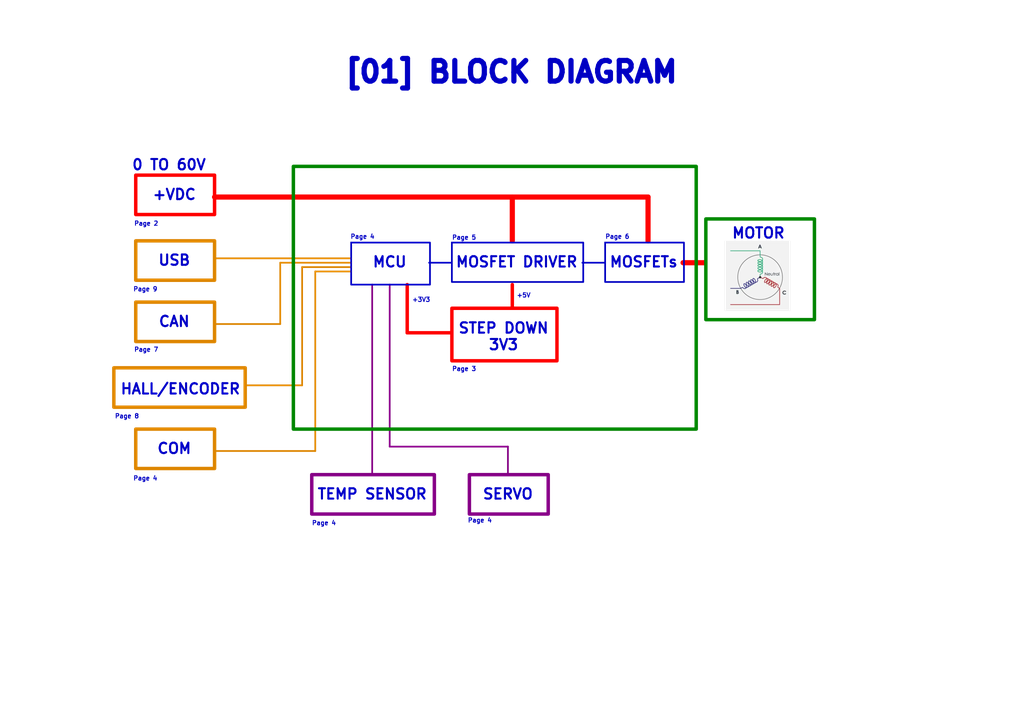
<source format=kicad_sch>
(kicad_sch
	(version 20231120)
	(generator "eeschema")
	(generator_version "8.0")
	(uuid "2b208545-b9c8-4631-8332-e0d996b840bd")
	(paper "A4")
	(title_block
		(title "Example Project")
		(date "2024-12-16")
		(rev "Rev01_1")
		(company "AKK Electronics")
		(comment 3 "aungkyawkhaing96.ece@gmail.com")
		(comment 4 "Aung Kyaw Khaing")
	)
	(lib_symbols)
	(polyline
		(pts
			(xy 148.59 57.15) (xy 148.59 69.85)
		)
		(stroke
			(width 1.5)
			(type default)
			(color 255 0 0 1)
		)
		(uuid "03d0c17d-1ee0-4840-943a-9ca5288065d8")
	)
	(polyline
		(pts
			(xy 187.96 57.15) (xy 187.96 69.85)
		)
		(stroke
			(width 1.5)
			(type default)
			(color 255 0 0 1)
		)
		(uuid "0a5cfc3d-5eef-4d3a-aac8-6d0e2cd48471")
	)
	(polyline
		(pts
			(xy 87.63 111.76) (xy 87.63 77.47)
		)
		(stroke
			(width 0.5)
			(type default)
			(color 221 133 0 1)
		)
		(uuid "0acb31dc-00f6-441b-b1ba-9606fe63c3a9")
	)
	(polyline
		(pts
			(xy 118.11 82.55) (xy 118.11 96.52)
		)
		(stroke
			(width 1)
			(type default)
			(color 255 0 0 1)
		)
		(uuid "324acf4b-2c3d-4d94-a6fb-9ad71981eb20")
	)
	(polyline
		(pts
			(xy 62.23 93.98) (xy 81.28 93.98)
		)
		(stroke
			(width 0.5)
			(type default)
			(color 221 133 0 1)
		)
		(uuid "3889d6b5-37b6-4b45-82e1-361a36863086")
	)
	(polyline
		(pts
			(xy 168.91 76.2) (xy 175.26 76.2)
		)
		(stroke
			(width 0.5)
			(type default)
			(color 0 0 194 1)
		)
		(uuid "40b74847-3296-418a-a2d9-84b2cb92268a")
	)
	(polyline
		(pts
			(xy 113.03 82.55) (xy 113.03 129.54)
		)
		(stroke
			(width 0.5)
			(type default)
			(color 132 0 132 1)
		)
		(uuid "4e9d939a-11f2-498e-8431-628ff3fd4c5c")
	)
	(polyline
		(pts
			(xy 107.95 137.16) (xy 107.95 82.55)
		)
		(stroke
			(width 0.5)
			(type default)
			(color 132 0 132 1)
		)
		(uuid "5051096e-a1be-4c0b-a695-b23116932cd4")
	)
	(polyline
		(pts
			(xy 124.46 76.2) (xy 130.81 76.2)
		)
		(stroke
			(width 0.5)
			(type default)
			(color 0 0 194 1)
		)
		(uuid "559c6fdd-dcd1-464d-ab62-3e26e6297122")
	)
	(polyline
		(pts
			(xy 118.11 96.52) (xy 130.81 96.52)
		)
		(stroke
			(width 1)
			(type default)
			(color 255 0 0 1)
		)
		(uuid "6076baaa-f293-4de5-b8f5-2cea32b69103")
	)
	(polyline
		(pts
			(xy 81.28 76.2) (xy 101.6 76.2)
		)
		(stroke
			(width 0.5)
			(type default)
			(color 221 133 0 1)
		)
		(uuid "70c0d927-0735-46c6-8472-b52b15113dbf")
	)
	(polyline
		(pts
			(xy 62.23 74.93) (xy 101.6 74.93)
		)
		(stroke
			(width 0.5)
			(type default)
			(color 221 133 0 1)
		)
		(uuid "790354cc-1150-42b4-8d26-205b661146b9")
	)
	(polyline
		(pts
			(xy 87.63 77.47) (xy 101.6 77.47)
		)
		(stroke
			(width 0.5)
			(type default)
			(color 221 133 0 1)
		)
		(uuid "810087eb-3953-4564-95fb-2d84c74ad8f8")
	)
	(polyline
		(pts
			(xy 91.44 130.81) (xy 91.44 78.74)
		)
		(stroke
			(width 0.5)
			(type default)
			(color 221 133 0 1)
		)
		(uuid "899c3d3d-5168-401e-91a9-a9ae4f868b3a")
	)
	(polyline
		(pts
			(xy 147.32 129.54) (xy 113.03 129.54)
		)
		(stroke
			(width 0.5)
			(type default)
			(color 132 0 132 1)
		)
		(uuid "a696ab20-86c8-43b3-b79d-3d6a16eeed67")
	)
	(polyline
		(pts
			(xy 148.59 82.55) (xy 148.59 88.9)
		)
		(stroke
			(width 1)
			(type default)
			(color 255 0 0 1)
		)
		(uuid "b9c9cdff-143b-4aad-bd6a-8bea7a7f164d")
	)
	(polyline
		(pts
			(xy 91.44 78.74) (xy 101.6 78.74)
		)
		(stroke
			(width 0.5)
			(type default)
			(color 221 133 0 1)
		)
		(uuid "c0dba085-6d7b-4d9b-9989-f4b078e44723")
	)
	(polyline
		(pts
			(xy 147.32 137.16) (xy 147.32 129.54)
		)
		(stroke
			(width 0.5)
			(type default)
			(color 132 0 132 1)
		)
		(uuid "d3270e67-4c81-4540-8020-336f3cbd63a2")
	)
	(polyline
		(pts
			(xy 62.23 57.15) (xy 187.96 57.15)
		)
		(stroke
			(width 1.5)
			(type default)
			(color 255 0 0 1)
		)
		(uuid "e39cd956-3e0a-4f1f-9704-a4abbdf28482")
	)
	(polyline
		(pts
			(xy 81.28 93.98) (xy 81.28 76.2)
		)
		(stroke
			(width 0.5)
			(type default)
			(color 221 133 0 1)
		)
		(uuid "ee44c0ac-2137-41dd-bdff-79ab65bd058c")
	)
	(polyline
		(pts
			(xy 71.12 111.76) (xy 87.63 111.76)
		)
		(stroke
			(width 0.5)
			(type default)
			(color 221 133 0 1)
		)
		(uuid "f4a9ab83-3e62-481f-a543-3a980f8c423f")
	)
	(polyline
		(pts
			(xy 198.12 76.2) (xy 204.47 76.2)
		)
		(stroke
			(width 1.5)
			(type default)
			(color 255 0 0 1)
		)
		(uuid "f99dc01a-bf9a-4814-b681-c18589a61ebe")
	)
	(polyline
		(pts
			(xy 62.23 130.81) (xy 91.44 130.81)
		)
		(stroke
			(width 0.5)
			(type default)
			(color 221 133 0 1)
		)
		(uuid "ff952122-e24d-4296-83d7-a674480aa2f3")
	)
	(rectangle
		(start 39.37 50.8)
		(end 62.23 62.23)
		(stroke
			(width 1)
			(type default)
			(color 255 0 0 1)
		)
		(fill
			(type none)
		)
		(uuid 2cace7ba-8191-4246-a30a-0db41024e796)
	)
	(rectangle
		(start 101.854 70.358)
		(end 124.714 82.55)
		(stroke
			(width 0.5)
			(type default)
		)
		(fill
			(type none)
		)
		(uuid 3587c1b0-a451-4571-a7e8-fc29aa01e187)
	)
	(rectangle
		(start 90.424 137.668)
		(end 125.984 149.098)
		(stroke
			(width 1)
			(type default)
			(color 132 0 132 1)
		)
		(fill
			(type none)
		)
		(uuid 494a5ffe-feea-4e89-8414-9c30a1414136)
	)
	(rectangle
		(start 131.064 89.408)
		(end 161.544 104.648)
		(stroke
			(width 1)
			(type default)
			(color 255 0 0 1)
		)
		(fill
			(type none)
		)
		(uuid 6b451262-8541-4259-9fff-6c6e5b906066)
	)
	(rectangle
		(start 85.09 48.26)
		(end 201.93 124.46)
		(stroke
			(width 1)
			(type default)
			(color 0 132 0 1)
		)
		(fill
			(type none)
		)
		(uuid 87896045-c7aa-41ca-852b-5afaa4193f9a)
	)
	(rectangle
		(start 131.064 70.358)
		(end 169.164 81.788)
		(stroke
			(width 0.5)
			(type default)
		)
		(fill
			(type none)
		)
		(uuid 97b43931-38db-42db-bc63-942c0920fe5d)
	)
	(rectangle
		(start 33.02 106.68)
		(end 71.12 118.11)
		(stroke
			(width 1)
			(type default)
			(color 221 133 0 1)
		)
		(fill
			(type none)
		)
		(uuid 99051867-c9d3-4b92-b972-c2cf6b7305a7)
	)
	(rectangle
		(start 136.144 137.668)
		(end 159.004 149.098)
		(stroke
			(width 1)
			(type default)
			(color 132 0 132 1)
		)
		(fill
			(type none)
		)
		(uuid a3380b97-3613-4238-b00e-2ee7f910701f)
	)
	(rectangle
		(start 39.37 87.63)
		(end 62.23 99.06)
		(stroke
			(width 1)
			(type default)
			(color 221 133 0 1)
		)
		(fill
			(type none)
		)
		(uuid b74a766c-ed14-4cfc-af76-9fcb1a07332c)
	)
	(rectangle
		(start 175.514 70.358)
		(end 198.374 81.788)
		(stroke
			(width 0.5)
			(type default)
		)
		(fill
			(type none)
		)
		(uuid cbc1f050-7ffb-462f-8537-e06b207832af)
	)
	(rectangle
		(start 39.37 124.46)
		(end 62.23 135.89)
		(stroke
			(width 1)
			(type default)
			(color 221 133 0 1)
		)
		(fill
			(type none)
		)
		(uuid da5fae0e-f374-46be-badf-387ce9c117f0)
	)
	(rectangle
		(start 204.724 63.5)
		(end 236.22 92.71)
		(stroke
			(width 1)
			(type default)
			(color 0 132 0 1)
		)
		(fill
			(type none)
		)
		(uuid ef77e757-249e-40c5-9847-d2f45e1265bd)
	)
	(rectangle
		(start 39.37 69.85)
		(end 62.23 81.28)
		(stroke
			(width 1)
			(type default)
			(color 221 133 0 1)
		)
		(fill
			(type none)
		)
		(uuid f6b47b6b-d734-47cb-9e4b-a3d1b721c970)
	)
	(image
		(at 219.71 80.01)
		(scale 0.158776)
		(uuid "33a9ce82-1c90-4e21-8e3a-895708dc1f8d")
		(data "iVBORw0KGgoAAAANSUhEUgAAAVIAAAFmCAYAAAA/PhJUAAAAAXNSR0IArs4c6QAAAARnQU1BAACx"
			"jwv8YQUAAAAJcEhZcwAACxIAAAsSAdLdfvwAAO4MSURBVHhe7P1ndFxJmiUIXtcawqE1CFCBWuvQ"
			"OlLLyhJdmVN1umdPnzPbv/vf/N1z9t/umek5vb3d1dWiUmdkZoiMCJIRlEEtARBaawccDtd6vmuO"
			"RzqdAEVQBEC+Cxqf+/MnTVy7n9lnZoaFhYUsdOjQoUPH14ZxcatDhw4dOr4mdCLVoUOHjseETqQ6"
			"dOjQ8ZjQiVSHDh06HhM6kerQoUPHY0InUh06dOh4TOhEqkOHDh2PCZ1IdejQoeMxoROpDh06dDwm"
			"dCLVoUOHjseETqQ6dOjQ8ZjQiVTHKgez8MMEHTqeHvQcpkOHDh2PCZ1IdejQoeMxoROpDh06dDwm"
			"dCLVscrALHsnZA1AKpNBMp1GOpsFskZk0jwOsNlsMBgMi8GkQuGfDh1PAjqR6ljVcDpdiiizQqIW"
			"iwVWqxVOl1ORaCKRWDxKh46nC51IdaxakDyDwSDSokZNppy6zIg6jUVjSCVTikx16HgW0Jca0bHK"
			"cHfdT3PearVD8jEmxscxMjSsPrvdbjQ1NWHd+nVyVEYdS+IVA1991pCWPx06Hhc6kepY0TAu5s7M"
			"bf67m0hNFhssZjNudfXgk48/wZfHjsNkNiEej+Ptt9/G97//fSHUehjltIWFMMwFNljGkCNZHToe"
			"B7ppr2P1ImtUHUjE8NAorl69js7OLvT29GN4eBjXr9/A2Ng4EvE0Uumsaku9Q8j55KxDx+NBJ1Id"
			"qxLsrWcIh0KY9QfQ29+HoaEhWB12WOw2UapmjE9N4Oy5rxBPJ1WvPowGdQ4JVCdRHU8SOpHqWEUw"
			"qnZOBVGjhNXhwOysX5RoJ/yBeTjlu1lM+2Qyg6HBIdy4cR3T09MIBsNKkfI8jYQZdOh4EtCJVMeK"
			"hBEZFbDYhqm1lWZFSqaFAePxJJxuhzLtz58/j7m5gOxLwWi2qt+LSophd7oQEALt6x+U/WaYbfYc"
			"md5G5i5SZdCh4+tAJ1IdqwRGRaYkQiMd6y02IU5g1udDd3c3pqYm1W90edq0aROKiooQi8UwMTGB"
			"K1euYGEhpDqcDPxvUc3q0PGkoOcoHasKRlMuy5otFoSjUYxOTKK9swtTvhk4PS40t7bgvW99C7X1"
			"jUiJmE1lsrh45SomhGhjsYQoU5PwqEE5ROntpDqeFHQi1bFqoIhPFCWVp8VsRCKZwM2bNzHnn1Nt"
			"px6PB2ta1uDVV19FQ0MDHA4HkskUxsfG0N83AH8gqJoCDIZcW+vt9lYdOh4TOpHqWJEo7FnXPmfS"
			"aUWAViswNzeH7q5uJOIpxGNJlBZ7cWD/IRQXe7B//0E0Na3BzMwsIpE4enp7EQ6F4bBAyDWhk6iO"
			"JwqdSHWsKmSEAM0Wk6jQMAYHB3Gr6xZSqRTsdjs2trWp9lGODG1tbUWbfC8vL1fDRjs7OtDV3YVo"
			"EjCbzcpp38j2Uh06ngD0nKRjVYDmfK6jyQCzyaQ6l27euKFcnDjW3ul0qi07ly5duoXx8XHV8eRx"
			"u1WnU5co1w4hU7pCcb/ZZJbrmRevrkPH40EnUh2rBDk3KJKpyWLAvH8eA6JIORRUkauozGvXruE/"
			"/If/oMI//dM/4dy5c0iLGuU5bE/t7e1HX++A+p7Jsp2VRKoXAR2PDz0X6ViRELpUIWvI9bITys/T"
			"kEEklkTnrU50dbTDabcim0khHg1jdmYKVy9dxPmvzqD9xjWMjw4jGg7BYpITUxksCPly9BP9TU1i"
			"1tMlSvXeSzHQ2mA1f9Llgg4dS0EnUh2rAjkSE8oTFTk2Oor+/l6MT4yLsuTsTRnYhVAZbHaLmqOU"
			"c5M6HLl5SbXp9IaGB5V5Pz/vRygUur1fQ37nlg4djwJ99icdKxI0v+/CYsdQ1mjCsaPH8ctf/hIX"
			"LlxESUkx1rauV+5OJMZkKikme25SZ5OQblK2XV1d6B8YgN/vw6FDh/Dv/t3/hvXr16vjs4qI70CN"
			"proPDHpp0bEEdCLVsSKxHJGGIlH8l//yzzh+/JjqWKqpqcG7776HI0cOo7i4WBGo3e5Urk7syQ+J"
			"af/Rhx/h008/RV9/jyLcn/70p/jRj36EqqoqMfOj6roGTmiSyepEquNrQTftdaxIZJC9K1itFsST"
			"CYyODeNm+zVMTU0IacaUKb9v325s2Lge61ua0NLSjNraaqxb34qGxjqsWdOEHTu3o7qmUvmXRqNh"
			"XL12GYGAX6lRqlKLhVPxCYEaMsq9Kj/o0PEw0IlUx6qA1n5Jt6b5+Tmk0mkhx2psatukfEWJQCSi"
			"tooUF4PJbEBLaxMamxpQUlqifp2Z8alZ9EPhBWQyqduEqTvp6/i60E17HSsShT3knGeU5vrFSxdx"
			"+vRp1VlUW1uLrVu3Yu+evWrsPV2hqFzzwbWbUumUcoW6dvWaOoYTmhw6fAjr1q1THVLZrCjRjOhe"
			"Me152/xmBbpW5UM37XUsBZ1IdaxILEekHFevOpKMJmWWF5d4hETNyKRz/qJs68yHxZwjWAa/36+2"
			"PI9+p8UlJbBabIpEeb5IUzXiKR86kep4GOhEqmNFQiNSTR3e9vMsML/ze90VkRYQn3a8tt+0uOXE"
			"JUQseveSzZbF1Ug1FF5Ph46loLeR6lhVKCRL7fuDCI+Emh/SqZQKVKBq3L3JeHuKPh06HhV6ztGx"
			"KnGHOJmFHxyM2Vzg0k0MHCLKQNOdgSOdGHTo+DrQc46OVYsHqdBCFLozae2f2nUe9Xo6dGhYPW2k"
			"y6w/zvHYOp4/FHY2Pe7wTS5TQpOeZMqtBo08b3cqZe4uDjq56ngY6IpUxwsFEibJUQsadAd8HY+D"
			"Z0akVBiFKkOHjmcJ3XVJx9PCUzfttWV0aZqRSLlVn2VfWmj84U22ZUx7g27aP29YqsK9Xz7JzxlU"
			"Bmq1UQncmhhkryGV5v9y7P2Vp5ZfNeimvY6HwVMlUi0jE0nJ4UnhvHAmhYQhg5R8jskBCdmmFa1K"
			"Aborg99NnFqGvr3V5qh8eCbWsUrwKJaLqphly5zD0wzpDJxGC8xyEXMyDVsyi1KbC4ZESu1LZXP5"
			"SiNMnSh1PAk8MyJNS36Nm4GoBZgKBTAyP6O2catB/XYPluhc0pQEh/JpuJt8dbxIyBruzNWk1adG"
			"IVKj5A+P0QqvEOhGbw3qPF6YOJmzHKxV2jqR6niSeKamPRVp0mpC59QwLvR0oHtyBAupuDLx78W9"
			"RKpIUwj2vkS6TO++jlWO7FKZ5M7M9twyJ5isFsQiEXidxWirqMfr63dgQ1kNHJLJMqnUHcJdzDY6"
			"kep4EnjqRKqZaWyzImEmhEivj/Thy5uX0T7chyTN/KXycgEhGheH9BkWS4BWAAon5l2KgHU8Dygk"
			"0jvfmeJpo1FZNv54WM3sVFlcjj1rNuA7G/diW3UTnBkTMokkM5IiU51IdTxJPFUiJYnmKwB+TpkM"
			"GPJPiyodQc/EiFo6Yuk2sUKCzGGRT28jm00tftKgE+nziWWI1CQEKVaJwWqFL7KA6WQEg6MjcFoc"
			"2NO4Dt/asBtt3lq4syYYUhmVB3Ui1fGk8UyJlDDYrQgmY5iXMOH3wVXkyf1wD5YmRE2Rari3jVQn"
			"0ucThUQqaS/7uDZ9Sswdg5j0k9EFXBi8hcu32pGKJrG9Zg2+vWkvNpbliNSYzupEquOp4KkRqaYy"
			"C4nUbLMixbkfxcTijOfLZuRl2joLj9c7m15gZI3ImkWRyp/BYsFEfAFfTfTh+MWzWPD5sbm2Cd/e"
			"fhDry3Ui1fF08dSJdCkYjfTskwzNNccLhuTdxsMSqcbUOl44MOkNYtqnJK9QkU7EFnBuZgB/OXsS"
			"87Nz2NzQgm/tOYwNokg9GTOMkt9YietEquNJ41576QmBnUtayAedooVBFYkSVKZLBq5nnh8W92uK"
			"Qg96yIdGjMlYXOWTtMWEpEW2JjH9Tbm8wzlISZxcMZ+dTiro0PEE8NSINB+FZKpDx1MHyVR4kp4i"
			"tI7uZyHp0PG4eCZESiylTnXoeJooXHZEh46nhWdGpDp0PA2oheuy906Pp3dC6niWWD1EypEtSwUd"
			"OvJAQuWCdyTYu6A6L9O5rfqsBR06Hh86E+lY1aDy5JBhbatBm5dBh45nAZ1IdTy30FYK1aHjaUPP"
			"aTp06NDxmHjmRKpMsCcYdOhYGottotwuM7hDh44nBV2R6tChQ8djQidSHTp06HhM6ESq45nim26a"
			"uT3GPrfRoeOJQCdSHd8YSKTpdFoFbe4FjoXXApFIJNRxJpNJ7bPb7bBarTCbzeo73ZzsDjvsVnvO"
			"MT+dQSqdgs1mU+fH43E4THKOyQyz0QSHwwG7xZq7fiYLp8OpgsVC39Ps7Xsz8J68T35Q5+nQUQCd"
			"SHU8U3D+UC2QqDRS5HdNpWqB4DH8jSDZkhjzA89PCtmGwkGEw6EcAfL6ss0KqdqEIOdD84hGo+r4"
			"SCQiISrnJJFMJRGOhBGNyfekfJfA42Kx2O3rp1IpRfR8Hm4JnUx1FOKpLzWiQ0c+qPzyQYIiWWmB"
			"ZElCoxLV9lVVVSnCDAQCCIVC6hgGElsoGkEwGlbT443GAuhNBtC/MINIMooyqxPbyhtQlrHAK6HM"
			"4YHT4xJiNgmj51Sn0+VERUWFkK8Js7OzQqRxpXrdbrfa8vl4nBa0SoD318j+UZFPxF/3GjpWFnQi"
			"1fFMoZncGqgASZxUfyTPyclJBINB+P1+tfX5fEpF8jgSJ4/NJ9JkRsg0FoFJCHrWkECkwgVLdSmM"
			"djPkB9hno8D0PFyxLGwiKK0Ou1LAPN5kNqnhpITZYlZkbbXY4fV6UVNTo7aVlZVwuVzweDyKAFkR"
			"PC6Z6kT6/EEnUh2PBZIPTWGSAxUcFSTB7wwkR5fTpcxn/kZFyX3z8/OYm5sTczysyHJ6evr2bxph"
			"cstrk0RJOLwXiYzmPglZNQkIGQobwl1chFnEMeMEgsLVWbMRrowRJZEs7MEEipLyrMkMYotqNxrP"
			"me8kxEQyoe5HqOuazLn7yLX5Tt5Sr1KtLrdLPpfD6XSiqKhIEWxJScntdtt8UuS78vl5Pe7n56cB"
			"nYhXBnQi1fFYYEFmICGRfEiemlrkfpIgSZOESdN5YmJCEefMzIwiSU11kkR5rkZS5eXlasvA63I/"
			"CdntcSvSIolxf5EQWcZkgENM9JlsDBemB3Dq1nVl7m+sX4N99Wux0VsrRJpFzL+AmJAn20YTQnQk"
			"Tz4fn0HKgSJWbhl8sz61jYQjSIvqJSFSlbpdRepdSay1tbUoKytTWz4vn4fPpRG9plq1wPfjb/z8"
			"pKAT6cqATqQ6HgssyEopiomcyeY6g2iKkzxJjgMDA+jo6MDQ0BCmpqbU7wRVHEmntLQULS0taGpq"
			"UkRVXFysftPaKEmkJB8G3otkpRETvxtENaYg+602TKZDODveiw9OH8O0fxY717bh+/tewRqXF+54"
			"Gi6jmOVyPM9LS8g9u1kRK3v7OX9pOJzrbCKBckvyZ4fUxPgExsbG5B1mVCVAkiVRkhz5Ho2NjViz"
			"Zg02bdqk3oHtunwHKtZ0Kn1b9VJF5+NxSZXvoOObh06kOh4LJAuayprKvHnzpjLTSaDcUvGRZMsr"
			"yhVpst2xrq4ODQ0NinBIJNzyN6o4msQkBy0QJFSSlmaKE9oWJjHNMykhVDPG4wuKSE90XIFvfg4t"
			"VXX47u6XsKm8DpZgFKU2p5BaSi1TopYdkXM5fJT3ISHymsmEXGtxSRIGEjdJk4HvGY8nVacX35fb"
			"/v5+RbZs0yXxEiT/6upqRawkVL4rP7PCIfLJbzki1Y7hM9wP+dfS8c1BJ1Id9wXJg4WVJEfSJFlQ"
			"VXFLM50qk6Q5OjqqCIXkSTKkEqOKJKmQOKk6+ZmdN9ySPHkciUojLd6H+zRoJHM/skiJCqYiZSfS"
			"ZDIkpv0gPjx3QhHp9taNeGfrPmwuq0VxygBzIo20HEtkF/mJaznlg25T+TDL8+WDnVF8d6ptbsfH"
			"x5X6ZiVCYu3r67vrd8YZzX52XrW1tammAJIqVSzByoEEy/fXKpF86ES6OqATqY77gkRKJ3al1hbb"
			"FIeHhxWB9vb2ql72kZERRSIkT5rnra2tWLt2rVJlbD8kmVBxatfT2k818swnzEclkqdNpPlT8anZ"
			"+EXOMi60QBJkvJA0+W5UpqxUOjs71ZYVC/ex8mElwjhhMwBVKttZGVhJ8TokUl4zHw8y/XUiXRnQ"
			"iVTHfUESJHmSOKm6bty4gVu3bikVSgWqtQ9u3rxZqc4NGzYo0tTUKImAEy6zjVBTmyRHEoZGpBqx"
			"LoWnTaQ5M//OPdQKo4Lbv+c9F0nWYDDffmaC76m9C7da84O2nwqVFc6FCxfUlsTKOCGhbt++XbWp"
			"Ms5IrNxPwtXigtv8ey2F5eJNx7OFTqQvGDTyKvy8HKg22Vl0+fJlpURJBCRItv2RBKg82VHEXnUq"
			"V5rqbNMkKZA4eQ+qLd6Hqo2kQJJh4G/aluAxDJoK42ftt+Wg7iPkaHTaMJOK4sJkPz4SIp0I+rFl"
			"3Qa8t2Uf2srq4BEuMiflv1RGUaU25l4j0qXWuSfpqmdanHlfLaaXt7yN9rwkTBIgz+V37Tc+G9Um"
			"1TrNfwatEiKpcj/PY1xu2bIFu3fvVpWS5qHAzjteg3GmxUkhtPvp+GahE+kLBI0kWPA1aGqHBdpq"
			"sSIYyjnDs/3zypUrquBTjfJcmu1s31u/fr0K/E5z9euABJBPPF8HJD++EZddjlsMCJoz+LLjCo51"
			"XEb73Aha17Tg/e0HsLe2DS6YYRFqtGTSsMorm4RUOYSUI5xET0JOzWlRIUqqUW3dfEWmyxApkU+8"
			"ROH7aB1MGlgR0d2KlRLJlOY/vQGoZEmgzc3N2LVrl6qc2ETisDuUDy6vw6aDJw2diJ8MdCJ9wcCC"
			"T9IkqBipIAnNn5MFmz3RJFAWcLoyUTGtW7cOBw4cUAqUBKqZ7fz9cfAkiJRXiMhrRCVcH+rFX66d"
			"w7nJHrjLvTi0djN2rGuD110EpxjuVQaPEGpKzHwJqRyZc5lwuzCniRdaJEqNTLWmgNt4SCLV9muV"
			"lvadap2f6RI1PJJT+IxnNplcvXpVpQk7pEii7JxixcXOOu08Xq/wno8DnUifDHQifcHAgsNCSdDU"
			"ZkcJ91EdXbx4EdeuXVOFm4WV6mjv3r2qQLMwl5eV3zY3NVNTK4jLmZ4PwpMoyCS9lPAVw9jCHL64"
			"dRWf9l/BdGQBaxua0SLvwffxOj1olHdwZoRQrS547W5RqIBFFKpNWNMqFzJnhKjkkR6XSDUU/q4p"
			"TK1JQ3P5YpzTdez8+fNob29XVgA9G3bs2IGtW7eqCozpwXO08CTwJOJfh06kLxxoynvcHvWZZjwL"
			"LZUQCzDbQ6mG2PZ58OBB1QlC1x0WNgaal/fr+Pg6eJyCrJEdQXXKz3PhIG5MDuHL8U7cGB1ALBFX"
			"w0e5LfYUwS0KvNxVhLb6ZmxuakWpxaHMfnsqp0qtQrJaeylBItXuofCIRFr4ndYAKy+eR2uAClNr"
			"A+V3Kvyenh6lUNk2zS1Bi+C1115T7ahMoydFpo8T/zruQCfS5xxsV2NhpQJiIeZW0hzd3d1KgXJL"
			"NUT1U19fj23btinlwzY6FmytGWA5fF0lquFxiZQqlMRnksdQpr7ZhIH5GVz1D6NjehgjkxOIppMI"
			"x8KICpnyeV2iCivLK9BYUYXN9S1orahFudWJYpMN5mhaKVQNJNH7EemDUBg/GvkVkqDWBMAtO6G0"
			"phZ28tFKoJsZPSjoTrZnzx5lKbCnn2nENGY88pqP2o6qE+mTgU6kzzlYkNmmSfORvcbsRLp06ZIi"
			"ULaFkljZHrdl8xbs2r1LdR6RPFlAqZy0Ar4cvmki1UiORMo2TovRjBCSmDJEMR6ex9DYKOZFpfpD"
			"8wjGo5gNLSCWTSGYiMGQyWJjbSMOtG3H+so6lJsc8GQsytzn9Yi0vP7jEOly77cckRLseOLvtADo"
			"ekZlSsuBnX+sBJlm7OxjmzWbXei/S3A/8ShpohPpk4FOpM85aDayQGoO9FShFy9cVOPLtQ4kKhyO"
			"vOFx7KHmbyRRQiucy+FJEynJMR9sr8x9WPo+t3+WYJGTzfKJvfgxhxlxniPPt7AQFNM+ioCo0s7J"
			"EYxHA7g1Nw5fMABDOI5da9vw8qadWFdeA6/Bocz8b5JI8z0peBwDCZQm/8mTJxWh0oeX7dYvv/yy"
			"akdlBcjht7wOK82HhU6kTwY6kb4AoPI8duwYTp08hfnAvDLbSZ5vvvmmMudZ+GgSMtAFRwNJ8lkr"
			"0uWI1KiWV74Djdz4s3YKTXuH0YJ4MoE45262mOC2OhANh4X/sohmUkhYjRiOzuP8WC/O3riiBhmU"
			"uYuwd/1mHNq0A63uCkWkdIdi4H2eNZFqnxm3WppQpZJgWcHRmvjiiy9uz2uwceNGvPXWW6pSZBMN"
			"7/mw6aIT6ZOBTqSrHCxcLGhsU6N6pIphYEGiW83Zs2dvdySxjY2jad544w3l0kSTsLAg3a+A56Ow"
			"oD5sgSwkyuWRuz4PV22fBZfndfIJjscQZkNuyZKUMXe+tp/H8hy+XxApRaaXR/vwxY2LmJibQXVp"
			"OV7esRdvbNoLr9EGYyIFYzIDKycwyb/3IxLpg6DF23LxXhjPWocU20+7urpw+vRpZfqz95/m/pEj"
			"R5RC5cgpnsvpCwlen/mD93tYkn0WeNh8s9Jh+vf//t//74ufdaxCsMCxYHBLtyaSKFUKOyk++eQT"
			"nDlzRhU8tqVRtbzyyiuqwHFop9Z7nI8HfdfwtQvA0pdbAnnXl3NIiIpQ5asiYwn5pKxIcnGb+5xV"
			"3wmNcLmxwiTBAJvFCodUQBwBNTY/i3AqriZurvKWw8bp9jJZZJMptWiedp0c7v72pLBcvBfGc0rM"
			"do4gYyXIjiduGWj6Dw4MYnBwUE2YwmPYVMNKltdihctzl0tPHY8HnUifA7CwkUi1SYqPHz+Ozz//"
			"XPX2spDRbeb73/++6ulVrjPyR3IlkZJ487FcgS7E0yJSTTlmRQbeIUUGqiju431FVQmrqs/5geRb"
			"cC6DBo6jZ+CYeaNRPtutCGaTmBAi9Ydz84uWeUpRK+q0GGbYMkaY7nn/wu9PBsvFe2E8U1XS3Ofv"
			"7ERk2zZNe7aPpoQoOVkK537lrFQkUw6c0PyGtQpXx5OHTqSrHCw8WocQC9Dvfvc7/P73v1cKhW1m"
			"P//5z3Ho0CGlXtjOxsLEgkgCpZlI5BfiwgLNgpwflivgD427L38P7hDfneurXUKOua0QgnABO4E0"
			"J3x+1r6nTYbb+xUpy5bXVBOOyOna7E4cFpqVY+MOM0bnpoVIQ6qTrVJIlG5R5QY7Skw2peTyyfiB"
			"L/A1sVy8F4JpRzLkbxxQwc9Mf5ryGqGy3ZeeGfTQoCJlZcpmHaa31pGl48lCJ9JVBpprLEwaeVJ1"
			"UF1Shf7qV79S7WV0Z3rvvffw/vvvq89aAWJh1XrjlyuohQW6EIXnLXWN++IBPFRIpJo5z++KEK0W"
			"ZMxGJOSHmISIIYOwKas6l2Ky5T5+TlqMcpxJdGzuOpwuj1PiZahs5ZmtwrK8zlw2jrlkFCPTE0iL"
			"KV9R4kWjtwpVJjGNhXPSWbnCXc/8gBd4RDC+8+Nci8/l0oHEqf3GLStGrc2TypMWB/2AmT84Ocq1"
			"q9cwPTOt2lD5G1Usz+N9mCeYn3hNXuNB99axPHQiXWVghtfUJBUmOxzYFvrZZ5+pDggOJ2RbKHvl"
			"qVJYOLSgken9UPi7Vrg0PHYhe8DphUTK72qfkGOKCtKYyZGlxYCEyYgICZSEakwjakhjLhZGKJNE"
			"JJtCFOx+N+UUq1wjLao2SaUqlzPL5UnGXOdpyD+NofExZCVuayqq0VpVh0qjHXa56dMm0gfhUeOb"
			"CpSuUCRTph1VKXv5qVJZAVOdsvLldUmgbA5inuJ3Leh4dOi99qsMVBDM7FyBk+qTbjAc4snCQROe"
			"JKqWtbBYEYk++oQihQXpQURa+PuDcDcp3QutY4h0p7WXkgQzQqAkwaTZgPlUDP54BKFUHOF4DAn6"
			"vSrfVyFPeWeuW28WRWYxmVHicsNltkqwwSFbp6g2l8GCsoxZiBjoSM/jVM9NnD1/TinS3Zu3462t"
			"+7DF6lVr4cczuaVJbuMJ99oX4nHjm8dTjTKw05Ht5B9//LGabYrzxL700kvK95Rtq6yQteaBfKX7"
			"LPGo+WelQifSVQiqCDplf/jhh6p3nub79773PezcuRONDY23J8VgIdGaAAqxXKF5UMF91IJdiEch"
			"UipJRZ7yCglTBnH5bSoWwNi8D30To5ia86lF6lKitKKcgEW2aVFXJiEFk5CoURSrQ4iz1F2keuO9"
			"RVwbyosKhxt1Vo9qJuhHCGe7b+LcuXNAPIX9G7fj7W37sMHuRVHWgqQQ6V1YBURKgqT6ZOVKcCAG"
			"281PnTqlCJOVLYM2qxSvSVWqtZ8ulzeeBh41/6xU6ES6wkEFyp54zdGa/qA04znChfOGsieejvU0"
			"6Xms1l6mQfv+LAvH/fCoRJp12BBEGv3zY7g1MYze6REM+6Yw4fchRfetWAoeu0MRZzqdUmssZYQQ"
			"SAopkgOJWI6zW20odnvglFDnrcC+ljbUS6XTHZnBhe52XL9+HfUeL15esxVvtu2GFxY4siZkCkYJ"
			"sd8/HyuNCArTmaY+44IdkXSFozcH/YuZX5hvXn31VXWM1naubZ8VdCLV8UygFQwSIkmUnUrHjx2H"
			"w+lQ7aB0wOYUa+xMyO+E0rDSMuqjECmVaNJuRfvUEL7qvykkOoZRCcnFtl67yYJSqwNlriLVK819"
			"VGGKRIUAuQwJTX9/KLcKaDSVQCyVhrekFA3VNahf04y424LOgV50ddzC5soGfHfDPhxuboMzY4Td"
			"YF71RMp8w9n2TWaTMu9p6v/lL39Rn2nef+tb31IzfbEjiiTKuCusjJ8mdCLV8UygCEECOwyoQlkQ"
			"aJ5RSXCEEt2aqEQ5goWFoNAvdDUTKdswJ9IRfHLlLL7suaqc5kutdtQVeZWq9FpdKLe74PUUqwEG"
			"JBHNQ0Ej00gyjkAkjDHfNKbmZzHun8NMNAg/kihurAaKHJidncP8xDQONKzHX297BTsqGkWNGmEz"
			"mpESlZuP1Uak7JBk5ULVSYJkhUL1/ac//Un5nHKaxHffeReHDh9SbaiMP8bbs4JOpDqeCejaRDeW"
			"3/72t2rCEQ7tpG8o20PZA8vCQWJlhmQoVBOrjUg5/yffh0QaMWZwbWIAvz9/AueneuEuLcaRtZvQ"
			"VlmPDeV1qLS54MqaUWRzwEzSy4hpv7hVRJqRq8m1aN7PRoKYCMyiXwj16lg/Ls+NYN4klZRJfhcl"
			"Zokk8cb6HfhW43ZsL2+EDaJILdZVT6RavmCc0lphvLDSIZn++c9/xqeffqp6+d955x01cIPtpsxD"
			"z0qVrrT4+7rQ3Z9WGFgQ8pUVO5X+5//8n2roHydc/uu//mu1UBpNMaoNgpleKzCF0K63XHjmeBCR"
			"pjOqnZPrI8WEEId8k2r5kJlsVEzxJmxpXYe11fUohhUegwVuo1VkVwKpmMSFnEtSzCRTaoo8DnZy"
			"C8mm5HeOwfeUFKOkvAymEhf85jT8yShmRKFmxdznWPsdLeuxq3YtiowWNSWfiWs0Ce6Or28gzh4B"
			"hWl657nvkCq/kzzpHse2d1bU7LRkJyYrapr8z7qtdLXj6XZB6nhkMKPTDOPkvmzLYm8rfQFJnt/5"
			"zndUuyhHr5Bo6Vz9PIFLH7OnPVfgRWkLabkdnL/egLQQZTQcETM9pBzu4bAgYTYgaTEgZTEiZTUq"
			"f9KoIYOoqFlu4/J9PhFRba2wyH9ybbvVDbcQKid3ZvunUDYsQrJ0lzJJnLIpgMcZzXcrz+cJrKDZ"
			"BERvD6rQd999V5n4X331lfIEocnPNHhWqvR5gK5IVxhIkPQRpTvOH//4R9XBxOUlOEqJs/qwU4Vu"
			"TQyawlhVuI+gUya9kF86LapSCrHRZkZCSHHUN4WZUEAtu5zIiqnNkU1icnM4KKfGi3Nkk02IlAvg"
			"mXMhZjUgItuQIa2c9yOZJGbjYXTPj6N3Yhj948NY8M/DkBSySGVgMZpQVVSKencZyl0e4WlRuuSR"
			"e+J3dSnSQmgKVcWvxDfH4lOBMt+xA4qWD9tRafGw6SjXzKLjQdCJdIWBaoFzh5JEOY/o/v378ZOf"
			"/ESZ9Wzb0ual1BTDqsvoD+AhKsH0YmcHFSI7n8LRCOaDC5hfCGBybhpzUtAD4VBuLfuFeQSFJKMk"
			"TiHhgCGFBQlBIVBu57IxzAsdjwfn0DM1iqv9Xejo78Xs9AzcokpddicM6VybIHv/G0rF5C0uhdtg"
			"g1EIlov93Y3VTaQE35X5h51KPJ4WENfTp+cHzXzOc8rf2ZFJ01/Hg6F3Nn3DYOZl2xQzNZUAO5Q+"
			"+OADNdyTI1D+4R/+QbVn0bWJ7VaFCrSw4DxMQcrHs1a02WVmutfAMfEs6JSDBlGe0Wwac6IkLwkB"
			"nuq8iuFYAAuZBFKGrFJMHqtdkWGxmOtOh0NVLHwng5AqrxKX/33+WYm7BPyzs0hEEzDEkvAYrWpS"
			"66LqKkzOzuDmjZuoLS7DW9sP4J3t+1ENO2yJ3GoBd6HAIf9Zx9+D8DDpr+Kn4DjGG+OdzUkfffSR"
			"IlROufjtb39brbPPvMffn3SP/kqLv68LXZF+w2BbFRUBne45SS975xPxhBrKx7Yr9qIy01OF5gjm"
			"bjwukT5zsAfoPuCvfAcD+Uq+ZNmOKWZ3kceDElFHjAOOmQ/EI2r9pYV4FP5oCDNBPyaEMAcnxzA4"
			"PaEmIRnwTWDUP4NxTpMXCqhRUCVWF6pdJdi5ZgN2tm2BR0xbbaJkdjBVl1ehsbIGJbDClpV4vyfO"
			"V3b8Pkz6L3WMRmgVFRVqtBMX2+OIKM5tyoqcrlEkUa2i0nE3dCL9hkEi5aJ0bOg/evSoysDsAPju"
			"d7+rxsxrCoAEslQGfu6IlDPb5x2TTaYVdbFtuLzEi6pSL0qF/JzFRcq050QmnFYvJoopLKQajkXV"
			"aqHRlATZsi2VPfdeix1NReU40LIZW6qbsLNpHZoq6pC1GESRTmNKCDeeSKKqrAJrqmpRarDmJi15"
			"Don0fiCJkjjZdsoRUCRTWkrsjKKZz/yqE+m90In0GwYz6bGjx/DJXz5R5hT9+ThunqOVSKLMtMy8"
			"LCAvhCIt+J3fLE4HsmYTYhBVbjfD6HHAUV4Cs8OmiPL2sFCJL5vVBovZAqvss8nWYbehrrIataVl"
			"2NCwBpua1mJ9bTPqnOUwy99MKoiBsRHlBpWMJ1FdWoF11Q2otDjhECKlL+rdeL6JlJYPB3iwEmeb"
			"PNvp2YvPvEd3KRKsrkrvhd4l94zBDMjAtlFuOQHviZMnlBLdt2/f7fWUNB9RQhu6R7Cg5IfnDmyD"
			"XGyHZLWRNRuRtpgwa0jgVngGl8MTODvVhwud1zHQ2wdDJIH0XBDGUBzFsMCeyMIaFRM0JHEWiKpV"
			"QudnfAgmY/Bn4ggY05hKhTCPiCLmuFB1nMuKZAxqPL7H7oTLZlfzoNKnVUsvLTzvoNO+FthGyiGk"
			"NPc5yxhdozhmnz38JFOHPTcpig5dkT5zkPyYEem+xOV1f/3rXysXJzbo//jHP1a+fVSgD6M+l8KK"
			"J9cHKtLFD3Icj6SL03w2gY7pEZzr78CX7VfQM9iP6eExJOYWEA+EkY3G1QQjTpNVqUihQdj5XT6b"
			"SZKJFEILIcxMzmBseBhzPl9uDH2xFaOhedWmSl9djmbaKGq1tawGHjnfLoROf9bbzyQwrHDt8aTT"
			"n2Y+m1WoTOkaxXypLZwYT9yp7F906ET6jEEnejbgc8w8h+i1t7dj27ZtquannygLQj6JPqoKep6I"
			"lK5PEVGNHRODONvfjmv9PZj2zcCSyKDG4ECNvRg1xV40V9SgtaZebRkay6rQVF6ptuV2jyLZbCQG"
			"gxDq7KQP4WAYC5EIZhNRDEb8GJubgX9qRnVCba1vUW2pzrSQsVEqtBecSEmiNOlZuZNMqUipRul7"
			"qk3Tp0PiXXd/erZgRu/r68OJEyeUqUQFSiXKsfPMrMykGjRz/lHwqAXpWZurD3J/uj1piRzHSUvG"
			"Ywv4+MpZHO29Dl94AU0V1ahyFKHFU44qVzFKRRmVFOUmLWEFRLXPtmXGHWe352ipiakpteSyPxLC"
			"8NQ4IpkUfNEgYk4THPVViETCiI5M42DTBry7fi92VjejiNPoma1qPtI7E6nIY62ysfaPC+ZHxiXj"
			"9F/+5V+UexTVKEfZ0ceZnx8Hz0tziU6kTxna1HYMLOicpYlj57nePAv/L37xCzX8k58JHqORKTPw"
			"gwrGasuI+epuKWTyiDZmBm7NTeDXpz/HOV8fKiqrsL26CfuaN6LZU4ZKZ5FSm3Rbuo1Fc9xoMqh7"
			"2U0uROiUHw4ikIzh1lA/uvyTODHUgf7oHLIuC4zprPIbfXvDTvx002E02YphTuV8LTmJSj6RrnQ/"
			"0kfFw+Qv5l3mySmpkDhQhDPusxf/7/7u77B582bVAcXjtPlw8y2qB+F5IdKVbac8B9Aa5plh6S/K"
			"Rvszp8+oGp4uTiRRmk+ElgG17ZNWF6sRyWxazSOalgJncznUmvx1YlZyZiaOvzekpLJZDKakBNma"
			"kxlY42kVYqJiM2xDNVpQYndha9sm1R69fttmlNfVqDlLSRQOtyvn3mMwIZvOrWH0oiOf5BgfNOc5"
			"GTQ7RWniMy9zy45TzRLgcflW1YsCnUifMpjJWGPT6Zt+oqzNOTEHRy1xQl0qUWZYrSbXMu+j1OrP"
			"M4xCciykVpGXiWgMg75JTEQCamSTxWFH0JjGgoSwaEeOq+dIqEQmLSZ5GnFuLQYkbUKOThuMDicy"
			"NqvIVLmeyQKXyaqUpyklxJnJKrLm5Cec7CTJzq48InlRkV+h8DPdouiix3Z9ukWxiYptp2yWIhhn"
			"LyKZ6p1NTxnMVBwCyk4lrjlPNyeuN89RSxzLTGgkSjcnLUM+t3iA0Mv3I6VJHYhF1NpMM/5ZhEJh"
			"RJNxWKwWmGnCi/mesJsQMWfVUsw5AsytNMr21bhEZdCcQUh+W8gmMY8YBsSs75kYQZeY+AuheRjE"
			"rDcLSZOoa0vLsaa8Bjb29qfFmjDIPeQZGO7gAS+wypBPlEuBv2uB5Mh8ytnHaEWRSOmwT0XPtn7m"
			"Xx6jWWDcviiVkU6kTxhsJyK0mplqijU211liuyiXBuFMTi0tLcpXlMfwWAZmyELw9+cKD3idrHpf"
			"BimAskknknBZbTBI/IQjYUz65zAuxOpfmIcvGUV/aBZzphQiNiP8SCDEeUZlGzCmMGdMYgpxzBri"
			"GJHjbk2N4MTV82jv78bM9BSsRjO8bg+K7A4E5/xqRnyv04Nyd7FyoWJzgNgILyyRar9p23xf5oaG"
			"BkWqXLlhfHxc9eDTVUrrfGJfAMsCj9WCRqrPI7nqnU1PGCRDEiRrY2Yuziv6m9/8Bp9/9jlKvaX4"
			"2c9+lpvdvrhETYjBzqh8aJlWQ+H3Qqy2THk3Kd2LOx07i+3F8p0TMHdMD+F05zVcHOtV845y6juD"
			"zQxnhRfOkiK17DLbTbmOE38zS/wTyWwKYVG1ft8cZudmc5WX/F5hc6Ghtg52SZP5UBB9AwMottjx"
			"6uY9eGX9djSYXCizuBCRc1/kziaCeVkDyZNWE4eSUiDQD5rDm9l++q//9b/GunXrlKM+lwIvFAY8"
			"l3geiVRXpE8YzERsA9UyEddZohplbf7666/j8OHDypeUSyYv1Sv/qES66vCA18m5R90paCy0DG6n"
			"U3XWlUoFZJCCvZCIISAEGxWz3bfgx+TsLKYCObU6MjuNcf80Rudy6zRNTk3APz+nOqfsojIbXV4c"
			"bmzDrrUb4S72IBQLY3p2Rj1aaVEJ1tTWo8LkUKo0JWn0Ipv2+SRKaMcbDUbV/q9NuNPV1aVMezZX"
			"UZXyvML8/TwSqAadSJ8wONqDJErThpM+sMbmlj53nJKstqaWxqLqfFqqPVQn0rsLG8fQ8xS73YZi"
			"UY9VlVWwOu2weYvgrvSqIaSRWAwL4SBC0SgiqQSCoiKDKfnMykoUKeOwoqwMLQ1N2LxmHXat2YC9"
			"TevRIoSZsJkwtTCPobERZOTWtZXVWF/bhBJYkOWUe0IIL3ob6VIgadJ0J2kyv7O9lAqVHauc25RN"
			"WiTO/PN1ItXx0GBmYU3MWe7ZS08Xkba2NvzgBz9Ac3OzyoA0cZjRtEzGrRYKsdS+VY3binPpcJu0"
			"eJyQqknUfVrMfM6UT1eljMUAk8MKW7FLzVfKZZXoM0rd5LCJae90wGK3wCZKyWGzw2m2o5wqs7EJ"
			"61tasbamEW1VzWh2VsoZJsyYY+iZHsbY9JRqTWisqkOzkKk3Y4fbZFMNDEIHfKDF8HzhQflrud+5"
			"n/mYXickT5r6nDdiViwD+pg2NTWp3zXLjJ81In3u8rTgbt2u47HBdtFUKqVWaeQKjZw8mNPisXOJ"
			"5Knj4UES48TMXKMpbEhjPDyP7vEhXO3uwJlzX+H6lasY7elHdHIOplActnhGQhr2WAaOWBqWhHzO"
			"GJAIRzE1NYn+wSFM+2cxujCNMQQQREoIGmoqPsNic4xVrASTmgxV9hesIKrjXlAYUJVyLTF6o9Bp"
			"n/meM5mpZi4q+kUCzVekzxuZ6or0CYPmOhvfP//8c5WpOJRu7969txeqe1Tz5rmrvQtM90Lkz0fK"
			"Tp6sqMvZZATt0yO4ONqLz66fx83RfowIMUa4ln8oBmsyoyYocQjvORJZOCW4kwY4k3KpVAYB/zym"
			"ZnyiOicwIdvJWR/CyRjCDmAyGcDA+Iha294t6nVDjSjXijp4shblAsUZ+59nPCh/Peh35mcGKlK6"
			"RI2OjioTnwq0qblJCQteQ+vx18B9z1Pe1on0MVGYGegnSiJl2LBhg3JepiolqHh0In0Akeb9TjM/"
			"bTGj1zeGU7038VXXTYzNTCtXqDKHG9XOEqwvr8Wa0kq0VtZifVW9IsE1ZdVYV1ErJnoNKjwlyo3J"
			"lM7CIhwdi8QQioQRSETgT8Xgiy1gZGIc4YWQXLNIzP5GrKusgzMlClVM+ecu/gvwoPd70O/M0/SE"
			"YMcTp9vjhDycJWp6elrle3ZG5ZPp8xqfuvvTY4IZg5mJW3YwsU2Ua97Miwr6h3/8B2XW3w+suR8H"
			"j0rM3zQeNGlJPriMcghp/PLEX/BR7xWE0gnU2t1oLC7H2rpGtAhZltns8DhccLmcyGayapISErBS"
			"sxIi6ST8oQW12N1seAHdY6MYjcxjNDoHe5UXsWwC8WgMxlgGh9duwzvrdmNzWR2KslblmJ/f9qWl"
			"1WqL8/vhQcRW2Gv/IHAlUi6XQ08Veqn86Ec/Ui5RLBu8Vv79nidS1RXpY0IjUoLr/jATzczMYOeu"
			"nXj77bdVjXw/PE+F8qHwAEWaDy4h0j8+ivM97RhMBFBU5sW7+w9jT8tGbG1ep1RoY2kFvKJOOdzT"
			"ZbaqxfCKbA4UWYRg5XOpw4MKdzHqS8vRIArV5SkSgjZgLDqPmegCQmLiE26bE1sb12JzRSNKjTZY"
			"DEKii22lWnF/HtPqQWT2qGTHUU/0SOHKD7du3VL+pXTeZ/8AlavmqcLrMj6fFzJ9tOpGx20wAzBo"
			"jemscdkuyinymHmoRLV2UR1fD1SVEaSwkIojLsrS4rTDWuSCvawENo8babMBwXQcwUQMYQlco0kV"
			"TjrkJzMwJVLI0gFftlYhRpeYmK2tLdi8dQsamhvh8ZYilk5BrHjVxlfi8gjxumCVGz8fxfvZg+WB"
			"Xiqc2IQdUefOnVMTmNP010b9PY/QifQxwYzD2e455vj48eNKgTITcfSSplR1fH2w8NEFKptMAemM"
			"Wsd+IRlVBBsUUz9qNCBmNSBhNSJjMSKeSd0OQqMwsNnFala/JYV4M0YL7EVutbZTNBSG3WSGzWi6"
			"qz2UTQLG50QpPWtQUHCo6O7du7Fx40a1+gNXx2XbaT6RPi9KVINu2j8kNAWqBQ38zMZ1to1euHBB"
			"zerEtW7Kyspu+87lB+3cfL86Iv/z8wxqvfv95Zv+qo0zGYc/HEIoHkUsGsPcfACxeAIZIVUIAVJN"
			"JkmY8ln+F6IUUpUQF/M9KvVYNJ1GKJPEnJDubCaBrtlRtA/1orO3SxFzRExQTliSjSbhtXtQ5SyG"
			"V5Qpp9OzCclmU+nbaadhqXzwPEN7/6VCYRxQPDBQgdIiu3r1qloll8s5s/OJQ6Jp3j9vcacT6UNi"
			"uYRnTXv58mWcOXNG9U6yl55zZlKp0rQpVKXadZgJdSyBAiK1cMISUaRxUf3zgYAaLx8IB9UcpSEh"
			"2UAyoma8Z8dUxJDGApWqmukpqQh0PhHB2MIcOqdG0Dk+iGs9t9DV24NIYEEtt1xRXKImK0lEYvDY"
			"nKgqLYfLaocY+Lnp9V4QslwOD3r/5X7nfpIn18JiBxTLyaZNm1QTCsuE1iT2vEDvtX9IFGYYZgSC"
			"apSTkpw6dUoto8y2UfZSaj28JNN8aOcV9tbrxJpDfq8+20hhMcMfD+PWcD+u9nfjQn+nqMsYYg4z"
			"XMVFyApZeku9anQNKzKTpBPnNDHJZThzfkrUayAUxOSCHwuy5ThQUzKD+qISlHvLUFTlxeTsjCjU"
			"PlQKiR7Zsgf7mzdivbUMbkk6PsPdKXU3nvd0exCRavk5H5rPKAmTZj2nj2QHLFeDYLOXNpF5oW/p"
			"aoauSB8ShRlK+85JSWjSs7eSC9hxBBNr3VQqdXsWqHxo5+nEuQzyFCljimvVO81WFIla9Ip6LBXS"
			"NDpsmBcy9UWoPzMIxMIYnJvCRNCP0bkZFSaEHMclTMz64Av41Th8XstjtqPGVYzDG3dg27oNKK+o"
			"QFzM/imfT9LKjKrKatQIoVYanSgy2dS69i9ySj2ISAt/p0BgYL5nxcY+A3qzcFITgkNHWVb4e6GY"
			"WM3QifQRwfYdqkySJM2WDz74QGUUDpHjEhY0Z0iSJFJmssKMphPp/ZFrKc39SWQpFySrxQYXXZoc"
			"bhR7i1FdW4sibymsDjtsNjusXIfeYhGFk0UwEswpHVGe5GSzqKJKId8KpwcbK+uxf81mUZxt2Fbb"
			"jIaqWsBhUWQ75ptWMz0VeYrRXFaFOpMbtpRBje/PT6kHEcvzhge9b/7vhcTIcqLNScrpJOkORRLl"
			"qqQk2eeJTHUifUSwkJIkSZ7nz59XjekkT87stHbt2tuZQ8sghRlR+64T6YPBmDJbLQhzVqdEDGmL"
			"EUXucphE5Ri8Dri9JXC6nGqtJZcz55TvcjrUyqJMkxIJZWXlaGyoR1NtPTY0t2DP+u1oqqhFuasI"
			"doMD0+kABqYnMDg9jqSkWZ23EmvLa1BjdsOZNSrFy7ZaDQ8ilucND3rf/N+XytMkTJIpywP7EWit"
			"cQQUXQRp+j8v5v29DRw6lgQzDAN7Ipk56PLEiUkINqKzg0nrjdQyx4MyoY77gwSWSCWRMsnWaUJc"
			"TPrO9BQuz/bhSm8nuvp61BSFM+OTWJicQWTGj8j0PIK+AGb9AczMzyOcSCAoYVbM9+lsAv1JP4aE"
			"PKcQgQ9RNRkKXali2ZSY/mlYJelsKcCSz546vjYoOtgmyuHS7DtgnwInNGHnE6265wW6In1IaKTI"
			"ERqcjOTixYvK5YmZgx1MbPvRSHQ5NUpo+3RF+mBwZFM0k1LLhgxF53DTN4wvrp7Hpe52IdFeTE0K"
			"gc7MqR74TCgKQyyJxEIYmURS+Z1mEynMTkwhJL9PSppNzc1iYHQYs6GAJKRc3GlDwBDHkCjSoclx"
			"OSeNdWW1EmpQYXXDIjpDV6T3f9/835fK0zTvqUIpMuhjyrZSukDV1dUpE/95Me11RboMmEHygwZm"
			"Ag5/40S2hKZGNTOFofAcHV8DhgzSxgziTqMi0bMj3fjT5VO42tuDkdFxxIJRONImlBhtaHKVYm1p"
			"FVo85Xhpww4caNiILd4GrHWWY2NJDUoSRmTmghjp7sONvi6c6bqBP1/5ChemetDrG8dkYA7+QBBl"
			"JV64HU6Y2DyTFWmq5kQtCDqWhdaxml9uGEiwtOS4ai5n0OcSzjdv3lTEWugeuFqhuz8tg/sR4bFj"
			"x/DP//zPqq3npz/9qepoetj2Hi2zFdbEukItgJBWzAxMIoYvem/gy4F2jM3NwJpIw2t3o6G0AjXF"
			"XjhgRnVpmepQcpitSEu8JkTFRpMJtSQz27IzJoMaEdXvm8TQgg8xG5cqiaK0wgtvSRHm5+YwM+XD"
			"vpY2vNq4BbsqGtFo8sBtsooiTubcsBZhwN0F/3lPt/uVA0LLzxoK8zW/a/Pw0pSnqyBHALLscI0n"
			"WnLEao9H3bRfBoUZiBmG+9i+w7W8OST0jTfeUEPh2LHBNlPiQRlP+10nzgfAkFWjlnzxME53XMHN"
			"qUGYLCbsbFqHvY1r8fK6LdjXuA5b65qwuboBa4rLUGVxocZRhGpXMeo8Jagv8mKNEO5G+b2prBq1"
			"JWUwpNIwS8GeiM1jHglM+X0IRiIwSR24oaYRu+vWoUrMercQtNmwhGn/ghlxD5ufNSyVrzXVSVJl"
			"OeF8pdo0e1VVVWoU1GovDy9WrngCoAsHR2qw15FmPR3B2aDO2lYnxyePYCiIufl5xEVhOjxurFnT"
			"iLXNTWgsK0eZ3YEiUYhuIUG7KFVLPCGKNQlHMgOXyEi3BJr+nPC5XEi2TYjyjV0HcGT3PmzcuAFZ"
			"swkRSbuMFHSX240KuabDbFHO/FJt5sbf60n62MgvF+x04qQmJNUrV66o/gZ+fhBhr3ToRLoMmPj5"
			"gVODcT2a9vZ2NXlza2urWoOJa9bwd5ovzAyF5+n4+mDsGawWpITNOEtTWnJr3CoU53EgY7PCKsrR"
			"6nKo9Zwi8Zjy+UzIcSRdDiGNpZNKTVqsVjg9LpS4SlFZWY66mioUuT1i1ueWxDYZzXC7iuR6drXY"
			"HSdJ0SYt4ZbpqgUd9wctt/yQH2csI5zQZPPmzUqIsJ1Um02fx1KZrlboRPoQoB8cex3pusEpwahC"
			"OdSNW5Il20aZEXQ8WbAIFjmcapZ7r82JZCSKzv4edE2PYjAyh+7oBEajAfiySUQdFoRsJhUiDjMi"
			"djPCEuatWcwYUphJRjCeCmAs5Ef/2AgicwGk50MwJ8TkjCfF5IwiGA6pFUg5CYqwKTimKb99VMfX"
			"Q76o4AALChBac7TiWJ6oSkmytOxWK/Q20mWgKRBmANaYDFzUi2RKx/v33ntPEazWybRc72OhitG+"
			"62r1ARAVShLj6KVQOCIWQRg+sQgmFvwYn59DXApd1mpGMJtG1Mxp9MwIWYCYxYSw2YiQVGxhCX5j"
			"Gj5jEmOxIMbi8zjdfQ1Xu29hZnICkfkgrAazMufNRhOqS8pQZnGi0lUMj8WWm/lJniG/jTRH7y8O"
			"CvNvIR71dy3fs8ywv4GWHlUqFSrFyGotFzqRLgMtA5AsmeicV/FPf/qTSmiqUfbUc/+jZiTtu06k"
			"D8Bi4yQ7hri2vdlswuzcHGZDC2qUE4fndvf2Y14IdkbIdTI0j2G/D2NBP4YXfBgO5ULf9Bi6x4bR"
			"OdiHjsEe9I8OwTc1jTKTFY3llWhsaoZJrI25OT/SiaTsq0K1pxTFZjuMaalA70ne+6f384ZHzd8P"
			"AvM9B7QQNOu7u7sVkbKpjP6mFCyrETqRLoIZIj9oIFlGo1F0dHTgk08+wZo1a9R8ozRPCkdmFF4j"
			"/zoamJHySVQn1GUgRMrY49LITnYqud0oLSqGXUx8zoCPdBYpIb7wQhijQqpDojDH5n3omRhD51A/"
			"ekeGMTY5ib7BfoyMjmBicgzzs3OwJ7OotXmwqaIe+7fugLe6Ssz5MGb9s8gkkyhxetBUU4dSk40T"
			"6S2RPo9GHKsdS+XhfDzo90LweMYpyxVHN3F0IMUKJ/vhss6rFXrD3gPAROaEC2qdbqlJOZKJNSiH"
			"Ez5qJtLxaGDs0l3JIYRW6yrBkY3b8d72A3hj8x5sb92I6qpquIuLAJsF86mYUqVjC7MYC8xhSsz/"
			"af+cWn6EgygcVhuaKmqwd/1mvLRpJ17duhtbG1rQVtOMem8FrEazcs1hh1ZabpyWwm7W272fCkik"
			"7FiiGKGDPge4UJmuZuiKdBGFpKj1ODLROayNTsQkUqpR9jpy/2o1Q1YFNL8j2TAdzGajmoC5vqga"
			"VZXlKC8vh6vIg9LaSthKPbB6nHCUFMHudsDlcqC4qAje0hJUecvVLE9tjWvQVt+Mfes3YX1dI1rL"
			"a0V1lmA+G1LzkU7N+mCxWFEjpLquqh6VRjscWZNKY72NdHk8qpjg8YxTdt6STNlkRndC9jHs2LFj"
			"2b6GlQ69yi1AYYM3h7FxUtrR0VE1NphLiDAz0DTRe+qfAYy5yiyZTCESjyKYCcNssMHmdqGyoQ4V"
			"9bVqW93cgLrmetTWS2jgtg71Eppa12D3XlGwO3fJ740wO2yq3TWNDGLyx4mgDVKwM6J802Lak7+Z"
			"qhqP63iy0MoWtyRSDq+ORqKKTLkkST4elaS/SehMsAgmbD6BMhE5KS1dM2h2cPIFNohzaFv+cTqe"
			"HhjLdJpXi9qZgXlTGh3RWRyb6cSXg+34suMKvrp5FZduXsP1jnZ0dHehvbMD/f0Dajx3b38/Ovp6"
			"cPL6JZzquYYbMyMYSQYxGJpRk0LT/zQNk/JRpRKi4uUwU4vs4yz72bS+1MjTAuOVFh6d81taW9RI"
			"J/qVsnmFnU78XbMK7xdWCnTTPg9MGI0k+ZkmCBOXDeLsWHr99ddvr9GtQSfVpwSRhOwxTxgyCBrS"
			"GI34cWtuHF/cuoarA93oksptXKyEmbEJ+CamMO+bQ2h2HnYxxxGKIe0PIeJfwOz0jFrnaVrM98nJ"
			"ccwv+NX6T0zDtMOEsdQCuidHMDQ8Ck4GvbFuDdZV16NU6NSclspVnuHuFH6xiPVBZPWoZFbYHEYL"
			"j2qU0yGyMqNrIQUMy1V+eVzp0BVpHphoDExQrbeeCRwMBtXSshwbrI1kIvQ20qcLEmk4k0K/fwon"
			"hztxTFTlxe52jI+MwhiIoCJhQqPJia1FVdhX1YQ95Y3YXlSpwjbZt8VTgQ1FFag02IC5EHyj46pi"
			"vNB1E8d7ruPsdD/OT/RhOOxXy5WwQ8ptsytVajAY1f3vbh8V5M8ExfCQ0PxRHxReNLAjkJ23nJyb"
			"zWd+v1R0i94wq6l86Yp0CeQT6eeff64axLdv3658R3U1+owgipQ96AFDEpeGe3B64CZ6fZNIJROo"
			"cBZjU1kdNlTUoK2uGVtb1mFL81psrGlAW3UTNomq3NG0FjvWSuVXU4syd5GoyzSQTKl2UH84iAEh"
			"58lECNORIOZDCwj4/FhTUYtNlY1qhnxb2gDTYvreN5Uflv2e7GHPDE9akRaWGZrxJE8Ou6ZnDDuc"
			"qFJX20QmOpEWgCSqdThxzlEubsd2m3fffVeZ9fydKKwtdVJ9csiNGDMiijQGF3yqLbR9ehhGhxWb"
			"m1uxp2UDDqzZiO1Cls1VNagrKUetx4tKuwc1ziK1uF25w40SuxMVXi9qy8pRX1aJutJyFNtdMDvs"
			"mIgGMBrwwT+/gEwiDbeo0M21TdglyrbWIscIP4hhqQL/cnTKUEAcyxCp2p0fHhaF5xUEbp4lnjSR"
			"8vj8wHJDcULLj8v2kERZzjgrFNXqaoFu2i8BkiQ7l5i4VKVMVDris4DrhPlskZH4jkpFlsim1dwG"
			"GyUddrW1YVNjC5rKq1FdUoFipxs2ycoOCaU2F4otdhRJ4LbYZBOCdSuSfGnbbhzYsgP7tu9Ey4Z1"
			"MDptOT9TUblM27JSL7wuT272p3QunXl/HU8PJEtOQ0mfUjrks9OJvfcsf6sJOpEuQqshiVQqpcYA"
			"c0IFFjAui8AZvvNVqOb6RGLVyfXpgKlhlihn0NapJ2naTVwExIRwRghWVGvCmEHGZhDFapHvSaSy"
			"SUmTtAogSUq6eoRQPSYr1tWtxdqWtSjzCgEXlapVRrMZubDRoKbps0sgeD+u38Te+/viIdtM2d76"
			"MOFFA014Wnn0C6YSpXlPMqWAYRnLDysZOpEuARImG7zHx8eV4zDdntiTyHZTHc8OJDGz0KnHmnOO"
			"j/oX0H6rE13DAxiJ+zCdimAOMQSFPMNCYhEhVIaQ2qYRQgohQxqBdFyODWEqHUZPZBJD/inMBwJC"
			"sml4HGLGSyHlzPokMk4mzWn7SNok8AcSaT6yenF6VFC0kEhpbdC1kCQamA+sKrOeeGHbSPPbaTQl"
			"SlCBsvajGj169KiqKffu3auWRCCRagpUV6FPB0wLVmRcMykjKjFhMYryTCAQ8GN+YQFTQb8iRn8s"
			"gvl4RMxzKyKiQONCpAlhvYzRhKQJiJpzwQc51pLGcDyAG7NjOD/ai9Nd1zEyPoZMMgWbSQ6iv6gE"
			"k5jzHoMdNcVlMAYTsk8eyGIWgmX+0EIBFHne+S1rkO93HZ8LuZkDlggFnv/cez886PcnjfyysRQe"
			"9PuDwPZRs6QB26E53y9dDWn90Q2qvKz8LvHCe63UsvdCE6kGJgy/k0DZi8ixv9euXVOBIy/Yk+j1"
			"elUtudJNjNWO2+kiBMMOG4PNAqvFqggvshDEQnABwWgEU3M+zAUDmGOPr28a0/5ZTM/PwRcNYiww"
			"i3EJI8FZ9M9OoM83oWaA6hkbQvfoMOblHFfGiBp3CWqrqkR1GpCMJ5TbU1WxF/WllfBkzWpJ5qw5"
			"5wa1LPiQ+ViGWPKLvkEqiNs7XnAipSLV+iQ4icnly5eVOqWrIcVLYVvpShUwOpEuQiNSmhmcou3M"
			"mTPKJWPnzp1q2jyH3aET6TNAPpHyk8VghtNgUhM7e60u2FKiVmNUqAFV4U3NTGN8ZgqjEgamxtDP"
			"afPGh9E5May2PeMj6B8axPjoGOZnfLALgZaL6txZ1oi9a9tQW1enCvOcfw6ZRAplQq7rG5vV7E92"
			"PMTkzl+HSHmM7CCh8iO/3w4P4In7PQpBomEe5bU0gfA4KDxfu7YWHhfaMzLw2pxljV4ypSWlasRT"
			"4b1WKpHqrCDQEoeJxbH1LKQcX892UToKu91umMwmZfbreHYgqTjSBpSZnWq55YNrN6uZn97YvBuH"
			"129Fi+wrNQrhpYBkUNJtzq88LWi2jy2G+ZlZRGfnYYunUWstxtaqJuxtWIfXNmzHm5v3YWNNI6pL"
			"vLAKW8YjUUSScQQiodwyJcupUZrzWvgaoLP/s4RGQvnQ8jy3z4qc8jtrNbBM0bxnoElP5/y5uTlM"
			"Tk2uqp573Y90EcxsVKNMPI6v/+yzz5RPG9UoXZ+oRp9lpntRcbvQC4uyo4fT6Jk4/6jEu00Km7fU"
			"i2pvBWo8XtS6SlHvKUODEGpVcRkqS8pR5ipWbZx1sp+/Vdo8aKtpwr41m7BjzXpsb96IjbXNaK2o"
			"g8dchKl0CLcG+oR8J0TtGVBfXonmylrUu0vVEFG6P/GZtJAWBWoy2xCLJ+Ap9ihBms5wChRN/eWe"
			"n5TBnGKgV4DsmvfPK7ce5jH2VPNXEmouN+XO45/I1GUD/7TPcrZs7wQ6HnAfg5HtvnJMWnYmRW1b"
			"bQ6k0hkEFoIIivlsMlvUcfzdYJTnWzwvP3Dtqty1c1sex89LHcvAeOK78N68z7RYCtMiRowmo9zf"
			"KvHA55NYkXTN5oU005bnyf0YN319fcoipHjZtWuXItjbeULA8pefHisFEks6NHLUEoY9h1SmXP6A"
			"PqSsSWn+FZKoTqrPDsyoJFa7fPJandhY1YC9LW14bdNuvL51D97asR/v7TyI7+x9Cd/d8xK+J4Hb"
			"Hx98He/vOIhD67ZgZ10r1nmr1dymFqMZEcQQETMyFIsilkzAJIW5xOWBVUiD881yTtK7LXcTzEKi"
			"9Oigm85HH36MudlZNZsUO0yWKtgpqZi/+uorVTErTwGBtrBeIR6Um+7bxLAMnE6XEJRRjR66ePEi"
			"Pv74E2VtEUs1UxmNNLG/xo0WwTjISMXS3d2F3/z2N2qxSJYTi8Us180NZtGglR+tE5cVDDt3SZ50"
			"f6JluFqgE+kitESl8tT82DjpLE0N+hmSSHU8W5A4OEyUvfBJ2SoikbSwiIixCsPR+b6quBRNJRVC"
			"kDXY7K3Fgbr1OCThYD3DOuyrbcXWigasKSpXa94XZTnLkwkhJDGRCipXqInAHOKGNDwlxagoKlFr"
			"2mckvdP0Qy0ATVHmEU608etf/xpffPEFwqLyHM7c8hn5YBsoSbejoxOnT5+WfDW1+EsOSlUJmeWH"
			"xwXzsbquBC1P8zMX97t58wbOnz+nCIr7VI+52Xw7kHC5/37Qrq2FQvCaxMTkJC6cP4/Z2TlFoCb2"
			"zGdz6pPQnk2DRqbsZCKhcn4LlsPVAp1I88CMwZ5DqlGC5gUTmEv2agnPrRZ0PH1wtnqSKJWhUodC"
			"pGp6OzEJafano3GkIjEYY0mY41IYgxGkA2GkJKQD/BxBNhRDNppQ7k6c15TEHDRnMZONYWhmEj7/"
			"nKS9UU0CXeHwwCnKk/dYalSTxh3MJzdu3MQf//hHnDt3Ts2pSbWaD16TTUVpIWWqUZr3zDdLEdDT"
			"AgUBQXIKhyOK2LUOI6uVbZPm24GVxOPma60usCxO3MzrsfwI7SIjcboceBzLGn1JSeocEKMpUj4r"
			"f1+qjXWl4IUnUiaSlrGYyThBCWtCmhhsGyWZMhF5DAuFltG41T7reDpQ5EkzU0JWNbIZ5aOY1wYx"
			"o9nRoyRqbp/2x98snFNUSMFksyKFjHKyJ3kmrJLGNiPmDSlMC4le6etC90CfWgyvxOpAa1Udaosq"
			"4DLYYBHlKleT69Mc1QLTnWSRU3Mkis7Obvzudx8oUk0mE7A5xJS22GBSM0iZUCrk7OakKSaLEIE8"
			"sjyz0WhGXIhfPbsQTDQUxtyMDzeuXsPNGx2YmpxRTQtsLrDbHSpfkoRi0ZgQeFgRokbGGbZzymft"
			"eUg2JKBoVCoQeVh2lqblXHo4cD/P50J/NO+pFiNSAfB7ipXS4nGchWliYlLt87icQmwWpWh9Pp8o"
			"8SGlbLml3yfvTYXOawSDIXWOVi6oRKlCWZHEE7n3Bac5lGBQQy0Yvzlo78PhoiRTWoDsOOS7a1jJ"
			"5e2F72xiAmqJSHBCYE5WQuLkbE/KtJcEZAZdKiHzz9Xx+LgdnwaJa/moYly23MtdJJ78GNdShPu1"
			"H+iylDJmFHlyyeaEkGfCYkBIVGhQym7QZMDN6SFcvtWuKk2XkNzGuiZsrKzDBm8thAphERJUl8u/"
			"mYAdNSQVTh6tlKh8JoGNj0+grKwcxSUlKq+QCEhuJBlOxsFlvDds2HB7vk2qVQ5P7evtwaeffYZP"
			"PvkYt7q6FCHTl3J0dASpdEr5NdttdqUW6RZ0+tQpud41ZYbTDOZ9SOy8HuOOHVpsj6Ug4Nj14uIi"
			"HDt2TAUSIJU0A5+HipRE9dFHHypTurOzQzVVfPXVOXlGhyI0m9yfI/zOnj2rZkI7deo0OjracfHi"
			"JdUxpCaXEdV74sQJta2urlHv3N3TrQa1cP16vrNSuxIv95SXgjLFcnfr1i1F0pz4mdNXcsvzGK/3"
			"nL9C8MIr0kKwUZ6JyI4mumPkg4m4UhPyeUSOOIW8FrfspKEIVUp1MSi+ZRBlRrM/JYUtKSpIjHql"
			"PEeNMQxmw+hJzKM9NI1zs0M47+vD+Z52DI6NAPEkNtQ04EBzG9aX1qiF9jiSn9dcCoXJv2/vPlXY"
			"SRqffvqp8oMkkbDwkxRIVDmVxqVpeL4oSNlGoyFcunQBv/nNb4SkzihiDgRyk3WMCXHRj/kPv/+D"
			"IjBezynqmsNYb93qwsmTJzAwMKjaHQtBVXz69ClcuHBeVCIVo1GRJJUo8y7FACsCkjKJiarv6NFj"
			"+O1vf6vWJaMa5TW4fhXB7yTXjz76WJ73kpSPOaVcIxGJU3nn06fPqPcmGV+/fk2Z5FSiOeFB4iPB"
			"02rIkf2DwEqJS/ow/th7T4XMyoI9+gwrFQ9+sxcA+UqTJg9NIJr2q3l52OcN+cSmLPpFkEwJ7mMv"
			"uxjBCAqBzplSmDWn0B+cRU9gGp3To2gf6cepqxfwp48/wmBXL+yJDNaUVOAge/Qb16LGWQxr1nib"
			"BPI7R/JBc1rD1q1b8c4776jVZf/yl78o0qH7nNWam46RJJAWZcnPXD+fZMjWCt+sDx9++CG+/PJL"
			"sXqq8Dd/89f4V//q7/GP//iP+MlPfqImysktAf4xOkQpJhdvyevQHOc12TuuQcvDJEsSJ48hiVOt"
			"clDJyy+/hObmNYqgDh8+gvfee08U8kYhzZRSkuyEonm+e/ce/PSnP1Wj+disQJL94IMPFKHulUrj"
			"Rz/6Ef72b/8WP//5L7Bt21b1rlSpJGTel00KirDz4uhRYBHFz3JHBUtBQ2JmepiEnFeyiNGJVMBM"
			"SHOLtZ/We6iRqJZ43BZ+1r7reApYdHg3ZHJBgxbvbDvVQkZMdYakmO9pt5jAbhtuzk/hk/bL+Ozi"
			"WXwopu6XZ0/jpJjFk/3DMC1EUZswY4ujAm+t34kdlU3Ksd9pNCtyIjlrFMpCnB+Y5MwffAYSFS0Y"
			"zlr0s5/9lTJj6epEhTY5NY0sGxkWZ6HiOUlRllaLTSrqEC6cvySq8RIOHjyMn/3VX+N73/2BqNv9"
			"2L51C957+x383d/8K7z1xtvo7erDxXOXMDM5CYvq/aa/pSg8+cygdehopK/t147h87a2tohqbkNp"
			"aY6gOAkPybWszCvHGBUpNzY24c0338APfvADHNi3VwkJDpG+ePGCEhck0L//+7+XY95Sw6ZJou+/"
			"/y1F0GwCoMKlG5iWPmwfNrAtW21zJKjSbbGCWq6ioqcDyyKbNBjfVOOq7VeO5T34vAwatOt+03jh"
			"iZSJwoQggbL2Y489E46dTPwtl0m/Xu2q4+mDKcOg1qIXMl3IJNEzM6omJvmq4xp6BmgyBxAX09YU"
			"T6FECLOlpAq7G9fjUMsmbK9rQaWzCA4hUXZ/qGsupvlSqooFJj8/cMQbK10S1Y9+9EPVuUMypZJk"
			"L73dYVfHpCR/MV+RyEi+VHjsvGE+45akRTP+9Kkzqo10WpQe1SMr9/7+fnU8QbOagYS/lCJ9VLAy"
			"oBnPce1syywpciMuKpVKlv0FPt8stmzZgrffflsRMQma9yJJk2y3bduOAwcOwOVyKz/cxwXLIeNE"
			"85ihyiWB8p7szV+p0IlUEp8JxERjpmVgBmaB0IiUNSOxUmo/HTko5SiBvfKav+lsNIiesWHVG0+z"
			"02IwYk11rVp+ZN+6zXh56y68s+cQ3tpzEIe370Gxp0i56lAJMa3z0ze/CWE5sGed+YcE9MorryiV"
			"Rif4Tz7+BJ8fPQq/mMtsG8xmU0qxWSwmMetnRLFOiFkdx/x8QK0jxSYBhqPsGJLzrgqxzgrB0nPE"
			"KfmRefBxiCTfyT7/HdkeSnJvbm5CbW2d2sc2XTZJkLwZJ1zpkx1bbJNlU0BOmRuUamxqalTNGiRZ"
			"7VwqXAZeQyN8NU1hHvEvB5ZDlr2ct0FamffsHONz8DlXKl54IiWYKZhQVKNUpUwwLnJHaCSqY2VC"
			"63zilmE2tICZ4LxyHyr3FGNLQwte3bIHb+w+gPcPvSJEuhv7NmzF2uomlEhhtZFEmf5fs02P5inz"
			"TTAcUYrz7bffwpEjh1U+oirt7e1V7j8k3IyoZd6LDvxUguzMJAHxPAYOSSaBKMKV5+IsSC8dOYLt"
			"O3ao3nD2shea9g+CZOv7guqWz0RFSS8DLgxgFgUdjcbUM/KeVVXV6h1TqaQiR76zpkx5LstLaalX"
			"zss9n/Zs/Kx1NlGtPkxnE6EpUrp8kUSpSAk+H8tjfpnkMzB803jhiTQ/IahG2fDODEx/Np1EVxAW"
			"20wLgzHvcyyexIIQ2OjklBrj3VrbgNe27RETvg1byurR5PKi1CrqTgghGAsiEo3kiHgx/Ummj1oo"
			"SSLMJySORCKJcm8x3v/We/je974nZmkIv/zVr3DlyhW4ucKCEAM7nJi/SFAkzbfffAu/+Fd/j59L"
			"+NlP/wr/j//13+L/+b/9O/z8F7/A3//853Ktb+H9994T5dcg6mxOrCWn3I897zGVX/m8JEMScc4N"
			"iqOYYorUXC6nekbZpcB9fF7tOJ5L0uTza2rPJMdSdfJ6VJW8J31GeWxOkdIjwanel0787NRiTz4D"
			"r8tmAl5Tu/4dFcpOPMYv998JS0HziXXK82sDCriPxL5SITnwxQbNBw1MKH6nCcWMRXeLwtpPx8oB"
			"e/I5/p7uUQz8TmIkuFSIRZKWy4VwdigVkoBNttyvJkSRwC2h3KcE2veHhdYZwsD8E40nFEGy3fDA"
			"gf3KPOd4cxINmw8ykr/YtlgtKi8YCip/T04sQqIgwRIet+Q9UXD00/wf/+N/qDbThYWQum5NTbXK"
			"o1ovOfMpCZOkxvvzHM6eRLXL6z1Olm1paVXXps8on5MEyXl5WQ54L5YTtj/T95VNFFxbi+Ul145L"
			"055m/Z0HyP+8HHKETZK2CDEblSKlS5hGzIVhpeCFJ9KcmsiZKTTHmGhMyFwN/8JHz4qHRpgMyt+U"
			"QfZzPD4DQXLVCFfbr5YRkd9Ipppr1VL6iKIpPxTuKwSXe07G4soX8t1331PthyQ7tpWyTZEKS3VO"
			"tbUpk5k9/HSBYs848yLV5MSkH6fPnFHDT7u6uhASs5r5k+ZuU1OzEKRHTQry+ec5x3sOKhgdHcf1"
			"6zfUPprUtbU1SjlqIBFpyP9ciKTY9jTdqS53796FzZs3Y3x8TPm78jnpyE8SpRrmJCi/+91vVScZ"
			"J9ymryh/Y2AFw/CoSC1WKuyn4JaVgnadfFGz0qAzxSKYSMwAmiJlIjJoWEm1n44cFBEuBk1JkjRV"
			"cRNTX5nt2j4eJCBpqlVCtW1u90OjMBeQJDXyYOVL05Z5hXlnw/r1+PGPfyyEtBtlokJVR4zksyKP"
			"G9u3bcPhQ4eUsvzoww+VDypHSnH0ET8z3LxxA2uam1XQzHQSG12XqPo4moijjU6ePKVGLtHfkw77"
			"W7ZsVaG8vEyd8yigkNBARUplzcrghjwLfUqPHTuOM2dOq44xEj3VMstOVWWlImhNnTNeGDQ8bPnh"
			"tTRFyi1VN8mVWMllUB8iulg7k0DPnz+vZsWnXxx7YKlItVqQxy0VXjio1TIlQ3/dsKTuu4NHiVNe"
			"TbWPyjXToqBC8myDYT9uDPUjEA2hvLQMrVW1qHAXC2FmYaRpKf9IoqpQ5v7l/lv8zSBH8gmU2pSg"
			"PY8iZQks4LFoBL6ZacxMTwlhbUbr2pwJTCWnEYGIQmQzaVRWV6KktBhmIZUqUalc8tm+6BXCJYhp"
			"DnPezmvXr+HipUu4fPEy2ttvqntv274df/M3f4MKIalcB1BUKTU669N6ImneuHFduU7xHCpTzlhG"
			"n8/NmzfJs+RMcHbysG2TXgxUd3v37lGmP/P39PQMfL4ZIc0W1NfXKdVMsDzw3WnKFxeXyHlxIf1R"
			"XL56FecunMetrluqQ2rXnt3KPcpis6K+oUF9tgqRTsq9wvKMm7duQV1DvWobpi9orh1a4mYxiMGu"
			"7qeB6cL4o0LngAQ+P6/J6Sz5G58pP6wUGESi3/0mLxiYaMz8rIn/03/6T6rm5WiVf/tv/61KKGao"
			"+2El15JPBfdZcvihoIhveTxq4TAIw2kkN404Tk/14cOvvoR/wY8tzWvxw/0vY6O3FmIzqxmiXCa7"
			"4nOmm3ae2i6239F5nFBEKtCeh8cQVrNF9brPisnZdeuWKuDrN2yA25VbxjkmZn0OuXgyWS2qHXF6"
			"1qdG7VSVV8FsybkxpZIpzM8HVWfO+MSEak81wgSX04XGpnpFmGwiYHspnftJKuwwoonf09MtBHpd"
			"mdhsRyS4n+qXDvdUhWwm4PMzf7PTh80APL6tbZMQv0sRKV2cJicnUFJSqpoD8lWkBqpCdjrx/L6B"
			"fkXGTjm/Wt6dTRTsOBsbG1ffOTcF70nS5pwVTVJZNDc15UZ1ibJUdWkeTAU7mC58dnbQ/fKXv1Q+"
			"thztRWWce4+7899KKX8vPJHSjE9JArO2/4//8T+qxnpOVvKLX/zinkRbCjqRPiKeMJFqPb/czGbi"
			"uDY/ho/PnMD8whw2rVmH7x94Ges8NVKAY8JyKRiTOVWjCqWc86hEqtSdEAmnhiOheIRAqeLUSpii"
			"uOJxzTTOxZNZlBrHudN1iCjylKjJSAjlg2rIdRKRrGj2h4JhdT2qWI/HLRV8zm+TrlMEe85JNDye"
			"eZb35PUJt9ulCJEdT5whiuDz894kSH5mftU6g7iP1ycR8niq3kIi1e7Hd2WHWVjuycEFDnlGdmZx"
			"li0iEg6rc/P7FViBkNz5Pny3hyFSvitVNwUN53vlYIR/82/+DQ4fPqx+LxQ2K6X83T9Xv0CgItV6"
			"B5mQxMMQqY5vHhrpmaVMpedCyM4FkZFtWrbzE1MIhucRD0eRUVO5LWZ69qBT50lBfBgfUtWJxcOk"
			"IFvEinHa7Cgr8SqS4Sz44UhYyOZO+6IGsxAzj+XwTpdd8pXcy26xqsDPESEm+o1WVVeKaV2N9etb"
			"0dhYp/Ig5zjViEIjdOZRjmcnaZHI2GFFBcrAz9xPK4vguex44jNq52umO92XSKgka40s8zunNJBw"
			"qXhZFrzeMlTX1Kh71Yh65X3UYAa5dv4EP/ROMMpv9E4g0Wr3fljweF6b70J/YK0cruTO3xeeSLVE"
			"psMxMwwTiyuGEoW1s46VB66JxJFENFGPf3YUX/zxI3SduYSe0xdx/uOjOPPZcQz39CG2EIJZ0tYi"
			"pEFw0uacX6MaEX9PUL+TxEiyeYECSgskGSo1EigLe05pstDfqYA501JWyNdutanWV37m0s8MNLc5"
			"lR6VWjQSQzgUE5JMqEByZt6kuxSnnyNyBJMrsjyXapSkWhiYl3OO8fcW71zzQM4HlFua/1SsPJ7v"
			"UwjtnrwXj+OW76TaXoUwk7LNyvPTW4Hxa5LjWeEY5Jm5ygArnpTEEc8j6A2QHwrBCsRIB36JF5I7"
			"h9fmnjGl7rlS8cITKaGRqY7VCTbHsEf5d7/8Nc4fO4mZ7gGERqYwdOMW/vKHP+F//Of/is7rN5Hk"
			"TPpSyPNxP9Ow8NhCkEx5DAs7CZHuP/nQCHc5qN8XPz8NLEVU3xQeRvUTmumeI/CcYz9JVOv8WqnQ"
			"iVTHw0H11t9RWnfAffnh2YLuQ8eOHRUi/RyD3b2ITM/CHE7AFpdnCUUxOzqBsydO4tinn+Ha5Svy"
			"iLnVSfPBAqoF/qYFIv/7UoFt7DaOGJJAtauRp0agRomTOyHv++L5BOnhTsiooKDF+e1457YwPCyW"
			"OpfhYbHUuQwPCXkHg3rh+59P0mTvPtOCccstmzOo/Pl5pUInUh0rG3cRSR4W97HH+cKFyxgZ5kif"
			"sGRoIcN0Fi6LDZWlZUiJCc1Z4899dU7NLD8X8N/pZBITXk3Ft/g9H4ro5AiTFGpLNgVrJgVHKgNX"
			"UkJCghC1K5mFU6xXh1zQLkLKkZLvQtQ2+cz22nzCzIU778FnUM8hnxnywWN537vV7BJx8A3g7vdZ"
			"3PkEwSYSWgkkzXxFyqC3kepYfdAIbDkiu42czroDHpt3PHvp88OjQN13MWjPYcoimUkK8aUQCM1h"
			"fGwGQ4NjolrkJ4sVGXaiWIyIC/HNh4LweEtgddjhW/Cjd2QQ49MTMNjNQmJyLauQqFnoTiM1CfFk"
			"DLILNqsoTbmzKRmFNRGDJRiEcWoGGJkA+keBriGgYwDZzgGgZwQYmBJ5PAdjOAVLxgi7qFOzUCQJ"
			"0SzkoIhR3oNkyjfivThjVT6hEhpBcRQWR1/dTaYPBoknF0hGPJl3Y1gad44vDMufz93qJ34uPO/2"
			"b7nztOsIJapwz/EFgSCRkjTposXPJFFubda7FxdcSXjEnK1Dx3JgVsoPTwFCxClRfVaLHQ57CZyO"
			"MimaDiRiRkSFwDLCTFmDcr3PkZQxp25MpClRisloTAWTxSEkaYRZrmUWYtPIiwTglMLKIZ6JcFQI"
			"MQsL2xnDESSHxjB94yauf/IXnPiXX+Hof/vvOPHb3+P4//wVPv+n/4bLv/0dRk6cQfhaO8Bll5Nx"
			"GKO8higppOQ5ZSv3uoN7yS3/OdR2cd9KQo4kc8j//KSgkelqw1PK8TqeP2jKpDAsYjnlqSnJJwJR"
			"jymzXJ9uREbEwnaMjQQQCVHS2WE0OOSJqDblZ1UehUjTohDlcexxIdq5AGIjk8DMHKyiYN00x8VU"
			"dwhhWoVwGYzptJCsAS6zVWSpXdRmP0Y+PYajQpYf/v//M7784A849tEf8ennf8ax45/gy88/xpcf"
			"/UntP/7b3+D4v/wLuj79HJmublGUwjSphLy/KCqJA6WC5ZlyTQaiOuWrMv8l5NpFcyF3rLzSYtwZ"
			"NAJW5xfiznm5sAwWr3Uv8s9d6vdFPKnzC8MjYqWa9yvzqXSsLijyJMEJ+ajAz3eyVr7J9khQ17j7"
			"2laLE5EgcPOaDx/96ThutQ8imTCKOi2F3cbRRYvnLMKQSsIu8tSSFJIMxtB/6To6Pj6ObP84MmKK"
			"W4Tn7EKm1rRQMM1vIV6rmOLpaR9SV2/i1smv8OWf/oxzX3yBicEBxGJhOIsdKK2rhL3CDVdVEYqr"
			"StQjzkyNoe/mDZz7+BOc+c0HCMm9EAjAmKC5f8e859Yk33m/wrbQXAUgryokoyoEfpZ4U8uVkJhX"
			"MJ62Wl3JeOHH2rNBmw3cHCnCVRLpq9aypgUbNm5QBKA5A692sE1O2YoFgZslcU9JWKpkCGEZuHa5"
			"GUaTDXa7RbZmcMlimtgZKfxmtlsKAXB1T/plmmT/klAKhe1p/Mx75Z7MYXcLUYo4FHPeKH9zs1lc"
			"vdKNzz49gU8+PqqW7rXZOAempFU2gXQmLs/D0UAiOdMJuC0WWIXISsxizEfiSPrmMds7hISo0hL1"
			"zE5hUtGgco7JZhFiE8IVYs1OzOLG0ZM4ycmZu3vgLHKjoqEWLVs2Yeerh1G1oRmbDuxC87bNqGyq"
			"R1F5KYpKikQdBzHRO4Dg8AQyCxFUV1bB7PJAIkLUlFxfXotuUlSjuTc0yFvJPSWBVBoJuM1KHHCw"
			"gPb9TvwvHrSIe01hHrdEWt1Oz8LjC6H9XnCNxfMN2kMugt+0QPA9+JnPf9dvt+9/Nwqvl0rlRlxx"
			"1ifOfEWvDC5jzZUCrJLOxCNXyM8AOpG+IER6O6cXYJndS2T8JTJv1iT84EY2ZUE4aMCsLyZEF0Us"
			"ysk9rPB4ODlwbnJf7exCX8vb0Arq7d+5NQrRSeHJmDE7k8bVywP44A+f49NPvsSZ0+ewEFiAxWpA"
			"SalTChlHCS0gHAkIAcWFVFOiLpNIRyOoKi/DurWtqCgpRTIUgX9sAmMd3fANjYgaFVN+cSJjA0fh"
			"iLmf6h9Fz5df4fqp0xgcHYKzpBibD+/Hofffxs63XkFVWyvKWprQvGs7anduQ9Pe3WheuwauEg8S"
			"sTjSkRhS/hBmx8bV9zKXG9biEq41LAo5Je8j7yr5igpTva9ULkKjEnJkyiYAxobiGH6nIlV/jJ+7"
			"K6J7iXQZ3E7PBx2v/a4dvwgtfQqIrxA5GuWzL31+Ie4hZnkfTgzDJUa4ugCJlDNeafMHEDqRrkDo"
			"RLqIRUV4e889GX+JzCumdiJuQXfnLE6fuImTX1zF+XPtGOibEDKlu4oVNgdHqcjl5LJs39IKGkky"
			"d6/F62oF9TYxcCvxLyTd2TGEY59dxJ//+AXOnrmK4aFxUb1ZNDZX4dXX9+Hb330NO3ZugdVuQDgc"
			"kAJnhs1qQam3CNt3bMOR117GW99+D+s2rRdla0FGyC0+Ow9DOIbZ8QkExqeQCYTgDESQHhhH/+mL"
			"uPH5SQz29cFWWYb1rxzG1ndeQ9OhPUBNOSIuG7IuJ+xeMenl3cKJKBJ2M7yNtSivqUGRp1hdOzQ1"
			"i9jcPNyiRMu9XsprwClkKsrXQIWtiJsjlOTdc6+rCIhmfdYoFRDJk9/l73asLKfoF7Essd5Oz2V+"
			"vw3t94L01tLnKROpNoUlZ3+itcG17TmJEBfm09yhdCJdgbgfkRIrMdG+FpbJ/7d3q4xOMl0MqiBp"
			"v/J7bp8Y6bnCkhXzHU60Xx/HF0cv4S+fnMCVyzfR3d2L/r4BjI9PYnJiCiWi5kqFRKxWIRCDxLUa"
			"ucLzF4lU3ULupRVUKShGg1nUmkV2W3Ht6i18/OEXOPr5V7jV0YdoPIz6hkq89MpuvPbGAbz+5gEh"
			"y42oq6uAt6xYlEuzGq++sW09tmzegsNHDmP3vt1o27oZ3soKNDY0qKnhOHsRJ+DgxBocXjo2NIzx"
			"/iEMdXXjxuUrmJmaRMblwIZXj+DgD76Fmh2bgWI3YjYj0hZhT7sd4ZQoXqMBCfo42i1wFZXC5a1A"
			"tc0NRyCK6OQsApMzCAuZBucDyAZDmBsaQkJI3CbKOOUPwuxwKnNfKVKJA6rRDElUxQf9D2QrZKP1"
			"4uf9tySeJpHmLnH/858EkTJwSkASKae13L59u5rmT1XEOpGuTDBhGEigXBKC04w1NTepNco5LE1L"
			"vPwEXFEJqSnJgqAycn5QBaMwSCZmPlZBCM4oZqeBYZHs1H45jvdY/C0jwWSywGopEXM7ieOfX8LH"
			"Hx1Hf/8A7A4TPMUWJJJh9PUOYmJciGQ+ApezBEVCMow3tpnmoo8ylf/4/LxfDqlkXK7tFnKxoL/H"
			"jw//9KWQ9En4ZgIoK/dg1+51OPLyFrz1zl68/MpO1FRz4hD6HNrQ1FiPNZJ2rS3NikT37tuHrZu3"
			"oqKsUhSsTdQxO4eqVJumXYjXUOZB3GrCfEzM/VAAk6KCRqYn4U/G4GisROWuNmx+41U07NwOs5Do"
			"fFiITxQh9WHSmFEkmkml4ZL4cMMMTPmBmSAwOI6YKNuZ/kFEQgtIxhKIzi1g+OYtjF7vxPStPoRH"
			"Z5AQgs0IuTpFqYpoleul6YwgKpdEqqJHzaFqEbKR7CcVjOxgXlRPsHTg/znkKj4lYFX6LyI/T0go"
			"zMoG7lBBvtwV5LoaoecF/pQPPgH/7sHi+YWB5SofHMXENlIqUq6uyvK4a9cuNaUgRQ+RXxZXCl54"
			"IiVIlpwYgQnHUTA1Yp5t27btnkReiTWhys1fGzx38R0VgfI7A0ufZFp2RWufuV9+N5hZXE2Ix0wY"
			"Gw3g049Oob93RIjSLQS3H6++th9OpxVzswE5JoW+Pi5NkRZy5MzpnHrNLvEq12JB4vVE4ea/A8et"
			"Gw1W+KZTuHq5G3/4/cfw+RawtnW9qMt9+OGP38CBQ5xMuU4uwUmLxQBmj3ZWlBwnATEb1UxEnL6N"
			"6crZg9JJTriRUtO/xVNxEdNmlNTWoklUa1F5Gcx2KzIspLLfWeZFxbpGrD24GxsO70fL7l3IOGyI"
			"yT04t2juUbNCeuwgArw2F6wJIS1/CNH+EfQdP4WOk+dw48IF+KamVWxyZU7hSARmZhEJLGBydBwD"
			"fX3o7rqlOqfYheLxuGApLebROQq8LUGFlviODPyqcEehMhrvhrYjd3RhHr4HBRd4wNH3/H7v/R8N"
			"S5Uxq1S2VKIsj7QYOMdqg1gSTE8NOpGuMDAhWdOxJqQiZU3IZXGZeEy4/AR7/oiUYEamKmSQa7HR"
			"T8x2ZG0S7PKTBPWZy66Y1LRoZlFgWfne2d6Ls6euiBk2izUtDfjBj76Ng4d2oXlNgxxvkEKwoBZF"
			"mxPlZRSFWVFRibIKJyw2IWMluUikwjB578C5MQ2wYGJsHhfPX8flS9ekYNnVfJTf/d77aGyqgKfI"
			"BqOotpTy0ZRHJIlKYPpwajgLryHyLclp7WQfKUiOUFuewGnjjBy+ZDShWMz8yoY6rG3biMaN67Bh"
			"93Zs2LMLa3ZtR/XaVthLihGR+8TlOfnu9ETIPTeHgmZgC8szRFJItPfj/B//gmsnzqC78xamRYm6"
			"yr2Sl8qRFAIPRMJi9pegdl0LHBUliEjFNeGfwfTYKBZ8MzClU/A67bB4JL7p+CqgiZ+Qj0l5VxI3"
			"SYueC/QsUN4F8gykXTYDqD854E4bai5OVxuRqvIolSnbRjnzP2dk2yeWRWNj413lb6WVxTsU/4KC"
			"CaKRKdtm+J3LOBAkUrafauH5RN573fbXJIHS6V1IlT+rQNvTJVunEJRZTPC0aldOJLj0rxGVleVY"
			"IwQqQg/bdtQI6b2rAvexB/bM6UsSLouJHhQSNSqiW6qQcx+ndyM4Vye/Mx247npRkQvVtbkVXjll"
			"HXtxucQxA9ONgR0V2j5+Nsq1mLZaYA94XJRrTJQqx4JmnBaUrWlEzeYN2Hj4ANbu343mXdtQ0doM"
			"p6jVpBC00cLZnTgBeG6+Ufp+0u/ULUoXvgBmRIGe+u0f0X72IqbHJ5AU1d60bxte/tn30SYqvbix"
			"Gr5MDEm3FdtfP4xXf/Qd7PrWG6hra1FkOHyjE5c/O46zf/wYcx29sAYjcCVTsKSTci+2SeePvlr0"
			"OxWTX9t3G6wMbyfY6gXTkcKGgZ9V2ZT4Z1PbSi2LL7wi1RKKW07HNjAwoMzCI0eOqH35icbvKw55"
			"au5+oACkeigM8m+xAHKHWTKsB7GIAaMjAXTfmkL7jXGMDM9jTBQih2BS+RUXOYRIzejtGRXV0K3W"
			"ky+rLMaWbevhKXWCbpNOtwNVNTVICPksLIQxNRnA5LQPdrtRVFqJEG+xxCdvLkTB56DKk22uMjMj"
			"tJDG8NAUOtpvCema0drSis1Cdt6yHE1QEaY55p4vId+EbnN75Zq5ZX+lwFGl8hPTUe2RI2geLrZz"
			"ptgkIDdN8nfZz06ktJj3CZMBcTmXZKtclOQefDYjjxOCk2oGTrOo9JkFLLT34MwfPkTHuYtqXtGS"
			"6mrsePUI2t58CRu+/Q4qpAIYn5rCkG9C6iGLItLql/ehdkMjnKVulJnsyIajGBseQUTUe7nNiQpO"
			"sOxwqCGqDpsdNqMVTpiV76lFnoGTsvD95T9V13HLPQSfU+1YxFKV1V1Q8SfH5S73QBQes3j610bh"
			"87GMcU5SdgBydVLmh4MHD6K2rlb1Y2jHr7Sy+MITKdUOE4eESSIdGhqSwm7H3r177zHtVyQekkiX"
			"y/BsY1RQo5MsQpAWzEyHcf5sOz75+DiOHzuF69dvobOzR8ytaTWLut3mgdNhFqKbxfVrXWqp4Qox"
			"V3fv24rKareYZpKxJHjcZpSWVggpRjEyNCNkPCFmOtdGL82tRSTH5Dqb+Ay594jHozAZrLKfM8Rn"
			"ceNGBxYCIRR5ilBXX426hiIhUCHRLM16RY0q/bSggR95Rb73UkmoKhbSAl9bNuzkYUir/UKqvJ4c"
			"pwWSKANbjc2JFIx07O/oxsnfiRI9fxFRKeTsxKK/6cHvv4+KQ7sVGcIfQF9XN2719yAuJnrz9k2o"
			"2dgCU+saVNdUobXIC4RjSAQXEGXn09yCmj2qSJS02EkSIVIZhCROohmYUjTpZa+QPQc9sJpQzyuB"
			"73vbrFd5gk/NfbntsljMGA846jYKj1s8/Wuj8Pn4XSuLXLeJqwCws4lrY+UT6UrDYsy/uNDUKEnT"
			"6ZR6X2pAzjBOszVF5+mVBpKHRn5PACSUXBC1KcE/H8LlK+04euwsvjp3DR23etHbP4yrV7vx6acn"
			"8d/++Xc4fvSCmOiAt7QORSXFSMvffGgO8wuzYnazcpLyn0iAk/WsXe/F3gPbxNznImlW1YHU2T6C"
			"iXG2m5KW7gbbSHmc3W5ASXExWtasEVWYwfDYKHoH+hGJA7FkQkiEavLegqhBU+Aa7rxnLmhmsVEq"
			"kLuCsCn3m2VrksAZmNS6+bIlwbmdLljl97BUCv2XrmL01i3JQ0Djtg3Y8523se27b8HUXIsUR1Zx"
			"SiopYrxerr5jp5e8gJjriAbkJrKzoRIVTbVoqq5DsewODo7i1tGTOP3ffosL//lXuPSff4O+D79E"
			"tKNfKWCIulcvYBGyZxzIxTnPZy4exOxXyl4qAbWf+wSqkswFA2uLxc9qlP/iIQ+L/Dh81HMfBmyO"
			"YfljJxNNebqqsQnn9uCFFQqJ0RcbWuKQUGlSMCE5iSx777W2UmLFKdMnQaiF52esmJ2J4vxX7Wi/"
			"2QOb1YG2Teuwc9dmUYPlWAjO4+zpS/jTB5/h6KfnkE5YUe6th9nkwMJ8Ssh1QSqgqMpUmUwCkViC"
			"/TlYu64ee/dvxPqNjXKsHe03BnDzerdEqhzI4aX0G11kPS7Cxl54EVwoLrWhsalOCNmMhYV5SZM5"
			"USWiwtKc/JeVnzLw1XlPGiQ+EqAaiSWFmOY0JzWBqOPMlB+B9gH0nLmkKlxXTQVa9+1Ew94dcK5t"
			"BspLkWWNwuU7xGyXh+aMffDYnfB6iuWi8nKz8j59Q2g/fRqdXbcwLTUT811YlOnc5CS6L1zF9S9O"
			"4dQHf8aXv/wdPv+vv8T1P/0FU1LJQSwDxJPIxmKKrNMZej7k8gMVvlL5i4HEyXfRAqFtVyLYFkoP"
			"Gi7sRyKlBwbLJKET6QqGpkaZSDQjuN44TQgmJBWqtlgYoWr6gvDMcA9x3iksubAM5BzW6CykJKuM"
			"8A4d46lY2CHDBn1tn9ViQG+XD33ds2JOR7CmtRE//dn7+Lufv48f/dUrOHh4q2RsNy5eEMX62Xkh"
			"xCEplMXwOBoQ9Ntx+cIgpib98jRZ2ERRGkxS2OURautcaNtajY2bquBw2tB9axA93SOYmU7AbLQK"
			"3+Q6jQiq0XDUD6MtgeoGF6rqvLDI87NwBUNBRagmc260lLYOEMF0vKuyE5tXU198N20tIQYSo2o3"
			"5fHyOT8wRVWqSrxxGj7eiB1O6vnkOulZqSx6hjF6/BLSwzMIZ5Oo2tWGbW+/CrcoS9U1lEiq9kxI"
			"pRLxzSHmX4ALZtSKGV9iEXN/dAa+U9dx/r8LSf72Y5w/fQ5D01MwlZUg4bIhLPc12qxKUXO9pImR"
			"Ydw8eRZnf/MnXP3dx5j56gowNAmHmP4kUys9+kXdklA5VR+DIlR5Jc5tYGL76mJgXlf5XX5jXHAV"
			"TzVz/WL+WtSpt79rQXPBetpgJyIJlL31TE/OScpyyPZu4hsrfw+ATqSLhY+JQhJlDUgiZU8zM5yG"
			"uwrpNw5mKi3cH6r3M5WUmt6p2j/NpmKk4lYJXEK4GDZLCSzmIjU9HZdHT4jii4TjQm5S8GsrcOSl"
			"3Xj9rY145/2D+Nnffgf7D+xUmfvGjXacPn0e83MR2G1euZ4FN6/1Y3BgSkhb6EQKZzqdW/SMTXdV"
			"1UXYvGUdSks9CIVDcn4neoWQ2A6ay4YF7dHKrzWlKjeSK70DSKLxRFQqBouqHJhOTxPME+yQoqpm"
			"EKYCQjEMXuvEwNV2xENxrOeoqdcOo1iUqKm0GGkhwGRK3pleAfLcMd8s0v4ASqWyqLS4gLkQBs5e"
			"xIkPPsaZz75ALwcylJWided25XLlqilX5Gx1ObDn4AEcePs1tB3ai5LqMqVWr587hzOffIq+L04j"
			"OzIplZgQjag4M5uhkgk1yxSDmmdV5Y87ij2/qYMgmWphpUCr9GneM301Rcq8sZKIsxAvPJFqvfJM"
			"pJKSEkWeLLhUQPmm/cpJxAeTZz7YOcTZk8wml1oOOCXWoN9nhn9GyDRqlt+4FrkoNrMQgJS5RDoq"
			"SkwKpN0GV5FH1FiUfupwFZuwblMt3nzvCA69vFsEXxQ3O66pdcep+tzuUsn4aUxPLmB8bE4IUkxO"
			"IRM6wZMfy8oqhUg3i5nfjPKKItWB1H2rT8g7phSxUYg7lxaSJTU3rIw8ozyU2i9mvMlKNuMxd+KA"
			"HECC0EIh8smCPzNoypThfqAKVc0MZlHrZNJEGr5hUdLjEwhlE7DVlWL9od2o37IRaZcdCZryi8+Q"
			"iEremZqCf3QckbEplCaB9SUVGLncLkR4FGfPnkMgnUR52zrs/977eOOvf4CXvvsu6tauBSxWRR71"
			"69Zgz89/jEM//yE2vnMERRvqEbIbceXaVXSIQp04fx2YnAUWIrBFEvBIOqjJqCXYJJgX25GTIo8Z"
			"UqJ0U/I9w5Fkoi6V+nxAHBQiP66Xiu/HBclTc31iGdTaSIl8YbPS8MITKcHaTlNDyynS1Qqz2QKn"
			"gy5NwNlTw/g//r+/xf/7//V/Svi/8H/8fz7A8c/bMTIkCki4y0pXUSEtl6ghNmlQGQRDAbDLJGuI"
			"iJq0Y8fO9Xj3/ZdluwEmSwb+gE8UZlAURAjBhTiuXe5GV8eYkG+J3NsJ4Qo24ykybmioxca2tWLe"
			"WzA3O4/x8Rk1uQmd82l+Kyd9doQIBXDGJ3oRzEzPqwLlcNpRUVEGm92i0ofBZhMz+SlmYXbWqGWR"
			"mTXk+SRCMNM3jK4bNzAVmkft1g2oXN8Ks7cEEYk3LnPCpYdtkm8ywTAmO0W53ryBbCgIi6j0id4+"
			"9F2T+O4bgtXtxraXDuDlH30b+7/zFoq2t8G4ph6VzfXymxNxqf2CSan1astQd2QPXvmr7+HbP/8Z"
			"Dr/+Kjw2J0av30LvifMY+/ICYjf7YfSFYU5K/HHRP1oEolDp60qfV5IlSY9DULNCooWdRI9Kpk8T"
			"bCOdYgXk96uBMXRFZKVCIaMr0hUOjUhpsrL2Y8Kxs4ntNGyv0Uh2NYBPqj0thzSyY2NmNoSzp9vx"
			"y199iN/9/hMcPX4aJ06ex0efHMNvf/MRPv3kNK5dnYdYzkJWVaLaTGJGhzDvDyEs5itfXy3tK0q1"
			"pr4I23a2qFmXqms8QjAxMbfDEm9yL1GS7JFvvz6Ggd5pmA1OcFw+QVFJb6CqKi/Ky8sVOfpm5jE3"
			"H0IkRoVkhkWIMWuwiDp2KZU62D+H7u5BIeK0nFMqRO5GtZi4nHuUhJsj4LvD/aD9rgYDLIYHQXG7"
			"Sn8jAr2DGGnvgn9qBu7aClRuXo+KtS1ICnEmhbRSsTgMUZH/ohAz0z70f3UJofFJIbgUbHKd2clp"
			"NWLHILXKmh1b8fL3v4P9778FY2UJUF4sNZkRZo9TotGEaErM22iUzEJXARjXN6N68wbs37UTG+ob"
			"1PR/I5dvYOCjLzH+lzMY//gk/J+eQuzsVWBkCvAtCKnKfeUFeG+uH0UFqnr6OTpLqdGc4mbQ2laX"
			"A2NKBYmK/PCkkeZgCckbNO3ZNkpho4HpR3GTL3AeJt2fBV54ImUhoenILV2f2CbH3ntOlsAOp9RK"
			"dIF6GJhznSwhUUZTkz6cOn1JDbkMh6MoKSlCfUM1gsEALl68gN/95gP89tefYGggIArSKGRaA5vV"
			"hVmfEGkwjUScJOiC2WKQjB6Tc4tw6MgOHHl5j5BpMYLhGSREPUmdg+GBOZz/qkuU6aAiQ06URDXK"
			"dlKxWOXaFaotmsRKVRoVkzSbyU2PRkf6eDwp5xgQ8APtN/vQ2zOo2lwrK6vQvKZJXkxOfAadHhpU"
			"swerplgUoelZBEan1HpPxfXVKG2ph4m1gxxDVUeneY/NJSQ2j1lRjP7uXmSDQVGo8m4S4vLcGYmQ"
			"9Tu348C7b6H10D5YqquEPIUsmA8TMUzNzSoSNdussDskwkTNitRXzQRjcr2AEDQnnjaLxEzMBzFw"
			"6RquSoX46T//C/70H/8Jn/23X+LiL3+PSSHx7NAostMzMAkpGSR9uIxKrt1UHvkpkOCTAMsb1Sgt"
			"Dpr1GpGudDGjK9JFMKGoRFnQmXg+n0/5spFktZpwZeDhnsMkhZu+d4H5MMZGfUJKXZid9aOuvgLv"
			"vPcS3vvWS9h/qA3lFW5Mz0zixBdn8dGfv8DYiB8lRdVCpB4h4Dn5HoTfJ5WMyamIkTPQ0zWptq4c"
			"+w9uFYVaLHETRzIVgdXKoaVidg6F8NXpW6opIRISApXjuQQSydQtcet2laj49s/7RfXTzYXKwqS2"
			"3tJSWtAY6PPh5Jfn0NXZp+J+7boWbBJFpohUgfHw9NPEIrWAkS4CUgH5xiYRmpqGy+pQzvfexjpl"
			"wZhSBthF+Zk4ZFQqhkh3H8Yv3oDvZjeyEVGV7Pm3GDGXSaJh2ybsfP0VbHnjZWSssj8q5jtfSQgk"
			"Go1jfGpCNanYnTaUilkLuWaifxTj567j0p8/x9E/fYyJsTFY7TbYnGzaEN6enhSCnYZvZBTDNzpw"
			"4ZPP8fl//xVO/OoPmL3VA6NYF04SPb0dlOqUwMqoIHzTZMX7k0A5hR5VaW1trRI2LH/8TevPWIlY"
			"KezwjUJLJG6ZcDTxqUgL/UgZVgS0zhgtqIlFuE+CcnFhm5JJiDOgyJPrvUfCCakgirFT1NBP/up7"
			"+M733sDf/t2P8P63X0dVdSnm/HO4cb0Tfb3Di9eyiKkfw/hoQApqDMm4QURZLo7oBQBDAi2ttahv"
			"9KKiyiWKlERqFrVbJiIqhutXu/D73/4F165OICSCitY4rVS6OtE/lVPlcc7RWESuKeVDfkI27ZB7"
			"pXGrw4fPPzuJ69c7VJvoJjGhW9c2oLhEGJmFXiNT1Z76NLOwKD9RkhxQKiyHgG8GaVHHdOFylRXB"
			"WmSX+JBjOGyU7ZOiRNHbj56vLmLw6jXYJK5sIsM54YkvIYRaVoyGXTvQfGgvUFOFhVRc4lT2sxE6"
			"JSYrSXjaD6OQqsNuRamYtugdwpUPP8Of/+lfcOH0WYxMTyDpsMDZWA1nVZlSumarFQ1t67Bxzw44"
			"yjwIRBbQ2y0V2dGj+EwIdfDMeSQHR5CV58u1m9LKSqnOpzSDPDod1TgXKk1/bYmTbwLsZGKzmqZI"
			"iRVT7u4DnUgLUCqKiKqU7aPscGLCUqmyrZTQCFULTx93J5HRZIXBZFOqmarRSpcasHPIJeTpkgIo"
			"34VcDWKAcjG44mJReJIpzWabKMEi1XjPKe/KK2zYtXstvvPdd/Due6+jpqYME5PjuHTpMoaHxSSU"
			"V2MnUcfNfiG2Ya4uLE9C8uPcrVEx0zMoKrZh+7a1qK0pkd9SyiRvXdeA5uZ6NVb64vlr+OTDMzh3"
			"ZkJUqvDMFERJCS2JWrZaS+XZy2AyU3EIZQk3jo0kce7UEH73qy/w2WdnEKEqaajGrr1bsHFTg7w3"
			"XanSqpIwGMy5IM+5ZJtdntLKke+jQ3XSxBLILIQRnpnD7MQUEukkDEJyVXU1cn8hWbsddrZZiJmd"
			"6BpA59GT6Ll0FfMz03AXu0WJGhCReAnbLKjcugW1B3YJiVYiEV1ASkjY5RDVmZZqxBfC9M1eWPwR"
			"FKWNKJN0SvoD6P/0C9ySSqXn5k0YhMBrtm/Cnp9+G23vvwLXxkYuZgV7iUf5su766XvY/ZP3seHN"
			"QyhZ34SQCIHxjk5c/eOHGD11HsbxGdjSnN9USFQCSTROsW2U7xK3aglriSv6zypClb9cpZXrsFoq"
			"PGlQwHCQA/M3vWjY6Zlr9pHnygsanl05vD/0+UgXoZnvrAnZIdDd3a1MC86DyDY9Euo3Y94Ly1AR"
			"LbJEVAq2ySDmpJDR3CzQ3+tHX98EBvunlAIVqpIzjGKCS2H0ihoSJdnZ0YfLl3rkHY2iImuwe+8m"
			"uDwGujnCZLGhsqIGwYUYpqdmMesLLLocZWF32FRvPF+bKwa43EJcytNcCpbEFxcjs5jMQpo+jAz6"
			"lGm/fUcbGpor5Yg4xsaHJC4n1Wz5UVGeFlMJBgdm0NHej8nxgGqHrRVC4vLK/X1+fPnFV7h6qQMn"
			"T5yFzz+JpqZaHDi4E2+8dViuWSokSv9WFQ0Cqm/GDQv7EgXpLlb9euC4Kb6jKZVBcsaPrstXMTsy"
			"joqacmwVVelqaqDEBuaCiLT34drxU7h86ixmxkZQXMR3q0ZU1OpIYB4mec9t77yBFjnPKL9FhciK"
			"xfLJiHo3ckZSMd/bP/sSU7e64ZBHdwuBRMJhnPriS4RicThEwVZv3Yhdb76C3W+/Bq98zi7MY1RM"
			"eQ4YKN/dpvxZq3dvQ0lpETxFHoiZAKM/iBlRtUGfDy67DaVlXuXJYZP8Y+eqBUJKXLBOuFO9L9U3"
			"oy43wz2/54a45uI6f5sDvQEeByx3+eCs+Jw+j1bhoUOH1JwMLHeaxchQeM5KgE6ki9CIlAnFWrGj"
			"owMcNtrc3Iz6+vpvsNNpkRBU7jYqlyKL2ap62K9cuoVf//ITnDpxGadOnsfVKx1CrgtwivJUjfRC"
			"nJmMCd1dg7hyuVu9Q11DCXbu2iTHsHdc6MhslOvZUVVVI0Q6g5lpHwILQaUE6IrCHnzO8cnlPapq"
			"SmGz0eeU8cURYeyIcWBsdA7dt8ZUJdS6rg5bt69FZbUdUzNSgEPz4EQwPT2DGB2exdCAD8OD0/D7"
			"F9Q1+ExcLfLkyS9x/PgxjI4Mi5KaRcu6Khx5aRdee+MImppr5HmlQAuJG1UBJ/gQjBMSu7YvD7eP"
			"+7qQgsvyauEoICFSUZz97R2Y7h9CabEHG7e0weatAISogle7cP6T4zj/5SnM+KZRXFGCLVs3weyw"
			"Y2BU4kXIuHnfXux//11kheAsYhEkUwkkQmE4xKTHtFRgV9qFiE8iKyrULo/OmeonpicxGQnBLqq8"
			"5eUD2PPtd7BmzzY5X6yOSBCzcu2Ryx1YCAZgqa+At6UertpqeCrKUN/SilpaJ74g0vLs2WAEqWAU"
			"lUVeMe/lnlGJt0humWi75Cu75H2TVJ4kU742CVURrPzloJHX3SSm4ugxkE+KLHskUS56RzXKWZ9o"
			"IWq/aUpUJ9IVDCaOlkA0LTjzDM15rl7IpWCpSL+p2pD3lf/k3mZRmiZRKhncuN6NP/zuL/jq7HWM"
			"j87CJ0pybs6PmzfbRQFOwGZ3oLy8VgqkMTdL0/UuBOYXFBlu29amfDlpIjNz5pbqcCmlwnN9vlkh"
			"Ug7LTKjOqlgsgkQqJJVKgyhZznRvFVITghEaNckzzfsT6Lk1IoTYg6Y1VTh0eCf27m8T098uoiiB"
			"eCyJqckFRbgTY3414XM4IqZtJoapqQlR1N2YmR1TzQWcRerAoR343g/fwMuv7sPGjXWK7GnS2x2c"
			"a5QNigQLuKSFau9bAo9NpEIpco24qDqmeDYSx3BPH3wjYyp/KLeouXkMnr+Kc2LO97Z3IyZ5xFkm"
			"FdXendiyfQtGxkcxNitKvawMW15/VZEpXDYxnQG72QxbUp4xbUCyawAdJ86g5/wVVEolyFFR8VQS"
			"vmgQxupy7HjvdWx56zVUbVov59thkUouJc8w0dGF6Y4emIUEKzatRe2GFnV/5WfGZVUkr5TEk5gf"
			"n8L82BQQSyEwOwf/sLzD2KQK3GcWxW2UtOd8U2qaPr4v33oxDkmnklnUZ37Lx+MSKaGVKebz48eP"
			"q2YhWoKvv/66EjOF5rxOpCsQ+QTKLV2g2GPIabyoTLl6IRUpE5mBqlU7RzvvSSD/GRiYgXgvBhJ6"
			"hvvMNqVG5/1xfPzhcXxx/Ct5xiQqKmuwbl2LMrvHJ8YxOzeHiBT8eAIo9TbKOW5FvDNzPvlerMbQ"
			"1zVWSWERRWIxCEHJe1vopuRQPelTkxNyflQpTrarRqIhxOIRIVCzVCpNohaEQOW5otGsEKlBjg/j"
			"VseQImBvmVvUWKso0xK1ZEtjY7Oo3QYUudh8EFcdUeq+tqTcMw232wJ3kQXrN9Zg/8EdePXVg0LE"
			"O+QaLXKtnPpmpzlMaeVjyDHkOajuKfkn31U7qHzOD8tBdVAxrh8Q1DUkLSQ/cN0kp5jBAR8rgnGJ"
			"40mMSpienETnNVZck0iZLPDW1mD3y4ewZdd2NUTzwoULmJqfQ8W6tVh3eD+8a1tgctiQlISx8DnC"
			"cVGMAXT85ZgQ8hVY2GyTSCmijXCu1VIP1ogSbXvzZZRuXKvWl7KKys1EIjCFIhi/2amInBVgw9Y2"
			"NG9cBxM7aBJpYGAEY5eu4tqFK/AJiRrkXnajBaFASFT/GAb6+jEqxwy2d8I3NAqD7OeM/xaXB0Yb"
			"HbyySFKhMr/Lt5xS1eLnDvJiTIVHJVaWKafDCY4mJIEePXpUeS1wCea2trbb+Z/HPeky9yShE2le"
			"wmiJRQIdHx9XbaVUalSlxUXFtzucnhY0stZqYAZmsCQJRJ7LYnGIIjOgp2sUZ05dVG5NpWJefuc7"
			"74kJfBCVVSXIZJNCWFI4OwdETcZgt5agsrwRg6JCJqXw8/fqmkp5pxZRrWwqIDHxvoac0pT7TNOZ"
			"vG9IKhRRWE638mecmBgV4hRT1GmDx10Ob6kFHiHgtAjC2Zk4OtsH5XkmVJPBuvXNaGmtRnGxBc1N"
			"paKMm5FNu6UATyKw4Bc1mxCircTBI1uxZ18btu9qFRXKxeq2YOfOrWLKV6OswqF67Dl5MxfHy02Y"
			"wYk4SIQMJDqGR0yThy3pi2TMkV6sUOxWuwSrchSPJuKYC8yrCa2TRgOKqiuxfpeo0EP7sf/1l+Hw"
			"lmJGzNMLX51DJJvG+t07sPHQAdiFaHk9C4mJ7yEm99SZC7h+9ATmBoZRLBUlTf6wXN8i16jduRl7"
			"f/I+yrdtRMbtkjfNqvWdTOEoIkNjGLok1sjNbridTrRu24RKyaecnWrwq4s499FnOHfiFAZHR9RE"
			"IG5WwszbkoYJuU7MlMX03Cwmx8YwPjQMv+SNsN+PIqm4HBau+CrvL49oMllVJZ4Dt/ePv69DpMzj"
			"bBZiE9CJEyeU58zOnTuxYcOGb9QSfBToRFqQQJriZIE5f/68SuSmpiZRfRXqdybq0wLva6DJzGdY"
			"DBZRgVw8TX2mK02MDfIj+Oqrq5iZ8athl3/zt9/HK69XYkNbK8rKipUiTSZNmBhdUK5HRZ5KNT/o"
			"9MwUhodHVG7fvHmjKD4H7GLWJ9P05UwIqVIFmzAz7Udv75CQKp3CHcoZPpmKYY4FT1SYRyqV0hJR"
			"6fLMDD5fXBTvAHrZfljiwdatm0S5ViklGYuyNz6C7q5+IfcOTE4No8RrFuLfhX/41z8S830Ttu1a"
			"I4qUHXsVcg7Tg0tNxKDWZFJEKWExme4tTppCfUg8ApHySIPY8Fami8EIt6g9u8uJorJSVNbVoryx"
			"Hk07NmPjwf3Y+uoRrD+wB4YaySehMIZECQ5198BWUoRtRw6gadcOpOQ6XC/KkMwgOzGFqYs3cOmj"
			"owj0j4oaFYUuxJUQFRiRGxe11mPPt9+Cd89mJD0OscC59IhY7BKMCxHMXe9ArxDmyM0utXz41n27"
			"YC0qxbQo28uffYmbQtDMB3GXGbUtzaiVZw+JVRHKJGD0ulG/azO8a+oQlnQNR0LKK2FmaAR+Udw2"
			"iSNvSQnMFczzUllKnsjFPCuw+0OLXrWVsPh1WbA8mS1m1VzCjqZz584pK3D//v1qMmeq05VOooRO"
			"pAWJxO90d2LCsuGbo5y4FGxlZaUUgtwk0E8ekkG5uFzWJvezK3NWBSFOg2TibIa+oSbZZ1REyiU4"
			"blwTU33GJ8pvDfbs3SImnxkWe1oUoQ1eb7mQXlBNHjLvj0hmTCvPA5rtqWRKaCqrFCnnGHW5hewS"
			"QVGqKcnQYkal+H5mjIvanZryiRIvQ21tlZjfVgwO9WI+MKdM2WAwIs9aJurUCd9MElevdONWZ78o"
			"0DXYu2efnOMW0xf48otr+OAPH+GLL05gcLAXRSUWvPwaZ5TajTWtlfLqcZjMUliMnD5NthIXLLdG"
			"IVSVNEqJ8okJtt8VFqqnR6QK6vYGRCJhWMXk5axMdUJM9c0tWLNlI9bv3Y26TetRImpTtU1K/EfF"
			"dL5y7ASGewZQJRVdy8Y2lG3dotoh1TrucwuYutqJ47/+A8botB+NyWk2qfA8CIoaNZa60bx/Fza9"
			"/SoSlcUIGumPahGzPw0Lnf4XwvBdvoG+i1dgEFW8Z88e1Kxpgn9gEOdE3XZ33EJClLCrtgKb3ziE"
			"w6+9hLW1dYjLO/QOD8Ja6sHBd9/AvjdewbrtWxGWTMURT/FQCIEJHyLz83CIEi11F8PoKVYKmhR6"
			"27yXf6qNOPdRQdtyX34U531cEopIzWY1+KWzs1MtQMkVfLmWPQc7PE3h8iShE2kBkaak5mfikTRJ"
			"pNqYXyYsTfvHJVOVyfICR82YLZzcw4xwyIi+riC6OmcxOhZBNCJZ2CD7o5KBRZFyiCbbPUdHhUhv"
			"9gjRzSni2ndgF+oaxPR0cJZ/OyoryoVQnaJIptHX1y/XIQnQKIRaFoTK0uMpQlV1BUpLOe9lXK4v"
			"Ukfey+nyiAnrFlIcEPN+RO5vQVvbehx+aRui8Tn4/bNCnD5MjE+JKT+Dvh72xM+qzia6UFVVNiAj"
			"xD8+EcWnn57AOVHON9tvwSfP4i2zC4Huw1tvioLb1iIFZVHjyH2zaSmmwhHZNB30M4rYVTwvRpgW"
			"ZbLj7qB67fNAk1krzUuEwrRbXu1wP6kjR+IWmwUpIRuTWChGm8S1t0SCFwaPHQbuU1018ixyWnxh"
			"ARPd/RiRuKffblNjE8rqGuRlpbIUku3+4iw6PjuFqY5eIbeISq8aUbjBWBhzoQDcDdXYwHbRfdsQ"
			"lmQzOq0wCXO55EEMYp7EbnTixudfYKSzCxXlZdgqedPvn8NXZ8+ip6cHEWNGtcnueU/I8ttvoFys"
			"D2s8hek+SVMhW5M8//Z9e+AWEnXVV6CqtRFlleXy6Ab4J2cQnp7DguStmhKv5CePsITkQ7tdXoyE"
			"K0exY8ouDyYWTEbKBNNQuUgtRjO3+UTLsBxIoha53sTkBE6ePKkEDFeM3bJli0qb/E6mlQydSAsK"
			"EtUoQdJk4zeniaMr0IEDB26b/Y9VS951O6MQN+CUTDk9mcVXp7vw8YcncerkRXx17pIaaTQ+KZl6"
			"ISjK0Snqzy7PBQwOjOP6tU5lgpeIObd+wxpUiwI0WVNiVS6IIi1CcWmRPGcGs755KTxDSLEjQd6N"
			"SwpHoxFlNnvLitEohbbU6xHVGlMdSEajVVSpCaMjPvT1jqoRUS1rm/HSK9tEQdaKejQiMB8QtTsl"
			"ZDorZDuB0eEpIdGo/GZRzv/DonquXyeB3sTExLjc14ANbWvw0ss78cMfvo2162rhLZeCKWozF5Wq"
			"KOaC2kHG4H5+vTuu7yW+wrS4X7G9F8sTaQ68v5rcZJGfSRAcCZQWU5+mekaUMxfQ49OrRfKsZkRE"
			"XU32DqL/VheyqTSKHE5U2B1IT07hoijGK6dOo1/IMJ1Ior5lDTbvoFo1oqu/B2mrCS17d6Dl5YOw"
			"tzQiYcogIVYEO6Hs7OWPJNH/5Rn0nb8MhKJoEKVJ74LO7h7c7L6FrNWGWlHK+779Fja9fhDW2nIp"
			"5fJ0A2MY7+nDgORnquoNu3fC09oESNq7pEKtrK5CqTyjPSL38wUQmpxFZE5InW2rkuk4Mk25RJFE"
			"JdNmODdjRqwYiW+lshlXslEftW3u431ThHmS5aqru0u1j7Li0daxZ9w/Vll7htCJtKAgMVGZeGwb"
			"5egmOuZrvYjseKIifSwyzb+dWkM+5xN67kynGuv+xYmvFPENj/SjT0zhocFBBEILQuYOVNc0qElA"
			"/HMJea5eIfoJeR47Gpvr0dhSLqa9mGexIJwOjsM2wGa3CRGmcEuUTySaRFFRibyDA8lUFJMTY5KJ"
			"Tcqc5EgujoPneuJq1BCsmJ2OirneKSo5hfr6Ghx5ZasQah2qq6pEpbiEbI1IJtmWnIZPyDqRiksx"
			"SyCdCWF+YRxz88NwODNqGOn2XRvw+hsHcPjIDlH2jbDaDfIMdKsKi8pmxUUaWoQWr8uUvmdNpBoK"
			"D8tRJz8wvqSC5XPLMVy6OR2LIinm96ikXWh2TgW6TXVevIzuGzck3YaRMgMVzQ3YeeQQiqvKEZBM"
			"0Nnfndv3+kuoEnKNS9TQuYu2BNtQjYEgUv2juPiXo5jq7EOJ1YFiUZfTMzMYmJ5ARvJn884tOPid"
			"d7H2tcO59lq5j4rT3hGMdnQrP12Tx6nac4vWrgHcYhZwEgWbE25XKRqSJoSHJhAYn8TcxDRCgTkE"
			"5+QdpiYRm56GNbCApFgltgwnl+Gqs0bVGcV193Nr7+ciiv+r8IBiQkXKckYPh4sXL6pyRiLVFrtb"
			"LdCJtKCEsJdQ6y1n7z3bbWje0wWKhKNNMvtEiFQKIEeXtN8YxeefnsW5s1eFMIvQ1FSP2oYKMdVN"
			"GBobEuIMKNciq8WD9Wtr5eYlGBgYwa1b3VIIbHJ8IzZsbIDDxV54ydTZpFplk5M6s93VP8cZoObl"
			"3TJCrlzZsxTzAb8yBxPxDMrlvWqqy+T6okbTorQSBkxPBdUIpP6+Ybil4O3YtRY1tR5UVxdj86aN"
			"aG7aguKicrkOmyCiQppmuIS8G5q8aG4tx6YtzXjjrUN4862X8Nobh9Q8phUVRRK3cRhNaSFuUTcq"
			"7oWQVFSK8suLUxVNdyeNwkoiUqouns+f2AhAqH3yWUS4GnIbWgiIgp/DnKTfuJivYVH+Ro8D6w/t"
			"wcH3qRpfhX9iAjeuXlbuaS2bNqBNSM4qhGpysiIMo8ThgkXSKTUyiTMffIzhqzfVEs51FVUodhdh"
			"wjeDiUQExa0S5z/+AZpeOwI4LJiPhbAQEWuGUxkOTGL48nVM+nywFHmwYf9uFLUKkUpFwFVMU0Ke"
			"w2cvYeDKTUwPjapF/zxC0r7JSYyPjsjzXUV3Zzt629uFYCfgkLcs4lwALo8SvGlRzlTrOdz+kPdp"
			"aVCYcP5Rkih77WnWr1u3TrXp0w3xYdPnm4ZOpAUJxe9UpTQ52NFERToyPKJ67emOwRpUayf9WmR6"
			"1+1oGJnR2z2Fa1f6RX1OiOqswfd/8B28+c4BFJXY1ETBE6IOAoEYkkJwTlstmhql8IyH0dXVKyQZ"
			"FWIsxnoh0jWNxQhGE1KYc4vH8R3iUc4AFRNCnEJKiNRT5EarmHQ0uedEaQTmQ8phfu26tSjzWoTo"
			"xFwVGRQN20QlXJPfsigrL8XGTU1CnmUc2i3xI4SRcapOrz4xF+f9dMOy4PDLO/DW2/vx8su78drr"
			"+yS+mtTCd6UlDlhtWWSy9CEVkufidVJZsSdcWzNeMw8N9F2UaFUxK/9xr/plMd7uLViFaVD4eyGo"
			"JLWr8t53f78TctdVRCkhN2RSvtPMV8/AsPi7+kQ1Jv/LcRysYLNb4RGz2eZxqfHwKdlXu74FzaI0"
			"t7/1Gna8/zqat22Rcw3ovn4N3VevqbReI0RKdylDTbUo2zhcdiErztfaN4bB0xdw6cOjiAgZVlZV"
			"winWRCQcwbDfD1tTLdYe3ocdb76GrFgkcYtYDPJMDhEE1rjE+tVbGLzWgcHxEZQ11GDHS0dg5cgs"
			"H0dmdeLKh8dw/cRZXL18RayFlCjReZjSGTHpDVLZxkS5WoVvo1iQ/ROjo5gdn0BcFDLX7Te5XWJc"
			"SbqJyKCvb66dmlHCpjAVOcuC/Q8UK1SkJM5XX31VecmwDObyyAMusEKgE2lBQmkFhwnJ7ZyYZWPj"
			"Y0qd0p9UmcGLxzw+keZ65M+f68Sli+2qnXHz1i34zvdex/bdxSiSWrm6uhIxIcep6XlRBnOYnQnD"
			"W9qqzOvp6Tkhs3EkklEhrAZUVNWoEUkiU5WpzpLtchWrpUbGRhfUKp8mcxob29ahrMyLcCQshULM"
			"uEBAzQFpNJbAbisBy/7IUFye6abcz4/a2hrs2r0NFeVuKbjAzRvzar0mjqK6ceOaUqP7D27B9374"
			"JnZsbxU1XYrKag+8XqeUJ3o/ismflsIonyTaRIlK3KqI0EhIoBGp+v/21ztY/M54vxuPSqR3/37v"
			"9TQUXFcj0tvH57YqH6it/C+7pLrgC8JsNcJVUgxvZRVKa2uxfscOtOzYjjW7d6Jl7054N7TCwIm3"
			"wwn0X72O4fZOpQC37NqByi2bIJIMRjrWJ+S6w5PoOfEVrhw9gb7rN9FYVyNxXKfaascmpxAR0mx5"
			"ZT/2futtuNavBf0yEkJCNotU+gkhw5kApk9fxq3zlxBKx7FWCHzjrt3ynGLGC4l++buP0HnxiupE"
			"dEulWd5QK3nMK4JBVHcqDQfnDdi2AQ1b1sPssquyMD0yjsDUDOySUFVi4ZirvIiJuc+0lVRejB+W"
			"E8bS8iBZnj59WvLSTTUj/iuvvKKGhy6fLisTOpEWJJhGoITD7lDTy9E5nyOd1q9frxrBafbzmJTU"
			"3I+c4HcdbhKVaFY92+03+sX0TmPbjk3YvmMdyquAsgoPqqqrhBxdovqSGOifVEMsTQaHZPRyUZx2"
			"ZRZNTo3B6TKjUlRzk6jSTMaK3HpDuffhek3TEwlR1pOIxTnUsx779u2F2+3ErG8aY2Njqr01GIgr"
			"pRlacKCzo1cI/qKQbBhVldVKJUQjVlw8P4CPP/ocH3zwATpv3RCVGcfOXRvVHKebt64R5W6Te2bB"
			"SbFDopbS9FsUklH+kxJXLGi5SOCWipTxcCdStE8rlUjV7rxnzilaPu8dRcqKLCMkxN780ro6eOvq"
			"UbNlM8pammCpKoO5tAQpo8SHKH9jMI6Bc5cxfv0WnCYrtu1kJ1CLZA25LhfxH5tD/5df4dznR9Hd"
			"3iEVqBW79+xGsZjnbCoY8s+gfNN6tL39Mmq3bxGic6rZ+rksk0MUYXohiKSY7T2fn8RYTy+K6qqw"
			"68B+FHu9mOzowfHff4ibF64iLoRZ09KMzQf2YhNduta2IJKMY8EfgMVbhPVvvoyd772BqnVr1Kx/"
			"/ulZhKb9SM364RLLzdvWCqvTJvmBcWBQnXEkVAr4+4Fzjx47dkwNfmGH7t69e1Xz2ZPwkHmW0Im0"
			"oCBp37mlGcdEJZGy957tpCRSdjqxJmViL18Ql8Fdh5vAddo56XJ/75hqw2xorFOjfVwlXHonqjqE"
			"aqprxFR3qNmZAnNBhIIhlFeWoby8TI04mvHNqAlGGhqaUF9XrdwZkynOAJUUBSo3zJowPraA3t4B"
			"zAdm4HLb8errR+ReVUJ6QtCDvaKGI5gYn0FP9xCuXesUcp1UfqRJOkQLGc/O+vC5FOZzX10Q9XAD"
			"kdg8PEU27N23Gd/9wRs4cHAbLNa0ItGM3JdxR0Wj7s9/6r0XFShNP7WTRe3ugqJ+F6xYIr2N3Hka"
			"kd75PfdGOWI1CEFlwKlKs1YzkhIXNPHpK8oBEk6DCUZRpJPt3ZjqGwSdqFrXtKDIWw41E/aED1el"
			"0jp/7As19NfutGDzjq3YumObGr12/VYXInL7xt1bsPaVQ3DUVmFqXipasxl2ubZJLBlzKIZw/yiu"
			"fvw54vNBrNm0DttEFUdCYXzx2TFcOHUeJhEMpULyW44cwK7XX0XFnp1CuNVqLH63qOW0SVTnvu2o"
			"3b8bnrWtqCqrgNPqwPzENILjkyoqqlsbVNsre/XTkvbsgGIyq3KUi5glwXJFs55l6Y033lA+2yRP"
			"LV0oBFYDmepEWlCQ8hORipPf2Xt448YN1RHV0tKiehSJxydSgxBVWkhuGsODU0JeE/CKabWmpUHu"
			"4ZbaPK0mC2FnT1ERVwONYHRyGJPTnODDBIvNhFJvCXp6+8T8l8JjL0Z1VQNqaiwwccSSqIxkJiK5"
			"URRiJIXRsVF03LgpVqNTCHAT1m2oRnWtR82abxUz0zczB78QdSKWVq5VwYUwUmIKxuILyotgQu4d"
			"CfvkGR3YsL4er7y6G2+9dxB7D2yWZ+SqQCmlPnMkpIV80KFewDhQx4ly4vc85FTd4pc8qFP44Z7L"
			"a7/cPuK+YHLlh3svmAvqGfLDXV/UDoXc68p/tx+cn+V8HrP4IswjXE01lUzIVio32c3lV9ihkw4E"
			"MDM6piZECfhmkQhwvad5+Np7cPn4KVw5fw5Tcz41F+muI/tx+PWX5UQDuru6MCjpWdnciG2yr2jT"
			"WqRLhcjsVpVPi5xuIBrHbGcvTv32AzUuv7S4CBs2bUSxx6MI9Mzps7CLOm7eswOv/u1PsP61I3Cu"
			"bVZtuvDPY/TWLXU+hJirhKxL2QFmtcPkcMEmantuZgazY+PgVItxsxENrWtgkWtzCCoVOcH/hQsl"
			"NnLfWZ7Yz0AhQpw5cwYXzl+At8yriJSzljG+tLAaSJTQiTRXmu4CE09LQHbYsBGcqpS9ipyIg2au"
			"3ZZbZXOp8++L/MPlM92NJiZmlAP84MCo6q3ctn2zqMViGC1CTUJkHHHEzotiKQgzPp9yiZqTjF5W"
			"Vo76hjok4inVK0+fUc5C37xmjZj6kv/l2en3aTHbMO+Pyj36MCmqkypx+86NaF1bjcbmYtV8sHHD"
			"FjHhRQ1kzFgIRFUzQzC0IKrTqpYjKfW6UFlVhF272/DaawfwrW+/if0Ht6O5tQoOp9zUkIGVrkwP"
			"yPhsHZWDFsPd0bGi8JAPdo/eUszKhNXigQQihLBYwXBKPkUukm9Y9VjFKklGYpidmsb48KiaVGR4"
			"eBh9PT0YHh9DOJtGiZjjO185iIOvvQx3fQ0mBvtx9eJl+EWVNkte2XhoH0zVFUhLZcgBHIZEUvXU"
			"L/QPof3oKVz/4hRsct+tbZvEqqpDv5j4Fy9dRCAaw1pRn6/8+Ado2LsD9pY1iqQlU+aItP0Wpjt6"
			"pTJPonRbG6o2bUBa8r1R7sN2TK6nP9bVgzmxiGjSN4rIcFWUw+x0qI4u1hi59nAiR4w010mkBCdO"
			"/+STTySfBdXorCNHjqj9Wpl65LL1DSJXTehYFjQt6CS8adMmpUw5coRtiuydZK/+4yGjRiNxshFO"
			"YGsVc4lLFA8OjGBmJiSkmJvqjgqDtXpjY67Tp6auUlTAPAb6e7GwMI8tW9qEZF2Yn5/DF6Jizpy6"
			"heEBILzAxgO7kL5k/OIquBzFolqdiESSQpaifNJs7Jfr1hXLdTn93T5l7rOHnSqUxLlzz1q8/50j"
			"+OnP3sUv/uHHsv023vv2K6JCN6GhqUrixiFmPEmCbbKp258fPqwuZKSiYNAgb63CvVB0mft4F+7s"
			"V5TqcqJpaxu2vfoSyjauhb2xGn6rAXM2A6zyufHQTmx9/1Xs+9YbcG1vA4rcmJkPiOUwB7vLhWIx"
			"wcsaauGy2NQ8oy6jBW6DBfGRKQycv646shKhkFgR5SivqUJQzr1x7To4peLato1Yu2u7WkfKXOwR"
			"EyzOF1QTQrONm6OMspKeFqnEOSiFz8tF+TiFKoocaNq8AdUtjepdIpM++HuGkQmFRQCYlT+Khe3A"
			"BVFDJcrAPM1+BwYuKcKRTBQthEa4qwlLpbSOPJBIacpz/C/bRkmiIyMjKjOw9/JxYRbVWV5RhFoh"
			"x6qqcsxJLd3d3YfRkWnV38CRRiqZRPFxZqVdOzaJ6V8rBGwRVcoZ7X1qdc1NW6QQOo1CwDP4w+8/"
			"wskvr2NiLKPWs+eUnQZFqEWiOCWDZsW0SpnVb3Tw57DTyQmoYZ8cQhqNBZHKhJTp/+3vvoxf/OP3"
			"8eO/egPvvn8QbZsbUVVTAoMpKecFkRZzVTlmSzylOY6fBfEFhGbF3A4SD3eFPPJVyNIP1YgMa8jq"
			"Smx55Qhe/6sfY/vbb2DX+2/i8A+/g9d+9kN86x//Dq/91Q/hEbLjrCYJyXOB4AIpDWXechSJAhQG"
			"EsIywpkEHEkjHHEDxi7dQPuZrzDS26fa+Tewsi0vQTASkhCFq7gEbXv2Yq+Y04bSYiyISAiJMo7J"
			"byTDcIDLc/tV60RxZTlKysvUZyOHhYrSzAhDGt12VDU3wV1SCksyi6hYRMmIZCYRACapXEimhaB1"
			"x0Df7EGxrNRk4K2tysojeWoqVDP9Vwt0In0AtITlWuyNjY1q9iOqUoJK9Z4C8kign1wadfVVWLeu"
			"UbWDmoXZxsamEPDH1TpJpW7ZJ+Ya1xxPi2JweSw4sH8nmhtrEQ0HhThnlZl1+MheMdXpEpPEtRvt"
			"+OMHn+DL4xcxMpjE3EyOTJMJultZRAQVobioQiX+gvx26UwA//Jfj+K//P9+jS+OfSlqdQZrWyvx"
			"yqvbsW/fRnCxSpOJc0LGhKzlWhA1m4mLguY8pnKVtChmeT6u2cTJL7RgYmFb3GrhHnBSkvywwkGT"
			"PDeQYBGsOBg0sIdFdabdDSMnGc2IecvflK8uZ7hKI8Z2bE6RJWm/7d038PJf/QDf+V//F7z99z/D"
			"1rdeRWnbeiRLipgAwpJORMWMmJicFTKKwyEWTH0j17IyqcrMarQBI36EztxA56cnMXK9HbGoVIib"
			"1mG9XIcEfO7yJWXSr9u9W8IumOiNQcITsuXwYQ7/TAVDCE1PYWyoT35LwF1Nwi5T7lokU3l8qQDk"
			"eZxO5S7FIacLCyFEghHlLiXmmqS1xJNEixr3xc9SYTBwijyP26OayuijzX10KeQgka/V57BCcG+K"
			"67gHrClpxm/dulWZHzRH2NvImvVxYRLzxy6mU3VtGZpFadI9aVxUb2fHAKZFJdL8NptElQrJcGKR"
			"isoi7BBVunZds+pwGh0dVy4km7a04Ac/eg+792yX8mZBZ2c7fvfbP6r16v/8x+s4fuwaRoYnhEiZ"
			"tS3oFTPsk49u4P/6P4/in/7Lb/DB7/+CG1LwUkLWm7esww9/8i289vpBlJW7hApFpWSluP3f7Z33"
			"d1VHlu+3dK+yhAQiZ5GxiSbZYOOEA+DUdrfb090zPf16rZ615j96780v0/3mzetup27j1M42YDAY"
			"MNgIRA4iB+V0pau3P/vcks49yiiARH2hdM49+Zza9a29d1XtUi3UgpvoFkv6TBAlGFyFMvrRoYmm"
			"knMBhFN3BItboFVzpEXND6Zsbi/RynmCmtmlxRJTDbJVTWn2aQ7o99ZLMEsC5KT5mIvrp0lJK5Zr"
			"/UXbz1ySq9/sk+92fCwXjx6XNjXPyxYvks3PPqWVXlwJ+IrcVpIcN2WyzHxwqYyfPzfQcvX65CKN"
			"X1mxHMmob5Rj3x+UarV2ckqKpFgr+sllsyS3qNAm7AM2RbWSZpbWsvG8HInpc8ZSRKtCoiTafWs7"
			"RFmjhI42ypQiS5YssQZcCHW0aaFh3DeNTUEGd5f0T+g3izAgUVebYtozvxC1KbUoJgmCMaBaNO1Q"
			"LXRKRjlx+l7myu3bVSpcZ+XG9dtKoDHVVGfI9JklElfNj3kdlXOlpSUh40tLVWu9LWfOXJbWFog4"
			"R9asWywrVk5SEi3RY5pVq6xR0/+2EebJE+fkxPHz1qhVq6ZhS0ur3YueCN/t3S3nzgeVQmFRjqxd"
			"t0pN+KfkiSc3yMQpBVpiWlTAW2y0TvCeEELw9LxM0NjSS+ry4dMRBGruef9dQ38fpYf6I2hc6g7B"
			"ezIfEkv3/ei/0JpJUk1VN7VqovU7ofmehOaUlLLblJBr6uXCTxVSV3lZstV4JlZCaUaWVFdckBN7"
			"DsiBr3bK8R8Oq5HQLEtXL5OHtjwm0x9YJLeYzuTQIalJtMr8Natk5ZYtklU2V5JKgk1KYORCHn+V"
			"aCv1/H0ffiR1t27LpLmzZdkTm6VkzXJrzW9WjTVLiTJbNeCkytiF8mMWnIUpWeYtf0BKl86T7CmT"
			"TLts1zJjX4FXtLV2VURiUnGiQnbt3qkV92HZunWbWj3rzQdrR3VDvqMBXiPtB5yWwcgLpj/A54RZ"
			"giYYgM8YTop+maqZUlfTKM0q3AWF2bJEhXD1Qw8KMUXPn7sgX335rWqntSaDBL9VubSh0fjkx48f"
			"Z/1Ib92qUUI9ryb+VclT3tv46EJrENr+4hPywIMLbHrmqlsNSqJXzf/Fszc01MqJk0fl1OlyaU3W"
			"yriSTFmxeo48tWWD/PqfX5HHn1wn02Zmm3Ya9AlFuGkkSJi/L0CgdXgMHnAqo5SQlhbV+CzpL2YH"
			"ZVwY88xzTCst4Eo4JVMniRQWSOXVa3Js/2E5+Ok3suu9D+WbDz+Wffv2Sq3mW2ziOFm5eZMsfHi9"
			"Ck2mjWBrbW6V0unTZLqa+fmzpiiBNtt1Y5qlBI3GJG+tvGIzkzapXBWo6T6pbI5MXbJQz222uKVE"
			"+M+2XvZaGSSScvvKNZXhWmuAyijKs+mdIU7m1+OdmPY5jPr6BtNEz509J3OVyPGNMkyUxqfRjFGg"
			"kVJYg4wLUqTGMsLSbZFkGkE4pWpE/cFZHeiiTYZvpQnBsT6B+p/uRAyrPH/hgkV7f2DZgzJ+wkTJ"
			"yWXOmVxrDWcET3BPWnjUCCPCU/gd7H6diZb6pEodvtGS4lKpqqqR06fPS00d0ZRUC81qkZmzpgZd"
			"jIBemjH3tVXNUnH0vJw4dlXG63kPrVkoU6cxDzgkWygLF8yTuXPmyoSSqVJ9q16aG5ulQU293OxM"
			"mTZtgixaNENmz2WiucXy5JaH5IWXnpQnn14v02fQsq+3Seq99duiK+HjCj5jWP+0DcH2jm3dJM7t"
			"JVlJvgeR9g5uQzfQt+j2vbSaSfunm9L2syFYBh8wtcluE/hh6c9sP2xJ31M6EmXHY9KsFSKNipWV"
			"l6TuZrWcrTglV7SirGlulAwl2CWPrpXNr70k8x7dqMJQIg2nzsqpXfvlvFo7BbOnydqtWyRn6QJp"
			"1msyncy4nFzJak1IUi2WU5/tlEMff2Fm/RQluVXPb5HJqtnW63O0071Ki5tprnretcM/yfFvv5fK"
			"k2dkXGmJrHxik2qkiySZn62VQbtp1VQCaKeEcYxnZ+tzX5OPP/rYyJRRTI88vNEsPYCyYt9kFIIS"
			"fo+DejqcBoM7e13iejosXLRI00Jb37/vgI1TB02NKRLtQOhZ0dy6SRniSFYFrg2tVGTt+pWqlS61"
			"LkgnTh6Xz1Ww9+37UZqbYpITz5OWZlrHg47K+PvzUl1T0DwhQFU+ZFxxhsydlyvLljHx3GSJZbVb"
			"S3x+foYsfbBMXnntGXn51Sfld7//ubzx65dky7Mbdfsc62hPx/qsLNWE1JxvI3qJoj05ejpGjyb0"
			"54tSkYGkZixaXmZJkcxe8YCs3f6cPEC/0rmzJGvSRCmaPV3mrlopT/ziFdmwfassgkRnTBOpa5Dz"
			"l67J1ZtVklCTZtLsWVIwdbJIbkziBdmSA1FD0Teq5coPaqV8f0huXL4iOcXFMnvVMpkwf44ks+M2"
			"MguYCY6Q6XVvVV6Whss3JE+VhamzZso41ZQz83OkGfLUezHmX7JjSqjtEs/Lsq5TJ06dNNcYHfDX"
			"rWWYcqG5zSDQ0SxjQSkeSTiTd6hSFI6o7NU6E4JorY2sh5Nt70zR86KppFi1uYWLpbh4vEXQP3v2"
			"jBAUOdBACSXmUnA8nUDo5uKSuw79Q1nyBslMZo5sVVOuVaZNL1HzfJWsXD1fYvGknD55ST776KB8"
			"8dlh1VQbVNhyzdGfnZsnefThjCX0d7NeT4lV3w95r1VuP360UXbvOiqHj3wvV66eVd22RhYsnqya"
			"5yZLm59cYX1B5y+YY4MMMPkBEc+dQDvtwJPo3QHKKq39gR8Z4oWcMpU4J0nZ+rWy4ecvy6bf/ko2"
			"/o9fy0ZdPvHbf5JNr70qZWvXYpbgUFctNSFn6exfXSWZxUUykdFJkyeo3KnkqRzlqjmutay0HDsn"
			"l749KKeOlEurkt+MNctlyZOPSYma3wmEKifLegdk0PqJXOg5VdduSMv1KinJyZN5C+ZLYel4ycqn"
			"v2l7INd6WFtMnzlL30GvceXmVdm9Z491wVq6ZKk8uPQBJdJ8PZJr0pgauNBGI4Icuuuwzx5KfcCR"
			"ZXfJwDKSetofPrcfKSsrR83mxfLA0mVas1bK0aNH5YaaQZBOm03WprBj45JU0iMRM7RrytZ99BFV"
			"IdXjAzOvVXJy22XdhhVGpvMWMMY+Jl99tUvefvNj+eTjvaKyaN2Zam4nhemNGV0VpKRqqyIXL7TL"
			"DwfPyfs7vpA//vHP8uWXn0pt/VW9Vqk88+w6Wb22TEqnxIQRhHRjam+HiAPCZNoLwLNkKiuTWHeE"
			"6jHy4MvjosYfTeVc29Cs4pMr42bOkEWbHpY1L26Vh19/Vda8tF3KHtkg+dOnS0ZegTQm2lQmtFLU"
			"c2rqaqVRZbOgeJwSV5HWtjmSqK2XeJMKzO1aaf7pmBz95ls58u1eudVQK8VKtmUbHpJpy5ZIe2GB"
			"6FFKcnFJqIWCe0gSTLqiVk5LQlrUkqJHy1TG36uFRcQqWv/jbUr7+tzJ1lYhyA/UWlFRHkQLy8u3"
			"1vr8fFUETL60vIxy3AUfKaIRSlS70W0QUXRbWup5fxChu+v+YLtLnfuj8Sj5F/4dTXl5RH4ibme7"
			"NTg1N7Vo5T8hiAqlWh2BR2KZOZKdlWdz0SRbM+RSZZsee1mO/qS1/qUauX6dDsmZMr6Ebk16R5U4"
			"NEpSngoX88eXTpogRePyVeM9bSHuGI9fef6WnDl5XYk0KZcrq+X8GdU0dPvkyVPVnC+Sa1ca5fu9"
			"P8gH730m3393VCovVOq1G9VsnyUvvPiUbHpslcycWazvoYVBiwdmI1GimBCvNYFrAm8e+aHP0vHG"
			"LnW3bQhwj/pIo4i+t0v9RSBZ+o98tt/u/PAv9uvfkKya2c0630lNaJMpreCaNO9adB+NUjRIaa1s"
			"Lhjn089UiydbZbup6rZUEtzkfKWMUytm8cplUjh/vsTVospkTP+BH2XX3z6Uo3v3y9lLF2Xyg/Nl"
			"7bZnLHhJ5vRp0timlbXemnuiYjIffzYNjlpxnymvkMvnL0hjbZ2MLyhW2ZpjgZ6z9Rnpko+vlxgD"
			"+lDSVF8v7//t72opHZelixfJ889ttdi79DAxebN35o0pj6MP90BjEx8wnDB5o9tCyRpvutmelroi"
			"KK+ONDsR1ba6P7sTyEVeXo4SVKZcv3ZLLihZtWntO3/eAiXAPJWZYNpkOtPfvNYmu3afUO3wc/n8"
			"i52yf98PsnPnd3L4cLlcvnxTHydPSkqKVAt1Q+N0EwKrhSNH78G4+/ETmHtJpPp2i16vQU6dvCZX"
			"lIwvVwazfEJ+LS0Ncuv2ddOODx04JMfKj0lzc5tMnTpB1qxfIk9tWS/rH35QZsycoNdXrZkYayBU"
			"YTmLCuEPo+OnVXjDgFFCpEOGPr9jeD9T6gVEGtPvZJ0nMhihn3JFafYpfabcSPodO/IqSFSUDTVV"
			"cvrIj3JVCSzW2iZFJcUyTcmu+eJlOU53qU++kpM/HJG6+lopmj5JVj33tKzf9qxkzZmllauSqF6a"
			"zvfJ1P2zGbWk65j4dI+qPHdWbl65KhlNCWmsrlUSzZaCgkLJyC1U0o9Ltp5DZLIzFSfkwx07ZJze"
			"e9Ojj8rKlau0vOSq4pGy4hTBm49OeRhBIu0stN2maOt2R0MMTm7WXQKh86LJSn7X5OaSiWq7QQ0Y"
			"/t253l1qbU1KQX5MhUBNJL3Wd3sPSnVVvZQRFWryNOvGdPNGs3x/oELN6j3y8Ydfyd69B+TkaULY"
			"1co1Jb9r127IzZu3bTxzfkGeFI8v1uuhnep/lSYatygs9A+dNWuGTCydrEJZLO1t+dJYnyFVt+ul"
			"SjUNtBuizlfX3FDz7aZcu35Rra56m9ueTvWPPb5Onnh6taxes1hKJ+ZLHKm2hjN9Z5v+Wb8tr6Xw"
			"RDpC6PM78j1cAgygyFBzGSLTbZZRGMoQqNNuWSIx7dJm16fXCv04VVttS0jt9etSc/a8NFRVS3Vt"
			"rdRV1Uj5oSNydN8hOf/TUbWuWmVS2UybK2rF05slf95c62PXqFYKrgG7RyqfMlTjZS2u1ld2XDVe"
			"lek6leXrqlDU3KiShltVkq2VeB4mPuSrxFlz6bJ88sGH8v2+/bL5scfVMnpUK/XZUttQq88cXBeg"
			"1LSPUnkYASJ1REUBJpN13ciMgpwqzCR+G2m6pKRp+1iGUhqp9j+1d5zPvTu3B0QaJOsX2UeyYAr6"
			"Gm1tGWrST5GjP56S2zfrVAhiMnv2PLl1s0WJ81CghX62y0YeZWfFZNKUibJs+VJzrjPKhPnhCcqs"
			"cil5WnsXlxCdPkt5juIQCBQklqua6ZzZU6VszoMyYfx0vVa+MKso0yJnxlpVw2iX3Pw2KZs/1aLk"
			"z5kzVTXQTfLkUxtl85MbzM9aNC5LTaxG1Ua1sJEVvEuSb6xLoIXPE+kIYYDfEfnkC7nE53JLVoJo"
			"UgGRIpj8s6Xtb5dstXay1BQnduilysty7vIVucJkeafPqdxWSa5W5LOXLLYIUsufflzGLZgnCZXX"
			"hAoELe/cxJSL4L8N6Iir6c4UKtkq81hn9Di5pdppnZL0+dOn5eLps9JcUyeql0pWc7McP3JYvtv9"
			"rfUCeW7bVlm1dq00MCpQ7xGVt9FKpBk1NTXDVEJAioBoXadV2+rRuMQymcc9phqZmgqBVds33Pft"
			"59P2lB9ROXYE4mDmk4IWxzSkOMfB8l+P/eyzQ7LjvfeswWmNCggxPI8fOynnzl2RttZWKZ1SLOvW"
			"qVa4erUsWLDA+qESf/HLL7+UixeuSGHeBNm06VF54cVnZOOjUwm8Iyqn1rUJMHSZ0HhMm1NXLXLw"
			"+yr5j//9f8yMnzSlQB5aO0Pvu8gCPU+ZPFGmTZ8izG2fm6tEqc9oXZjct2+nzVcf2zrVsxb0GnBI"
			"f8Xwnk4MF5969A4nlzZnlMLUkpSMRvPE5WOm5ncusRCq66T8m29l/xffmCbK3FCFan5PmDRZ5qhM"
			"Ln94ncx9aCWBHaQhI2HdpOhMj2JBZ33IuqM84YvVQmMDjemcr6Z+/bnzUr7voPzwzW659NMJabh2"
			"XYpViKdOniozysrkYu0tKb9+VVY9+6Rsfu1FmblkkQUraW3VCsCGp6ZL3kBwr7TyDzORAj4SRIov"
			"RLW+WL4FMT6w75TNUtmZ7d0hXJhZ7+uDd+7vnga6XqFzpE4AJy/Rj9KeEmATZBWwoCaNG3EeO3ZC"
			"tctLFpAh0doiBLodV1Qic+bOkMeeWmcjlpgZkS54aKAXL16zObzff+8LOVV+Q6ZMmSWPPrpOTfGH"
			"VatVIiyMqxYZV23UbmmT0Z0916ja72n54vNdsm/fAdv+0LqF8sJL61TTLVPteLz5WoM5mxCwpDn6"
			"29tT/lD9ImxDbMOjk6JC3NcX9ER6dxH16fcGcjdHMww/ekLN7ounzthcSxlaO+erMBaqvI6fMV0K"
			"JgbTn7S0JaQ51mb9VZ1cZKkYBHkeyEOYuCD3AjRSJcWGG7fl5plzcnz3PjmrpFqvpn7LrRopyi+Q"
			"Jn3ktqIi2fzGz2T5i1ukYMZUaaOXiT5HO0GeU9e7E9wfRIomap/Jfaq4mgXF8v2+Y/LOm5/Jl5/v"
			"0W2aYWit/UZfxwb7e8qc6NnRQAluf/T8jtrfHPsBLA/bs9RkjttwysamOilQEpxTNlU2PLxClq9c"
			"Ig8/skrfmSlLtJbXi9JdE6vm/PkLFp3p3b/ukuvX1AwqzFONdZ5MnzlFitRsGl8yTvILCmy65NZE"
			"u5zQQsAEYbduX9PrNMvipWU2T9LTT6+xQCbAlTHeCRJlSCdw29M1UuCJdLSjR2LVsgfRtavZnZ+f"
			"o/KppEXF2tJqeZhN4IbsbEvtKpAJRjbppejmBJEmUoLAoicipUw0qIxReWfrD4KdqIBK5Y/HrHHr"
			"x5175PqZC9JW3yylk6bIpldekgdf3ybZc6crkTL7gyfS/sGIFLMSaJa0xzXfiuTA/pPy93c/lW++"
			"3q+mvappA0JnUe8ewf6eMid6dn81UoTMGoE049IyT98pL69AyTQmzJSZGU/Ik1s2yDPPbpTZcyfL"
			"xNI8qalrtL6eRI6C5EqKC9WEp7P9Vfnwve/kuz0/qVZbLg2N9TbVAv3yWNJJvrlJNYTWpNyqrlIZ"
			"vSETJhTKgkUz5elnHpHHNq9Tc75IsrIh8kTHXFJMZ5FMqpDquwVdq/StaXzQ37x/GpHywqGKrHPN"
			"E+loQG9ECpKJNrNUGlqaJaZyggwyN1SMASHkpWqrTY0NElcZi+fkSWtjk5n1CXbrsjO/g+uFZZ8J"
			"7mIFedLY2hjMg6/mfLy+PmjBP3dRPvl/b8n+T7+S9pu1smjqHBtxtfBX2yRj1hTr6dLYSiBwJdLQ"
			"KwxE4wb3B5F2QWDa4xssP3rKwrpZiLhQ8U2H5k5qxJChT801RAOaH25oZ5gso9nUpXEldWiHTygF"
			"l9lR4sVyZiqPhoYmKS//UW5X3ZB161fIL994VcaXFpizv1EJkoj6kCO+oQ4kc+X61WatWH60KWlP"
			"nz4rt2/cMj9qiwpZPBZTwm0xki4qHGdBUwif9+RTm6zTfl6+CnKc50l9HwVxIPntBIxzw3Df5E4R"
			"JdJ7RZDvV/RGPJQG4sQiu4G53gl8n2isbCdPCVrCNsDCjtfzwiQXBuUmKao82HHEEc00n2lWc4vE"
			"mprlSsUJ2fGn/ysVu76T2K16eaB0lqx/9hlZ+NuXJGvhLGnW52pWZSIjbVh1V/RFrPctkaIT4WQm"
			"qC1WdVJrpg5EiRICTTWUpCNyXBR6nYBIg2uHP3aUCAZMpHatzueJ6b+CwkKpr2uQAwf2y3/93z+p"
			"Rpkrr//yVXlk4wYL1IC2SMd3AucCtEWDarP5qn3evN4iN5RAz5w9KxXlx2yKh4amRhOilkSTETUz"
			"hDKiatLkUmGyugkTc3VfIhhN5SoaBY0AYURHjXgiHVvoi2hw3lhZSB1G7juJcHkJocZ0B0sHdw5L"
			"J/thMDcU4Hrs5zm4V0FWtlw5eVJ2fvShfPHOe5JdXSulLTEpyyuVtU89IfN+s02y5s+WRmWCRjXt"
			"CVoeRvR9PJF2FG63DLKvVdmTYMZEUkLjooN7J6IEqeeGSKID/dBMEQL3kS2obgphYQF9ZZRDhyBG"
			"Mi6uRJWXE7O3rDhxTP7rv/4kR44clhUrVstvfvMvMnkqUx6rSa8vSkNVukarGrru43sApl9oqFMS"
			"VY20STVROjLju+J9CwsmqFk/SU0zIkbpwVoKEq1EiMIP2vmNAo20E0yxFoYn0rGF3uTXESFA7sk7"
			"So6TANZjWh7ZFyZO25fKVn67bWE4Is2gux7n6gkQaUtDnez76hv5bMf70nztmkxX+c6uapL8RpFH"
			"ntsi83/5vGQtmC31+jDNqkwpC6SVydFKpMPXj7SjxIWXGdKkpi0tyfjykm2Y7TCpmqI20I14MeGk"
			"27Tgd0l2bA9JP6xdX9eTumSdRpZgqffq2Jb6zb0j27pLNhDP1t21uE/QORnzG4LLL8yR3Ly4XL58"
			"RU6dPCPF44pl/vwFkq21NCOhGIqZLhgqfDE6+TebL5P55scVaSoplCnTVfOcPFkmTimVWdMmycTS"
			"AsmMqzmVbNXKR++vz0MjFs/gvjEC2UUQrbiE4fLjztC7WHuMNHolGt3F6CeWpnEGWy0Pg9KoikCq"
			"Yuc4YooaKbJDESbWKLB0jJhTBweGT4acOXVaPvnkH1L+00/y9GObpZTRS9X1Unv9lpQRlX/ZAolP"
			"KLbg1W1672DkVicGSqT3Cty3HXqgNZrmGEr6Oz8nX3LiuabSE9VGeUmSCSXVIUp0Dia1t7ZawIQg"
			"0WATkDeBZkmJZCKVWtISLd2k1vb05LZDViQ8jyRIFTQSAEJN9fUPbZJH1m00LfPvf/+7HNi/X1qa"
			"1ZCx42gjZz6bzjmMGGoXV02VJXP3YMpzn4Rer66xVpob66S2vk6q6nW9pV6Frlm1ATXn9RiioAfP"
			"kxpMoFdHQwinSA6k3dvur88zkOQxeqDZawRKAixcdDIVDlvSqJTQA2xbcEQfKQBliUoc3z9goMqt"
			"W7fki6++lCNHf5J5CxbIU1uelmkzZtl0y4TfgxKtsteET9b8sroVsnRpoAifeydpqEDZGl5QwF26"
			"y3BmdVdzQElCc5iEgHWkgSD1joxwWrBgsQUxuXT5shw4cMDmeELoYnEVm+g90MhTybRwfTb8qS7x"
			"zI6EO/3FLnX3Lh4enYC0SD0hIFaWqQ13ABQXpqpB1vfu3Wuj9x5/arNMVovKAbEPg4atqF92NOPu"
			"s9sIwY0Ioc8nc7uXFI2XCZqY0bCosFgK88dZCnTGMPGzDKeeAam1qga8aNEiefzxx+XBBx+U3bt3"
			"y09q5hAA2s3bPbSIPl80eXgMHP0l13g8rkSalIsXL8qOHTukrq5e1qxZIxs3bpRM4pjeJ7jvSlpD"
			"Q4PcvHlTzl04LyfOnpaTJ9NTd0QU+EMj/UdTMJ+tJuu3acukmTGQ6ObHNtsxu3fttiGddIqOordr"
			"DwXMFx1KGFMeHkMFQkc2NjbYSD0i3zMhJCTKBI0NNTWpozrRaVar9ZZSbsYC7oEwekMLssayR/+4"
			"TINAyDQm2WpsaJTvv/9evvj6Kzl46JCcPH1Kvj94SI5XnJBr129IVXWN+TvhtbyCPPOvGsx0z5BY"
			"KvMDAqWlUu8RbNDEgq5dCZs4rGzuXLly7ar8dPQnvfY1mTNntpQUF9sxLTbWuFWY1M4BM95MsdTv"
			"MNgWbI/uTf+depoQ3JlBCp47CIpiKeUi6Df0HI97BwP283Wx89Plo69EW0NTI378dikuLrGJ777Z"
			"uUt2vP+eDZHevm2rPLJhvZnuWfpsF46Uy8XjJyQ70SazFy2QSSselFhpsV5Jr6XlgEZYfYmOshpN"
			"DiZ2mlT5teNj8WzJzcuTnKxsoQslzxOPMeAF1xjvmGG/KZasW6xdvRfXHA6lZcwRaQc688C6LEGk"
			"mNZEXPrkk0/ko48/lsOHf5QzZ84qsR6UI0d+lBMVJ+VY+XE5cfKkEmGhjTAaVzROP35nJkA9aUj9"
			"DGeOEwIc8IxOunnjhhyrOG4BmufNnWNxRrNzsnVfrma6EjWnpk4PPXYPiB6R/psnDCMqNPpYEaTv"
			"7xt9P6HHyCFMNv1Cbw7TfgC/fU5ujpaLYoRLdn69U3Z88L5UXrooL7/8sqxbu0YmlBTb+HuUjPOH"
			"jsjF8hMSTySNSCcuWyyx8eOIfSJMiAeR9uuJUq+Zn19gpEiycqnbGpuaTEHCT0uXQSLyU+5wO7jp"
			"1PlMLFtVeRkOjHkidTUQ8xwRcLmmula+27tPyo8dl0RLq9TVNwjzvOPnIdr9jRs3pba2Ti5erJSZ"
			"M2bKjOkzbboPR45kXFh43Zrb33GcZhqZWDppknX5unrtmpw6eUqvN80ig5eUjA+ig0ekqPPKPSF6"
			"RPrvKJFGEXr0FDyRjmaEZbFfGCSRZiqBWZR+ZcIfDx+Rzz/7XMrLj8m6DevkmWeekYULFugt2iSp"
			"Vlmmaq9nDh6WC+UVktWclFlKpKVKpJnji1SzTCqpJa1cDoRIIchEolVOnz5tDVtH9BkOqWV5+IfD"
			"5j47pRZmZWWl9cmG9MePL9FvlKllsNHi/0Kuw4H7gkjRSGP6MWNZOVJdVaUf/JicOXtOmpsTUjyu"
			"RGbPmiszlDQLtLajQ1BVVbXFbpw6dapqkGUWKzRokXdy2Jn1UTEOEylLNE/OZwACQUeqq25LkZpA"
			"M2ZMN6GI1pB9F4sud0wtA3givb8wEkSKIuLug8wyTh7L7sMPPpQD+w/YrLov/+xlmTt3ruTq/va2"
			"hFgAaNUSL/x4LGXat8ucxQtl0vIlklVaYn1Ik+1OI+3HO9ghmdZHe+/ePfL555/LgQMH5bs9e9Wy"
			"PCzHjx83cj1//ryW73K5fOmStYdQvtCg4/HYsJEoGLNEmpGhmUQWkQFJ/Y2GmNJID/5wRI4fOyF1"
			"+qFnzp4jGzc+Ks9v2y5FasbXVNXI1SvXJKYfnTgAZfMJgTdXtVdGGJGfCGIgWHRl4p8JJzfiXrZK"
			"j8t2q3XpPF9aOlEKCvKlQWvJQ4cOWxDconHFMnfOPGlVbZgaPlOJvjXBXPI0BkGH6f+CF9E1e4Zw"
			"Qgw7U0CMvaUo0q/Wd/IY1cDZGE4RmYgSs3MNxbT8ENAZv/rly5fVqtsv7779jkwsLZVt21+Qx598"
			"3NoGkkqizKWYwUi+ljYl0nKpPH5SslU7nbN4kZn28YmlWi4SemcOjBKp2Xz6aOwLJDozRryKJjlx"
			"4qS8v+MD+ccnn8q3u/fICbXwblUxM8R1qa6pMcvvwsVLNt//+Yvn5dSZ03L56hUj7JzcPCtz3C8o"
			"q6mUer/Bgqe+T0CndTKMV84UN11yTnaezJ+/UF56brNsfvxJma6mPKZ+1W0igWdLfn6h+XMymCun"
			"46P3/tk4zh1L0BBGPhFw5Nlnn5V588qkouK4fPzxx2aGUMM73w2+HQ+PewXEoYBASYBGW/yQTEP+"
			"/gfvW5vDozb/0gprhEKODdZ1sJcyAnn2k8AoP5SLS5cu2z3f27HDNE/iTHB/GrjKyoJ4v5MmTbK4"
			"vIVFRWbGo50SQP2Pf/yT9XG9fbsqddWhR++MMAaAMARmdmCaR8HAjNraeqlqEAs8Ul9PsJCYFBaM"
			"s4whozgGYRqoGWWaqZ5MxCeeYW5ZmWx/4QWb36nieIW899575s8BEOpAr+/hMZzAJUagHcoOqKur"
			"k4MHDxo53bp5S9Zv2CAbNDGLbkNjQyeRDgHcPbOzs6yM7Nq1U774/Au5rtpn1e3bUlJSIuvXrZNf"
			"/OIX8q//+q/y+9//Xn7723+Rf/u3f5MXKGNlc608ETDo5s0bUoPGqpXAcGEM+0hDNZ5qohlas+Ej"
			"oXvToR8OS4WaCc1NCSksHCcNDY1y7tx52bNnr5ysOGFj4hcsXCCv/uwVmTlzhhQUFli3J0ZwBMaG"
			"XTS4R8dtAhLsoMLUCnFIaXRyRDxPSRRgHh0/dlzycnNlwoQJ1pKPadQjUtfzVOsxpIj4TF1ljsbI"
			"em5OrgkdFhOz077zzrtqYp+QVatWyxuvvy5lc5SwYmrhqflsRKrLuJ7HkOeM5hY5/+NRuXjshGRZ"
			"9ydn2k+wqGXdm/Zawri3kXK7lp+E+UM/+ugj62HD/okTJ1pf1a3bttlzLFm8RBYtWqxa6WKZMWOG"
			"jSosnTBRz+b8Fj1mlaxYsVJmz55tkdnS0E/NuC8MXRVyDwOBcCRFJrHOMis3x2o4+pX+93//P4sJ"
			"euHiOSXOPDXFx8tE1UinTp2kNVmzda+wYCF6XkeyoR98ws7PiPfAPAgp0MgE8JdSw+erYK5fs1Y2"
			"aG1KpCY6MmMqUWNC9FwXE4plGOYbHZo89/DohPWPDpIa8rZErrHCWOITReE4d/aCfPLJZzaCicEm"
			"L774ohEW/ZKZm8wulSoXyLkNx+74HcizBfuhzHT87ppoK2BJmWXJtD3l5eVy4VKltKh2ma9KzdoN"
			"6+XFl1+SRzZtTJn0U6yhOD+vQGZMnyqrV62QLc88o5rpS/Lqq7+QbdtelHXr1pqFGQbXHyqMeSIN"
			"fyzy0AVs0DXbFjjQGdqZMIItLCw0/woEu3//frlYedl8NBAhw0sD/8+dg5ZEAjw/9thjmsHbbDTI"
			"O++8I1999ZU9B6OinJk/lBnt4TEQIH8k5PXKlSuqaPy37Ny508ho69atMmf2HNMWw0AB6B8oQ0qY"
			"Vh6DLWGEQ03i5zx79oya81WmaDAIgOHXK1assHIZSwUupysVIwebmtr0mYM2iWe2bJF//e1vraxh"
			"8VHGHYa6bI15IgW9+W4gtTlz5ljNNnPmTDO1q6qYKvmyfP3NlzbjZ3VVtRFcNNr8nQBhQEBxiq9f"
			"v97GJV+7dk3ef/9904gxRSBSHOmeSD3uFpx1VFFRYVHMiBmBBvrEE0/IAw88YDJKGgo4K84RK4ky"
			"AmggwlqjnQEX2ybVQpctWyYFBYGJnki2SgvR0pItFqUtJ5ep19vMFYE1iIuAa1F2XfkNl6vwvUl3"
			"irGvkWqinmw3LTRAsK4po1WyczJk48YN8rvf/Vb+8IffyyMbH5ap06bacQQb2bNnt5w8eVJrv5hq"
			"rGFn9Z19OrRdam6IEp/NK6+8IitXrjTN9N1337W+pnQmhvyjFQAC4MnVYygRlimWyBw+fciHQDsQ"
			"KD5KNDxklcYlhlpnZWdZm8Fw49y5s6ZcQKRMIW2z5SqBo7SyjYE0NjpQYR3vm1rs2WmTMFdcyk3G"
			"NvqSDlf5GbtEiq9HX49uTm7+GWqcjIx2JbEgnF2iuV7yC7Jk2oyJNhXy81ufkq3bnpMVy5fpB2+V"
			"1kSzXL18WSovnhflURsyiv+n07zv+vmcL9Ml4i2mJRqeUonMXb1qtfmb8DtB2JApLgVMKrQCEkAo"
			"+m86eXj0H8hhfl6+yVdOdtAd78aNG/KPf/zDug3h7qIlHHMaInPky3lDDXyuXJegkvWqdDB3WWNL"
			"sykejKqiPLCerbemRwHHA9fK35pUbVS3EXNY11S1ztBtCWlOtEhDUxAjgNQTohpqNPWEsUukKThT"
			"IYDWTqF1EhHnk8lmzaAMKVTOWr78QSmbV2bTGZM51dW3rSM9R/fmIrhTEBj3kUcekddff10WLFgg"
			"+/btsz6mx44dC8yTFJly7+EQXI/7G04DraquMk2ThqGzZ8+az/6DDz6wCh1zHr/otGnTUmeNHHCp"
			"McOEK3s2HY8+U7MqoTRyUUYdiXYEEtJjIV36tqKZJvQ4puzBp5qZiZk/9OVozBNpB/TjdafP8fHr"
			"NWNqa6tt9qMLFy5IXV21bteccu6AkFsgOlneYEHGo23io3311VdNMz1y5Ii8+eabNnaYvm8IUiAE"
			"nkw9hhZhmUIOaZXHIvrrX/9q+yBQ5BItkIp9qIFu6JSdDqUnRHRTpkyxvtygoZ5yWmtlwlln7ZlK"
			"nqlEpwPmMYvHVXONxVUZarURivRFhWyZnTeKLve+Q9w/RKpQgyS11omqqio5fPCQvP3mW/I//9f/"
			"kr+++WfVCvebEKEtFpcUWcQZPtRwmNYIBn5TBBUnPiYUgaEZO/zHP/7R/LR0dkZr4BgPj6EEMg2B"
			"0uiKOf/2229bJY4bC5cT2iid380vOYKuJefLJMAPrgUsRBqdvvvuO3OBQaZFhXl2TBgEKjGNVBPr"
			"Fy6cNxIlIhVdpIYLY7dDPkjVMHSwR5MkdmFtda11LD6n5kuTEpjmmNy+eVNOnTgpZ06fkfKj5XLj"
			"+jXVAuMyedJEGwK3YcN6KZlQatdqT6o5oaxKLR6kwLToSHpM576uCUK2Y1KJGtNppRAlPQiogSF4"
			"SJRuWGijdN9wZMpvgBMegfHw6C+QQQjR+d5ZR/7o4kSE+y+++MI0z6efftqSM+eRM+SvUytVeU7p"
			"JSw6lBS18NxY+8ymFrlw9FhqrH3SgpZMXP5A51j7oLBwpY7yQGA8lnpDlfW4loUiC0py9swZI/N6"
			"1Up5h4KCQpk4cZLers1cErnE9dVHoGxAsrwPDWV79+y19ysqHmf+XxqfwmCAjbu33bejhKbeJ4Lg"
			"mK4Y80RKZtFAxMcnY65fv2Ed8BmdwUeFXJubmi1WKN2QHCEW64envxoa4vLlyy0zTAgZ3aTLnkDG"
			"9IbomRzN9RwhFhQUSFlZmREnEXb27Nljk4rh5Kd7FkBQaLGkMPT2LB4eUQTd+DKtzzTEiDXEjBE0"
			"ctI6j2aK3P/85z+X6dOmm3mM7JPSTXtHfvpX/7enWBX5Z6BJBpohI5t+Kg+NbFIiXba0Y2QTlGbB"
			"SexKASh7wEhWQSPYLS2bN1ShoDxAdCyJyg+ZYsYb9J0YwlpXXyfXrl6zroS0NaDBXrl6RaZPn2EB"
			"Vrq65qLl1e33RNoJfWsyhE8SxFGMy+1bVXLq9GkTHmovarzCokKbOpmhmoWFRTJbtUI0Ubp7EBqs"
			"IDdLyTgjaIDSGrc33AmROkCKbtQVz0K/PQSdkR10j6LmDYa55aWRbxhsDycPjzAgTypiJxtobsR8"
			"+PTTT62yfv75541EkTFHnmitzqxnWwCj0OCv/h9KIuXZHJHm5uYYmdLIdPbcOY4wwsQNQZQn4gYT"
			"Wu/8+Qty/HiFxRr+6quv5euvvxGGfTc3N0l1dY3MTA0dpZ94OqLl1T1L9+W480nTkVFTU9P9GWMA"
			"ZAYO5FYVAoiUj1hTXSdHy4/KBf3wtOYxZNPC3aUEhohPaIX4KRnFgWaI4GFSowVmYbf0gr6INkp9"
			"0aOd8EKS3JcZSDG3aADAV4TP6qmnnjLtlOF0+E/DiJJnp+B7eAQd7Z2LCG3tz3/+s7mQ8M/Te2Td"
			"unWmPCDrlAdk0QFZ6pQvoqnxNyC9YDpn5L9NsmkZb0lIvKZOdv7lbdnz7geS39Aij76wVRa/8ark"
			"LJ6vVmAdc+bqeUE3RQcCBgHX8GMt7/GYHDr0g3z6ySeyY8cHVi4YxVRYWGDvQQUAAdOohGWJMuKs"
			"tuzsuKxbv05eeuklfb+NkqvHp5eJaAl0z9J9OXbujChGPZG6mqsnkCFhAWBJ9wk68mLqM6Y4DAQD"
			"YSNTYrT8pYaVcV5nBnR+5G4/bKiVv0+k+qRGCTCsbaKRMj0KZIpgO/8V2imFgufCxxq9xkggXSg9"
			"7iU4eXDaJHJNQv7pZkf3JvyPBDCn+93q1avNEgrDnQvS5SsgUuS/NyL95s9vybfvvi8FDYmASH/5"
			"quQumadEV29E2p6hxJYy50FUhiFIykKjareMsmIEYEXFCbly+apcVm26ra0ldWTqGknViPV42hmY"
			"hWLN2pXy2GMb5aGHHlKlqETfp3d57Ykow2W+O4x+074P7nBE6zIIhzUZA4lCQqVamxUW5HckAjAj"
			"bBBWs2Yec8OkI/2Ddrn9QEjUEFyhqwClnjc7RyZOmtgRcAFhYvwxhcGNyydFz/fwcEBrQ9YhRfzt"
			"ro/oJTWN6TNNKDpGLE2ZPCVNA3VAtrrKlzPtgz99mfbZNmeTM+3Hm4JiJQUNNHTtrvcJrstspViH"
			"WIooEMQcjes7TZkyWSZNnizjS4IIatOnTZMZaq2tWrlSNm3aJM88u0WWLXtQpvJuqjX1SaSpZVf0"
			"cd79oJGGAekAukYQcDmI4BTAtKvUh3bC0yeRRr/eQIm0D40U4ee5KAx0lfr222/lrbfeMt/W0qVL"
			"5bXXXrPGMPyn3RUCh7BmMZTwGundRVRuovnBb+fvpJEGNxHygywxxxImL1MoYwo7OQuj5/wdfo3U"
			"3Ztt7Voe0DS5L71VaDOgcZguUdbhXrdh0hfkFkq+KkMzps+QmbOm67sH5Z1eAuaay+o9ePqdaqT3"
			"HZGSKdlM3qVEWtdYL1nx9MALcc0sjuloPUyNlujEyBCpA/dmH1oygoIw0OsAE4e+pnRY3r59uzWO"
			"TZ0yVZqZUC8EE0K9hiNkt22okP5tPEYa0byM5geKA8SDHxQSpUsQjaz42dHY6CGC7x0Lx1liYfSc"
			"vwMn0s3bt8rCNwZGpE6DzIgHvWmy4gSaDmQa8qfhKQyeqUDfh3ds1fLCxJVBTABXLoMwfT3hTol0"
			"zJv27E5LZHxrEMwAwaHBxqLop5IDH7v7D56+rfOMFHrOiQBGnOEn6h5OoNwSInSNBPTtw6+F1ko3"
			"rnPnzllBYB8+LjQQfKZBDRxoGD0JT7QgeowOkG/hvEMW+A2BmGaWX2Bdl9DYmG2TjvaQ6WQ1g597"
			"7rmOPqKcx/EAGYvKg7tP16TlBvlFrFik5L43036OM+1L1bRXDdGoSU17PZpLpFKwzh/u4+TWrqnr"
			"dD8kUX4Jtp6bk6Up2xqS83JzVPZzzYrUw4Up2AO4NhJdwvp6SX51lzrKZ5dyHP2djjFPpFGEv4+d"
			"ah94IEj/oF3O7otIB/rAikAI9M4qSJA/Wsb06dMtGjjCf/LESfOd4v+iYNCKSYFynfxdpeCE0l0P"
			"hNc9Rg+i+eZ+OzJEW2NuIwKPfPjhhzY1CD09GO65efNmq4iRjyj6Lw8pwkOkdKU7Is1QTfisEmml"
			"Wk7ZiTYl0kVSaj7SYiVSuj/pianJHh067u8WHML1Is/lfkf3OQsyWBKIHbrm2VLlMrXoGe7G0QN7"
			"P7FTp75vwYcOp3sPYRIEaBAUAkKb0VDwu//xO+sjR6QeurMwLQMxA9BguxNCj7EDKk6njZLIcypR"
			"3D6Ml//b3/5mvtEND2+QP/zhD9a9CbnBhId0hx9KaKm1AME9A5ebrptLIJz6QvT49ISmS2pLtgbd"
			"GlMpWoZ6BM8zUPecwhPpKAKCgLkeJki0U/xdv/rVr+Thhx82U+4vf/lLR9ATj7GD/pABQ4oZ0fMf"
			"//EfVrEy5Pif//mf5Wc/+5lVtvT0oKGJihitdURxBwTVEwKNs+v1iOJG0iJiKeqyGy6MOdMejZxN"
			"PaUu6LIRQe0tpaPrNcN36y4NDmgfaBIk1tE+IFYmBKOLFGY9BYUA0Zh2jABhgAH7MPMhXwqjI+Kw"
			"NnMnCXS3vb/JY+AgzwAyQF4iAzQoMcMn0ewhUmSASd8gUHp14Aai0sWa4btznpOHO8sPPZ4FRUJX"
			"uvWR6jOd+ymY/M75SAPTfrwkGGtvJ0RNe/6qfHak1F67PhVJsCVoDGYdMg32dZ4X7AkSntzQP90Y"
			"TuFzg2QbFenX7Qtjj0hTy35jwCekY5CnDxhRYadQuUJBPzpaYWlQQNvAvCdh2qGBoI2wdIUGAh4s"
			"+tKQPIYGLs9c/pN3+MuJYs+MtIwtpycHkZFobGS8PMM96YheUlxi59Ag6Uh48ICWFCnu6ZVIoz7S"
			"ScVKpG4W0R58pFF0bE7fHz2c+6ejh+v1CHf8wOTam/Yh/0qQRhcgRsiMJZoJYOqSf//3f7fJ9dhH"
			"t5c//elPsnvXbtNQwdAVKI+RAPnoKi00S/IbMx7iZPLE//zP/7TZaOkT+pvf/EZ+/etfy/Jly80V"
			"xDBilhDvSANfaHoXxM4yliSGKL+dX3IoTH9a3cNpwEg90wDhNdIurXMDu8KA7zdIhGvssDboNFP2"
			"Ox8qY6YpWBQ8/KWMrUZDJcIPDQ6Y/INtcAg/g8fww3VnY9gwGij+cEa6ERj85ZdftsTkcFgfRELq"
			"rsLsUesbEPqnkZ41jbRCclqSMnfhgjTTHoJVaQ0ukAKmeLfoOKTzWBB9lcjPEcN9T6TM4cQ5Lg30"
			"CgO9X2AEhO84MCIKFwK3ztJpLI5EXTcpzHyG1OEjo6UWvynTmLC0/oZKpiQQLnTODwt6K3ieSIcO"
			"7ju7b8+3hTjJR/KG/GNEGxooXZoYJ0+FSCMjDY4sCcLMeWisLj+5bjgNDe6ESBfKJCXSWBqRasXg"
			"+m5q6un5gr2kdJ9nVBHq/uxODK709QyvkY64Rho9Y2BZGRW0vn5DqJApfQhZUsDobwqRop3iN3MR"
			"+vGtkQCF0RGpI8vuhNwT6dCCb+xMcL4/ZIi/m3mUGB5MzFBa4xnRg7XBVCBr1641LZRZNiHbkYHR"
			"WCC+utIbkV46ViG5SqSuQ346kfKunXLVnYylI7J/gEQa3T9U0uuJdJQTaRQQWzjRmgtyc3KNSGnB"
			"dSNaIFP6G0KokCkRc5wW43oDhBG+rnsO1j2GDnxzZ75DoGig+D537txpJMroJPKPcfK0yNMyj1YK"
			"yOtw3gwv+k+klUqkaKRjmUjH3Fj7LrzYFyIO7nBsxP5gwPfrcv2B+SgHWkhoZIAUKZyukEGaaDQM"
			"LyU8H12l6C5DP8ONGzfaBHxMvVtUWGSzSqLFOnPTEa2D01rvFPcbEfdFdAQxbmxqtMqNWLS0xkOe"
			"5BkuGjrUE6kJVw2+bsx+tFBIlOXINSgFY+0J8kMZ7G6sfay2Tr78y1/lu3ffk3F1CXlsexCPNGvJ"
			"PGlorpdWLTwZkqMfpVOm+pbvdPlrj5TfvspjtPS1DZH8jenAzvcjooLYF1FBpkTSIdYp65j6RJLC"
			"VCTQL4WX4ahcF58qhZV1NCdIFSLt7R59F4zBYbQRMd+LSo1vB/lhBRC8mEhkzoSnP+ihQ4ds2C+V"
			"II2GRPpC+4RAw35tN05+5NF30JI7IdLBKhp3C55IxxgGSqS07tKNBhOy4niFHPnxiBAEhfPwlzLX"
			"Pr44EuOz6fAPCZA4Bo23N3gi7QrXTQ0iRYNE+6ysrLRGQIiUxD6+N9YBlRpE6uLPund2S2cVjOy3"
			"8EQahifS+xwUPgozWhLmI6TKhHtop5iUzGZKqD4IlQKNdoRPjpFUnNOXRuSJNB18D1wluFboTA+J"
			"QqD0Bw0mdxPzZfOt8WfTJxjtk/Nwvzj/qSPPu0OiwBNpGJ5I71NECc75PimomO9MNoZpSSMHpEqB"
			"5xhMSwo301Jg8kOovWG0E6l7fghrKN6F74vGSUxZ+vbShQl3Cto/WiffFR+oG9LLN8fkJ0+o8Jw2"
			"6957dBHpdiXSVzqJVGk0I8N1f3LwROoxSgFBOCKNgpFQzLgKqUIAaKm4ATAzaZyi8C9ZssRI1QXF"
			"oMBTsLkm/r9Ea8I0V7Zxr6Ek1+EmEN7FNbaxxLQOg+1uH8k17LkeD/zm+9FwRMd5OtKjfaLp8x1o"
			"gV+8eLFVTmj79AMNt9xDoKCvbzZqiPSXqpEundtJpGikXcgzDE+kHqMM3RVWiIBCqnJiJID/FBOU"
			"JXP+gNKJpaZBoZ3iS2VeHdaJvB7uQuUIh6Uj1cFiOAkk/Hw8M2Cb205FwTpLSxmZUt9Qb/5NXCR8"
			"p4sXL5r/E40eUx73CaY734fITMzeid+ZiohKiHOj6M+3uqeJ9J33AyJNTTViGmkLRJoy7T2Reox1"
			"uJZlNDPmyEEjw+x32hWEStAMiAPgP503b541lEAWkAbbIAvICLKAFCBYR06DwXASSPjaECXPHCZS"
			"ADHyjTC/WfItIFC0TkiU70LlwfejNwQVDf5PhnQySIJvS4Md5wN3/fD3Gc1E+vVf35Q9b+/wROpx"
			"fyNKHizRUiENEpoqpj7+Pjr3Y8JCuJxHP9TJUyYbedCNin6PmLKQKil83TvFcBMIpjUk6vyVNPiE"
			"QUUCWUKauEH4Bizxe/Kd8Ck70x3i5LcbPQZR8v58R0Al5daj6Ok7jTyBOgycSB/d/rwseeM1T6Qe"
			"9y9cQYZMgPtNQYY00bogEEesTiPDpIVY2Y//D+0Ukx9SccNW0V4JAQhpOYLlPiy5PoTDPqehOe0Q"
			"cN3uyCRKPO564e2cx/nueiwxz9uSwTVJtK6jLbIOYTqTHX8xS37zXFyHJUSJr7hsbplVIpjsvDfv"
			"5+7ZG9w7clz0HYA73+3r63rDh/4R6TdvviV71LQvrG4yIl36Tz9PJ9IujU2jE55IPfqFaKF2ROYA"
			"CTkyQRvDH8gSsoFI8ROyDbKFFDkWoLVh7kM0aKz4WiFayIcl29AG6QLEsSRHfC7xbO55osTKPn67"
			"xL14RjQ/GsAwq0nORGfpuia5JWRJBcE+9+ycy9Jp11QIvANdxViHUNEwXaMRz+FIsjf0dczdI84o"
			"Bk6km7Y+Kw/8+nVPpB73L6JECpkBCr4r3KyzHX+gkVympnjMNDoIFRK9ffu2JbRVttGiDeFCShAP"
			"50E++BP5DfGxxBxmCVk5AuVeHMe6I1iILgy2OeJjH9dm3SWI0hEohIrp7nyWLDnXnc+zQJSQvBuc"
			"APHzTI5I3fvzTdy5fJcoQXJcdxhrRLrz7bfl27d2eI3UwwNEiRSEC3V4PyTBb7eN4xzZ0R0KEGwY"
			"LQ8icxorXYJwBdCYxT4IFgJzRAQRci1HViwhN8gRkuX6UXAM14AUIUyu7eCe364X0+vFMu04yBlS"
			"RAuGNPHxuoYzGocgdTRlN0wzTJY8M+dzzbC/s6eKKIqxRqRppv22bbL0V5HGJk+kHvczwiQJokTh"
			"4AgjvJ9z+M0S4nDXYIlGCAFBaBAn/lbIyRFreD8EyTFhooRYHbieu5cjXn6zDhmyRKsME+eECRM6"
			"zHXOIzntl3M5z5EmBDpQhL9Dd+AeowP9I9Kv//q27Hn770FjkxLpkn+isWluikj5vjG9gCdSD48B"
			"IUokUc0McnOmNEtIDNKCMFlicrPuEsewdJprlIi4PtdwZOjW0V65l9uOVsuS7Y48HVG6a7JE83Uk"
			"eiekd78R6Zd/eaujH+mj255PEalqpG6IqCdSD4+hBSTjiNURFRqm87WGwT5HOu3JdmtpB3YNm2FS"
			"C3d7oDkaMeo1MN17IrIwObJOcmCd7d09H+jpmt2hr2PdNe99DJxIux1rP0aIdPS/gceYASTitEwI"
			"h4QGymghWtBJmPaY+axj6lujUEtnoxAmPv5XkmtAwuR3w1TD12DJNVziWiSOd9dzhBomQLbzrKOH"
			"9DyGG55IPe4pOMIKa3ukMHGFj3GEBwGTwuQWPtf5UaPXcOeHt7t9gO3ha3KsQ/TY/sBdr6c02pCZ"
			"+gbpqbOxMdif+q2aKktd6ThvrMATqYdHPxAlOkcUHh7AE6mHh4fHIOGJ1MPDw2OQ8ETq4eExTMi0"
			"Vv37AZ5IPTw8PAYJT6QeHh59g36iLhlYRrd1xf3SIOeJ1MPDY2DoiTjTtndSCx33mf+eJZ33RVNy"
			"jPGrJ1IPD4+ucJqmS1FEt6cd00kr1k2MkU5Kom0tiYBAU0RqpDpG4InUw8NjmAC9pChGNdKxDE+k"
			"Hh4e/QAaZzSB8HpXMILJlqqVjmV4IvXw8LhD9EygDslROOz1TjByROp8KtHk4eExBhFQiw2rTZn1"
			"WVlMdDc24TVSDw+P4UEyUzLaaFVSmhkDofJ6w4i9HXXS/aHke3h4RDHW+5OOCJGGuzl4MvXwuLug"
			"K1KvSZLdb48kh+hvYN2cMpOqlAbuu2i/UY4fS8NHhy9Cfsr/ycXDH7EdVk22S8y5RzMz0vZndpgA"
			"wQEdGeT9qR4eQ4K+Caz/ZQ0fKGXUlWF+Z8Vikky0Say2Xva99Tc5+PePJX6zVp54+QWZ98bPJGdp"
			"mTQ11llDVHuG0XZw8ijGiBIp6n0smSlx3ZiZCKZzyGIOnDQiTa2A1DXcNjedgW5JLT25enj0F2ll"
			"axAIFVdp1zIc/m0NS/G4SGurSG2DHHrzb7L33Q8kee2WbHp5uyz69c8ll8nvmuq19CqRZvo5m3pH"
			"iEgd+ODx1nbJUebMVEI1QmRjWk6kENZA7SL6u+O4Xj78GHdqe3gMCkNR2sPXaI8oM2lEWiflf35L"
			"vnvvI2mrqpVHX31B5vxToJHWNatGqhfKGCMNUcNOpGFQI2Y2tIjUNUn7rXppq6uz2Rt71CzTNNJg"
			"PdBe+/jwnkw9PLrFUGilYb2HiQfDpS2pv+PxmPJom2TW1UvFN9/Kvk8+l1giIU+88ZpMfeV5iS+d"
			"L41NtdKmRNoeNkdHMYaVSMk0549p19+s57dlyPUT5+Ts/sNy5dhJKYxlqbnfDZEaiSYlpudkRmq9"
			"zm/fzXkeHh7dojv14k5a08NkjE807HMNFKNgO+0glRXn5dK5C5KXG5e125+XBa+/JJmzp0lbZpu0"
			"KpG2tae3kYxWDDuRZqXmCkvoVzUizcyWU7v2y1dvvieHv94lmY0NEu+BSDOUQKNE2ukn7QF97ffw"
			"uI8R1UgH2y3JOtwrurtOMiNTCvMnSHNzQiZMKJYVTz8uG373G8mZoUSqNNqmzO6JtC8ooVEjZaV4"
			"rSU1LXl+MlMqf6yQI5/tkor9+6W9pUZNhdZgZwQQaEdtlyLIsRQxxsNjpBHWHoEbC98XuiM7tmHa"
			"A1cuw0NCaZGP5xSpuZ8heXnZsmDdQ7LqlZckf/o0PTAo8xDpWMCIECk3SKSIFA218UaVVJ+plNuV"
			"FyU3u02JNMW2Hej8bTVoSMvstvbyPlEPj34jrJUS4q4/iJZQx39opK5Msm5JyZVtaKTJzCwt/5nS"
			"0Fgv0+bNl9zZs6V48iQr8zyHJ9J+gA8VfKZk6sMHGibdn+JKqPQgC1r9otnU1+8oPJF6eNxzUCJt"
			"y4gboQIINZGZqXpPBt5R2zZWlKBhJdIwjDTDhKhaZtjMCGrJdMIM15wDQVRrjf7u+7rpmTvw89Ph"
			"z0+tpODPT630EyN9/kCv34n08guBGpF2p+g4K9MT6QDRYZ6nf+x0RIg0tRwooneIWg9RP1FXpN95"
			"4Oenw5+fWknBn59a6SdG+vw7JtKQCw4EBBopxWPUDXcXiDQMZ/IPLaI1cPTOfWZlJLPvN40kCn9+"
			"aiWFsX7+QK/fgWgZ13IUubUn0qFCOnEGHz6a0YNF9HoDr9HTMzt6+EAf15+fDn/+wDCc53fXaj9Q"
			"jbcT6URqpShCnNFru+5Tox13uXq412onnudeeyYPj9ECV35SaYxqn91hxDXSKEbEtI/87tV06Sbz"
			"B2oaReHPT62k4M9PrfQTw3l+d92fBnr9npHeoNwdxopGOiaJFESFJ4zeBaUbIk0t+wN3dm/nDLSe"
			"9vfvP/z9A/T3/sMdcJnRib3BE+ldwlAQb++1ZFcxH2qyH6gPyt8/tTJE8PdPrQwBuhLxQGhf3837"
			"SEcn7kSIOMelwcLfP7UyAPj73937e/SN+04jHawg+funVu4Q/v6plTvE3b5/FEMV9GS0477TSD08"
			"PDyGGp5IPTw8PAYJT6QeHh4eg4QnUg8PD49BwhOph4eHxyAx6lrtPTw8PO41eI3Uw8PDY5DwROrh"
			"4eExSHgi9fDw8BgkPJF6eHh4DBKeSD08PDwGCU+kHh4eHoOEJ1IPDw+PQcITqYeHh8cg4YnUw8PD"
			"Y5DwROrh4eExSHgi9fDw8BgkPJF6eHh4DBKeSD08PDwGBZH/D1ahJJS50Rw4AAAAAElFTkSuQmCC"
		)
	)
	(text "CAN"
		(exclude_from_sim no)
		(at 50.546 93.472 0)
		(effects
			(font
				(size 3 3)
				(bold yes)
			)
		)
		(uuid "01d95faa-28ca-4294-a1fd-ff75257668b9")
	)
	(text "MCU"
		(exclude_from_sim no)
		(at 113.03 76.2 0)
		(effects
			(font
				(size 3 3)
				(bold yes)
			)
		)
		(uuid "0d504894-c3c5-4802-8c6e-d4776e5d76b9")
	)
	(text "0 TO 60V"
		(exclude_from_sim no)
		(at 49.022 48.006 0)
		(effects
			(font
				(size 3 3)
				(bold yes)
			)
		)
		(uuid "1c17df51-72fb-4352-9aa7-8959e51c0ecd")
	)
	(text "Page 7"
		(exclude_from_sim no)
		(at 42.418 101.6 0)
		(effects
			(font
				(size 1.27 1.27)
				(bold yes)
			)
		)
		(uuid "1ccec1c4-f684-46bc-956e-f616d2b073d2")
	)
	(text "+5V"
		(exclude_from_sim no)
		(at 151.892 85.852 0)
		(effects
			(font
				(size 1.27 1.27)
				(bold yes)
			)
		)
		(uuid "224e8e40-1a08-46b1-93df-e286a6222373")
	)
	(text "+VDC"
		(exclude_from_sim no)
		(at 50.546 56.642 0)
		(effects
			(font
				(size 3 3)
				(bold yes)
			)
		)
		(uuid "2cc19429-b625-4917-93a2-f5ecb89568af")
	)
	(text "USB"
		(exclude_from_sim no)
		(at 50.546 75.692 0)
		(effects
			(font
				(size 3 3)
				(bold yes)
			)
		)
		(uuid "441564aa-f399-458d-bb24-554a33a4cbb2")
	)
	(text "Page 4"
		(exclude_from_sim no)
		(at 139.192 151.13 0)
		(effects
			(font
				(size 1.27 1.27)
				(bold yes)
			)
		)
		(uuid "4a56477f-087c-4145-834a-93c35f5b6ae8")
	)
	(text "MOTOR"
		(exclude_from_sim no)
		(at 219.964 67.818 0)
		(effects
			(font
				(size 3 3)
				(bold yes)
			)
		)
		(uuid "5ad0f967-1d93-4fc0-92a8-10ae10045cac")
	)
	(text "SERVO"
		(exclude_from_sim no)
		(at 147.32 143.51 0)
		(effects
			(font
				(size 3 3)
				(bold yes)
			)
		)
		(uuid "5b84258f-162d-4b58-8ec6-d7a159ea0b87")
	)
	(text "COM"
		(exclude_from_sim no)
		(at 50.546 130.302 0)
		(effects
			(font
				(size 3 3)
				(bold yes)
			)
		)
		(uuid "6ed5f3a4-33ef-492d-a83a-3cf26101fe15")
	)
	(text "Page 5"
		(exclude_from_sim no)
		(at 134.62 69.088 0)
		(effects
			(font
				(size 1.27 1.27)
				(bold yes)
			)
		)
		(uuid "7a80da9c-31a0-48d2-8b2f-bc036c0c0ccb")
	)
	(text "MOSFET DRIVER"
		(exclude_from_sim no)
		(at 149.86 76.2 0)
		(effects
			(font
				(size 3 3)
				(bold yes)
			)
		)
		(uuid "848bd113-5527-400b-a202-0067f1d690fc")
	)
	(text "+3V3"
		(exclude_from_sim no)
		(at 122.174 87.122 0)
		(effects
			(font
				(size 1.27 1.27)
				(bold yes)
			)
		)
		(uuid "8cfca9f3-869e-4d58-88e4-3c3e3fd15623")
	)
	(text "Page 2"
		(exclude_from_sim no)
		(at 42.418 65.024 0)
		(effects
			(font
				(size 1.27 1.27)
				(bold yes)
			)
		)
		(uuid "8d1c4cd3-70b6-4336-8287-f33cb6cf521b")
	)
	(text "Page 4"
		(exclude_from_sim no)
		(at 42.164 138.938 0)
		(effects
			(font
				(size 1.27 1.27)
				(bold yes)
			)
		)
		(uuid "95f3bc5c-80c3-4f87-a068-d9646c427744")
	)
	(text "TEMP SENSOR"
		(exclude_from_sim no)
		(at 107.95 143.51 0)
		(effects
			(font
				(size 3 3)
				(bold yes)
			)
		)
		(uuid "985e8222-c00c-41e3-bf93-07a741412eef")
	)
	(text "Page 3"
		(exclude_from_sim no)
		(at 134.62 107.188 0)
		(effects
			(font
				(size 1.27 1.27)
				(bold yes)
			)
		)
		(uuid "9ef2048f-be50-4d54-942b-a403df4232d5")
	)
	(text "HALL/ENCODER"
		(exclude_from_sim no)
		(at 52.324 113.03 0)
		(effects
			(font
				(size 3 3)
				(bold yes)
			)
		)
		(uuid "a51f2066-4c99-4be5-8da5-dfe7599c18a2")
	)
	(text "MOSFETs"
		(exclude_from_sim no)
		(at 186.69 76.2 0)
		(effects
			(font
				(size 3 3)
				(bold yes)
			)
		)
		(uuid "b1d9257d-70a0-44d1-912f-1a8c26214f0d")
	)
	(text "Page 4"
		(exclude_from_sim no)
		(at 105.156 68.834 0)
		(effects
			(font
				(size 1.27 1.27)
				(bold yes)
			)
		)
		(uuid "baedd736-1d0b-4d8f-94c7-e7de92bc797e")
	)
	(text "Page 8"
		(exclude_from_sim no)
		(at 36.83 120.904 0)
		(effects
			(font
				(size 1.27 1.27)
				(bold yes)
			)
		)
		(uuid "cd2a9082-0fd5-48b3-a70e-dd5b50b91ec5")
	)
	(text "Page 9"
		(exclude_from_sim no)
		(at 42.164 84.074 0)
		(effects
			(font
				(size 1.27 1.27)
				(bold yes)
			)
		)
		(uuid "d2aaf24d-d19f-40ef-8c65-4458601652b2")
	)
	(text "Page 6"
		(exclude_from_sim no)
		(at 179.07 68.834 0)
		(effects
			(font
				(size 1.27 1.27)
				(bold yes)
			)
		)
		(uuid "d44b504d-933c-4dac-8625-2a7b47ee7ba2")
	)
	(text "Page 4"
		(exclude_from_sim no)
		(at 93.98 151.892 0)
		(effects
			(font
				(size 1.27 1.27)
				(bold yes)
			)
		)
		(uuid "f519bf50-2390-409f-8f2c-736f8f584e7e")
	)
	(text "STEP DOWN\n3V3"
		(exclude_from_sim no)
		(at 146.05 97.79 0)
		(effects
			(font
				(size 3 3)
				(bold yes)
			)
		)
		(uuid "fe254d1c-d16c-42f2-9a2a-651f91941e2e")
	)
	(text "[01] BLOCK DIAGRAM"
		(exclude_from_sim no)
		(at 148.336 21.082 0)
		(effects
			(font
				(size 6 6)
				(thickness 1.6)
				(bold yes)
			)
		)
		(uuid "fef3f717-597d-43f4-88c1-38851fe8fd91")
	)
)

</source>
